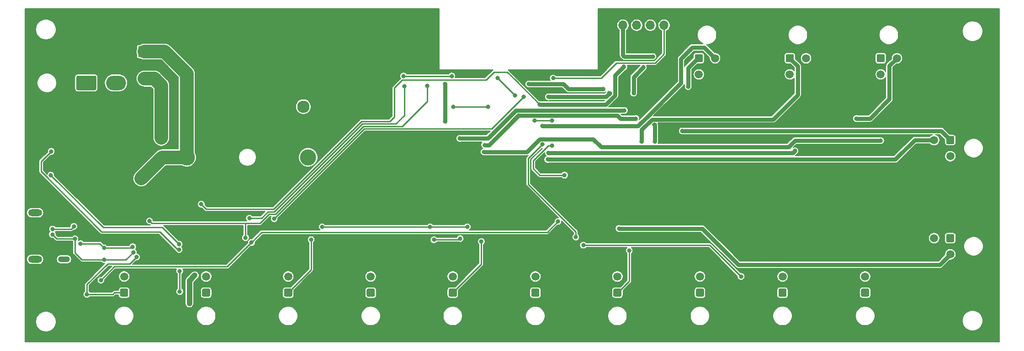
<source format=gbl>
G04 #@! TF.GenerationSoftware,KiCad,Pcbnew,(5.1.9)-1*
G04 #@! TF.CreationDate,2021-01-28T11:08:42-05:00*
G04 #@! TF.ProjectId,Controller,436f6e74-726f-46c6-9c65-722e6b696361,rev?*
G04 #@! TF.SameCoordinates,Original*
G04 #@! TF.FileFunction,Copper,L2,Bot*
G04 #@! TF.FilePolarity,Positive*
%FSLAX46Y46*%
G04 Gerber Fmt 4.6, Leading zero omitted, Abs format (unit mm)*
G04 Created by KiCad (PCBNEW (5.1.9)-1) date 2021-01-28 11:08:42*
%MOMM*%
%LPD*%
G01*
G04 APERTURE LIST*
G04 #@! TA.AperFunction,ComponentPad*
%ADD10O,3.700000X2.700000*%
G04 #@! TD*
G04 #@! TA.AperFunction,ComponentPad*
%ADD11O,1.700000X1.700000*%
G04 #@! TD*
G04 #@! TA.AperFunction,ComponentPad*
%ADD12R,1.700000X1.700000*%
G04 #@! TD*
G04 #@! TA.AperFunction,ComponentPad*
%ADD13C,1.500000*%
G04 #@! TD*
G04 #@! TA.AperFunction,ComponentPad*
%ADD14C,1.800000*%
G04 #@! TD*
G04 #@! TA.AperFunction,ComponentPad*
%ADD15C,2.300000*%
G04 #@! TD*
G04 #@! TA.AperFunction,ComponentPad*
%ADD16R,2.300000X2.000000*%
G04 #@! TD*
G04 #@! TA.AperFunction,ComponentPad*
%ADD17O,2.200000X1.100000*%
G04 #@! TD*
G04 #@! TA.AperFunction,ComponentPad*
%ADD18O,2.600000X1.300000*%
G04 #@! TD*
G04 #@! TA.AperFunction,ComponentPad*
%ADD19C,3.000000*%
G04 #@! TD*
G04 #@! TA.AperFunction,ViaPad*
%ADD20C,0.800000*%
G04 #@! TD*
G04 #@! TA.AperFunction,Conductor*
%ADD21C,0.250000*%
G04 #@! TD*
G04 #@! TA.AperFunction,Conductor*
%ADD22C,0.750000*%
G04 #@! TD*
G04 #@! TA.AperFunction,Conductor*
%ADD23C,2.500000*%
G04 #@! TD*
G04 #@! TA.AperFunction,Conductor*
%ADD24C,0.500000*%
G04 #@! TD*
G04 #@! TA.AperFunction,Conductor*
%ADD25C,1.000000*%
G04 #@! TD*
G04 #@! TA.AperFunction,Conductor*
%ADD26C,0.200000*%
G04 #@! TD*
G04 #@! TA.AperFunction,Conductor*
%ADD27C,0.100000*%
G04 #@! TD*
G04 APERTURE END LIST*
D10*
X63200000Y-34100000D03*
G04 #@! TA.AperFunction,ComponentPad*
G36*
G01*
X59299999Y-35450000D02*
X56100001Y-35450000D01*
G75*
G02*
X55850000Y-35199999I0J250001D01*
G01*
X55850000Y-33000001D01*
G75*
G02*
X56100001Y-32750000I250001J0D01*
G01*
X59299999Y-32750000D01*
G75*
G02*
X59550000Y-33000001I0J-250001D01*
G01*
X59550000Y-35199999D01*
G75*
G02*
X59299999Y-35450000I-250001J0D01*
G01*
G37*
G04 #@! TD.AperFunction*
D11*
X164760000Y-23400000D03*
X162220000Y-23400000D03*
X159680000Y-23400000D03*
X157140000Y-23400000D03*
D12*
X154600000Y-23400000D03*
D13*
X174200000Y-32520000D03*
X171200000Y-32520000D03*
X174200000Y-29520000D03*
G04 #@! TA.AperFunction,ComponentPad*
G36*
G01*
X170450000Y-30020000D02*
X170450000Y-29020000D01*
G75*
G02*
X170700000Y-28770000I250000J0D01*
G01*
X171700000Y-28770000D01*
G75*
G02*
X171950000Y-29020000I0J-250000D01*
G01*
X171950000Y-30020000D01*
G75*
G02*
X171700000Y-30270000I-250000J0D01*
G01*
X170700000Y-30270000D01*
G75*
G02*
X170450000Y-30020000I0J250000D01*
G01*
G37*
G04 #@! TD.AperFunction*
X140900000Y-70000000D03*
G04 #@! TA.AperFunction,ComponentPad*
G36*
G01*
X141650000Y-72500000D02*
X141650000Y-73500000D01*
G75*
G02*
X141400000Y-73750000I-250000J0D01*
G01*
X140400000Y-73750000D01*
G75*
G02*
X140150000Y-73500000I0J250000D01*
G01*
X140150000Y-72500000D01*
G75*
G02*
X140400000Y-72250000I250000J0D01*
G01*
X141400000Y-72250000D01*
G75*
G02*
X141650000Y-72500000I0J-250000D01*
G01*
G37*
G04 #@! TD.AperFunction*
X95100000Y-70000000D03*
G04 #@! TA.AperFunction,ComponentPad*
G36*
G01*
X95850000Y-72500000D02*
X95850000Y-73500000D01*
G75*
G02*
X95600000Y-73750000I-250000J0D01*
G01*
X94600000Y-73750000D01*
G75*
G02*
X94350000Y-73500000I0J250000D01*
G01*
X94350000Y-72500000D01*
G75*
G02*
X94600000Y-72250000I250000J0D01*
G01*
X95600000Y-72250000D01*
G75*
G02*
X95850000Y-72500000I0J-250000D01*
G01*
G37*
G04 #@! TD.AperFunction*
X171400000Y-70000000D03*
G04 #@! TA.AperFunction,ComponentPad*
G36*
G01*
X172150000Y-72500000D02*
X172150000Y-73500000D01*
G75*
G02*
X171900000Y-73750000I-250000J0D01*
G01*
X170900000Y-73750000D01*
G75*
G02*
X170650000Y-73500000I0J250000D01*
G01*
X170650000Y-72500000D01*
G75*
G02*
X170900000Y-72250000I250000J0D01*
G01*
X171900000Y-72250000D01*
G75*
G02*
X172150000Y-72500000I0J-250000D01*
G01*
G37*
G04 #@! TD.AperFunction*
X125600000Y-70000000D03*
G04 #@! TA.AperFunction,ComponentPad*
G36*
G01*
X126350000Y-72500000D02*
X126350000Y-73500000D01*
G75*
G02*
X126100000Y-73750000I-250000J0D01*
G01*
X125100000Y-73750000D01*
G75*
G02*
X124850000Y-73500000I0J250000D01*
G01*
X124850000Y-72500000D01*
G75*
G02*
X125100000Y-72250000I250000J0D01*
G01*
X126100000Y-72250000D01*
G75*
G02*
X126350000Y-72500000I0J-250000D01*
G01*
G37*
G04 #@! TD.AperFunction*
X79900000Y-70000000D03*
G04 #@! TA.AperFunction,ComponentPad*
G36*
G01*
X80650000Y-72500000D02*
X80650000Y-73500000D01*
G75*
G02*
X80400000Y-73750000I-250000J0D01*
G01*
X79400000Y-73750000D01*
G75*
G02*
X79150000Y-73500000I0J250000D01*
G01*
X79150000Y-72500000D01*
G75*
G02*
X79400000Y-72250000I250000J0D01*
G01*
X80400000Y-72250000D01*
G75*
G02*
X80650000Y-72500000I0J-250000D01*
G01*
G37*
G04 #@! TD.AperFunction*
X156100000Y-70000000D03*
G04 #@! TA.AperFunction,ComponentPad*
G36*
G01*
X156850000Y-72500000D02*
X156850000Y-73500000D01*
G75*
G02*
X156600000Y-73750000I-250000J0D01*
G01*
X155600000Y-73750000D01*
G75*
G02*
X155350000Y-73500000I0J250000D01*
G01*
X155350000Y-72500000D01*
G75*
G02*
X155600000Y-72250000I250000J0D01*
G01*
X156600000Y-72250000D01*
G75*
G02*
X156850000Y-72500000I0J-250000D01*
G01*
G37*
G04 #@! TD.AperFunction*
X110400000Y-70000000D03*
G04 #@! TA.AperFunction,ComponentPad*
G36*
G01*
X111150000Y-72500000D02*
X111150000Y-73500000D01*
G75*
G02*
X110900000Y-73750000I-250000J0D01*
G01*
X109900000Y-73750000D01*
G75*
G02*
X109650000Y-73500000I0J250000D01*
G01*
X109650000Y-72500000D01*
G75*
G02*
X109900000Y-72250000I250000J0D01*
G01*
X110900000Y-72250000D01*
G75*
G02*
X111150000Y-72500000I0J-250000D01*
G01*
G37*
G04 #@! TD.AperFunction*
X64700000Y-70000000D03*
G04 #@! TA.AperFunction,ComponentPad*
G36*
G01*
X65450000Y-72500000D02*
X65450000Y-73500000D01*
G75*
G02*
X65200000Y-73750000I-250000J0D01*
G01*
X64200000Y-73750000D01*
G75*
G02*
X63950000Y-73500000I0J250000D01*
G01*
X63950000Y-72500000D01*
G75*
G02*
X64200000Y-72250000I250000J0D01*
G01*
X65200000Y-72250000D01*
G75*
G02*
X65450000Y-72500000I0J-250000D01*
G01*
G37*
G04 #@! TD.AperFunction*
X202000000Y-70000000D03*
G04 #@! TA.AperFunction,ComponentPad*
G36*
G01*
X202750000Y-72500000D02*
X202750000Y-73500000D01*
G75*
G02*
X202500000Y-73750000I-250000J0D01*
G01*
X201500000Y-73750000D01*
G75*
G02*
X201250000Y-73500000I0J250000D01*
G01*
X201250000Y-72500000D01*
G75*
G02*
X201500000Y-72250000I250000J0D01*
G01*
X202500000Y-72250000D01*
G75*
G02*
X202750000Y-72500000I0J-250000D01*
G01*
G37*
G04 #@! TD.AperFunction*
X186700000Y-70000000D03*
G04 #@! TA.AperFunction,ComponentPad*
G36*
G01*
X187450000Y-72500000D02*
X187450000Y-73500000D01*
G75*
G02*
X187200000Y-73750000I-250000J0D01*
G01*
X186200000Y-73750000D01*
G75*
G02*
X185950000Y-73500000I0J250000D01*
G01*
X185950000Y-72500000D01*
G75*
G02*
X186200000Y-72250000I250000J0D01*
G01*
X187200000Y-72250000D01*
G75*
G02*
X187450000Y-72500000I0J-250000D01*
G01*
G37*
G04 #@! TD.AperFunction*
X214780000Y-65900000D03*
X214780000Y-62900000D03*
X217780000Y-65900000D03*
G04 #@! TA.AperFunction,ComponentPad*
G36*
G01*
X217280000Y-62150000D02*
X218280000Y-62150000D01*
G75*
G02*
X218530000Y-62400000I0J-250000D01*
G01*
X218530000Y-63400000D01*
G75*
G02*
X218280000Y-63650000I-250000J0D01*
G01*
X217280000Y-63650000D01*
G75*
G02*
X217030000Y-63400000I0J250000D01*
G01*
X217030000Y-62400000D01*
G75*
G02*
X217280000Y-62150000I250000J0D01*
G01*
G37*
G04 #@! TD.AperFunction*
X214780000Y-47700000D03*
X214780000Y-44700000D03*
X217780000Y-47700000D03*
G04 #@! TA.AperFunction,ComponentPad*
G36*
G01*
X217280000Y-43950000D02*
X218280000Y-43950000D01*
G75*
G02*
X218530000Y-44200000I0J-250000D01*
G01*
X218530000Y-45200000D01*
G75*
G02*
X218280000Y-45450000I-250000J0D01*
G01*
X217280000Y-45450000D01*
G75*
G02*
X217030000Y-45200000I0J250000D01*
G01*
X217030000Y-44200000D01*
G75*
G02*
X217280000Y-43950000I250000J0D01*
G01*
G37*
G04 #@! TD.AperFunction*
X207900000Y-32520000D03*
X204900000Y-32520000D03*
X207900000Y-29520000D03*
G04 #@! TA.AperFunction,ComponentPad*
G36*
G01*
X204150000Y-30020000D02*
X204150000Y-29020000D01*
G75*
G02*
X204400000Y-28770000I250000J0D01*
G01*
X205400000Y-28770000D01*
G75*
G02*
X205650000Y-29020000I0J-250000D01*
G01*
X205650000Y-30020000D01*
G75*
G02*
X205400000Y-30270000I-250000J0D01*
G01*
X204400000Y-30270000D01*
G75*
G02*
X204150000Y-30020000I0J250000D01*
G01*
G37*
G04 #@! TD.AperFunction*
X191050000Y-32520000D03*
X188050000Y-32520000D03*
X191050000Y-29520000D03*
G04 #@! TA.AperFunction,ComponentPad*
G36*
G01*
X187300000Y-30020000D02*
X187300000Y-29020000D01*
G75*
G02*
X187550000Y-28770000I250000J0D01*
G01*
X188550000Y-28770000D01*
G75*
G02*
X188800000Y-29020000I0J-250000D01*
G01*
X188800000Y-30020000D01*
G75*
G02*
X188550000Y-30270000I-250000J0D01*
G01*
X187550000Y-30270000D01*
G75*
G02*
X187300000Y-30020000I0J250000D01*
G01*
G37*
G04 #@! TD.AperFunction*
D14*
X71600000Y-44300000D03*
X67900000Y-51800000D03*
D15*
X97900000Y-38500000D03*
X68500000Y-33300000D03*
D16*
X68500000Y-28300000D03*
D15*
X97900000Y-23100000D03*
D17*
X53560000Y-58180000D03*
X53560000Y-66820000D03*
D18*
X48200000Y-58180000D03*
X48200000Y-66820000D03*
D19*
X98800000Y-47900000D03*
X76300000Y-47900000D03*
D20*
X130900000Y-63524990D03*
X124200000Y-41200000D03*
X124200000Y-34300000D03*
X139700000Y-34300000D03*
X158300000Y-65200000D03*
X99350000Y-63150000D03*
X67000000Y-66400000D03*
X57800000Y-73300000D03*
X153500000Y-35200000D03*
X169200000Y-34800000D03*
X162700000Y-29200000D03*
X145100000Y-59800000D03*
X88300000Y-63700000D03*
X60400000Y-70700000D03*
X146300000Y-51200000D03*
X144000000Y-45700000D03*
X144000000Y-41100001D03*
X140800000Y-41100001D03*
X137100000Y-36400000D03*
X133900000Y-33200000D03*
X144200000Y-33200000D03*
X74900000Y-64000000D03*
X51100000Y-51200000D03*
X74900000Y-65000000D03*
X51200000Y-46800000D03*
X55400000Y-60700000D03*
X51452558Y-61201380D03*
X51400000Y-62200000D03*
X55600000Y-63000000D03*
X61000000Y-66900000D03*
X66400000Y-65500000D03*
X56600000Y-63900000D03*
X61000000Y-64700000D03*
X66300000Y-64500000D03*
X126900000Y-44400000D03*
X157400000Y-39200000D03*
X160600000Y-45000000D03*
X131400000Y-46900000D03*
X204900000Y-44800000D03*
X131500000Y-45600000D03*
X159500000Y-40700000D03*
X200400000Y-40700000D03*
X143200000Y-48300000D03*
X143300000Y-47100000D03*
X189000000Y-46700000D03*
X168100000Y-43000000D03*
X156400000Y-61100000D03*
X163000000Y-45000000D03*
X162965000Y-41835000D03*
X179000000Y-70000000D03*
X149800000Y-64200000D03*
X76800000Y-75000000D03*
X77800000Y-69800000D03*
X87900000Y-59200000D03*
X116600000Y-34700000D03*
X116500000Y-32825000D03*
X125400000Y-32825000D03*
X87200000Y-62800000D03*
X69400000Y-59700000D03*
X120900000Y-34600000D03*
X92500000Y-59300000D03*
X138700000Y-36700000D03*
X143300000Y-36700000D03*
X154600000Y-36000000D03*
X160900000Y-31200000D03*
X159100000Y-36000000D03*
X79000000Y-56600000D03*
X141700000Y-38100000D03*
X157300000Y-31100000D03*
X75000000Y-72800000D03*
X75000000Y-69000000D03*
X122100000Y-63200000D03*
X126962653Y-62975000D03*
X142200000Y-45500000D03*
X148400000Y-62700000D03*
X142200000Y-42100000D03*
X101400000Y-60800000D03*
X128300000Y-60800000D03*
X132100000Y-38500000D03*
X125700000Y-38500000D03*
X121400000Y-60800000D03*
D21*
X130800000Y-63624990D02*
X130900000Y-63524990D01*
D22*
X124200000Y-36100000D02*
X124200000Y-41200000D01*
X124200000Y-36100000D02*
X124200000Y-34300000D01*
D21*
X156100000Y-73000000D02*
X156200000Y-73000000D01*
X156200000Y-73000000D02*
X158300000Y-70900000D01*
X158300000Y-70900000D02*
X158300000Y-65200000D01*
X99350000Y-63150000D02*
X99350000Y-68750000D01*
X99350000Y-68750000D02*
X95100000Y-73000000D01*
X130900000Y-63524990D02*
X130900000Y-67700000D01*
X130900000Y-67700000D02*
X125600000Y-73000000D01*
X67000000Y-66400000D02*
X65900000Y-67500000D01*
X65774999Y-67625001D02*
X61674999Y-67625001D01*
X65900000Y-67500000D02*
X65774999Y-67625001D01*
X61674999Y-67625001D02*
X57800000Y-71500000D01*
X57800000Y-71500000D02*
X57800000Y-73300000D01*
X57800000Y-73300000D02*
X62600000Y-73300000D01*
X62900000Y-73000000D02*
X64700000Y-73000000D01*
X62600000Y-73300000D02*
X62900000Y-73000000D01*
D22*
X147000000Y-35200000D02*
X146100000Y-34300000D01*
X153500000Y-35200000D02*
X147000000Y-35200000D01*
X139700000Y-34300000D02*
X146100000Y-34300000D01*
X169200000Y-34800000D02*
X169200000Y-31300000D01*
X170980000Y-29520000D02*
X171200000Y-29520000D01*
X169200000Y-31300000D02*
X170980000Y-29520000D01*
X162700000Y-29200000D02*
X157400000Y-29200000D01*
X157140000Y-28940000D02*
X157140000Y-23400000D01*
X157400000Y-29200000D02*
X157140000Y-28940000D01*
D21*
X145100000Y-59800000D02*
X143100000Y-61800000D01*
X143100000Y-61800000D02*
X90200000Y-61800000D01*
X90200000Y-61800000D02*
X88300000Y-63700000D01*
X60400000Y-70700000D02*
X62900000Y-68200000D01*
X83800000Y-68200000D02*
X88300000Y-63700000D01*
X62900000Y-68200000D02*
X83800000Y-68200000D01*
X146300000Y-51200000D02*
X141700000Y-51200000D01*
X141700000Y-51200000D02*
X140500000Y-50000000D01*
X140500000Y-50000000D02*
X140500000Y-48500000D01*
X143300000Y-45700000D02*
X144000000Y-45700000D01*
X140500000Y-48500000D02*
X143300000Y-45700000D01*
X144000000Y-41100001D02*
X140800000Y-41100001D01*
X137100000Y-36400000D02*
X133900000Y-33200000D01*
X144200000Y-33200000D02*
X153100000Y-33200000D01*
X155925001Y-30374999D02*
X163125001Y-30374999D01*
X153100000Y-33200000D02*
X155925001Y-30374999D01*
X164760000Y-28740000D02*
X164760000Y-23400000D01*
X163125001Y-30374999D02*
X164760000Y-28740000D01*
X74900000Y-64000000D02*
X71800000Y-60900000D01*
X71800000Y-60900000D02*
X60800000Y-60900000D01*
X60800000Y-60900000D02*
X51100000Y-51200000D01*
X74900000Y-65000000D02*
X74600000Y-65000000D01*
X74600000Y-65000000D02*
X71300000Y-61700000D01*
X71300000Y-61700000D02*
X60500000Y-61700000D01*
X60500000Y-61700000D02*
X49300000Y-50500000D01*
X49300000Y-50500000D02*
X49300000Y-48700000D01*
X49300000Y-48700000D02*
X51200000Y-46800000D01*
X55400000Y-60700000D02*
X54898620Y-61201380D01*
X54898620Y-61201380D02*
X51452558Y-61201380D01*
X51400000Y-62200000D02*
X52200000Y-63000000D01*
X52200000Y-63000000D02*
X55600000Y-63000000D01*
X61000000Y-66900000D02*
X56900000Y-66900000D01*
X55600000Y-65600000D02*
X55600000Y-63000000D01*
X56900000Y-66900000D02*
X55600000Y-65600000D01*
X61000000Y-66900000D02*
X65000000Y-66900000D01*
X65000000Y-66900000D02*
X66400000Y-65500000D01*
X56600000Y-63900000D02*
X60200000Y-63900000D01*
X60200000Y-63900000D02*
X61000000Y-64700000D01*
X66100000Y-64700000D02*
X66300000Y-64500000D01*
X61000000Y-64700000D02*
X66100000Y-64700000D01*
D23*
X67900000Y-51800000D02*
X71800000Y-47900000D01*
X71800000Y-47900000D02*
X76300000Y-47900000D01*
X76300000Y-47900000D02*
X76300000Y-32400000D01*
X72200000Y-28300000D02*
X68500000Y-28300000D01*
X76300000Y-32400000D02*
X72200000Y-28300000D01*
X71600000Y-44300000D02*
X71600000Y-34600000D01*
X70300000Y-33300000D02*
X68500000Y-33300000D01*
X71600000Y-34600000D02*
X70300000Y-33300000D01*
D22*
X157374991Y-39174991D02*
X157400000Y-39200000D01*
X137325009Y-39174991D02*
X157374991Y-39174991D01*
X126900000Y-44400000D02*
X132100000Y-44400000D01*
X132100000Y-44400000D02*
X137325009Y-39174991D01*
X189500000Y-30970000D02*
X188050000Y-29520000D01*
X189500000Y-36300000D02*
X189500000Y-30970000D01*
X184940001Y-40859999D02*
X189500000Y-36300000D01*
X162496999Y-40859999D02*
X184940001Y-40859999D01*
X160600000Y-42756998D02*
X162496999Y-40859999D01*
X160600000Y-45000000D02*
X160600000Y-42756998D01*
X141675001Y-44524999D02*
X139300000Y-46900000D01*
X139300000Y-46900000D02*
X131400000Y-46900000D01*
X181500000Y-46000000D02*
X153100000Y-46000000D01*
X153100000Y-46000000D02*
X151624999Y-44524999D01*
X151624999Y-44524999D02*
X141675001Y-44524999D01*
X181500000Y-46000000D02*
X187800000Y-46000000D01*
X189000000Y-44800000D02*
X204900000Y-44800000D01*
X187800000Y-46000000D02*
X189000000Y-44800000D01*
D24*
X132200000Y-45600000D02*
X137800000Y-40000000D01*
D22*
X131500000Y-45600000D02*
X132200000Y-45600000D01*
X132300000Y-45600000D02*
X132200000Y-45600000D01*
X137774999Y-40125001D02*
X132300000Y-45600000D01*
X156700000Y-40700000D02*
X156125001Y-40125001D01*
X159500000Y-40700000D02*
X156700000Y-40700000D01*
X156125001Y-40125001D02*
X137774999Y-40125001D01*
X206500000Y-30920000D02*
X207900000Y-29520000D01*
X206500000Y-37100000D02*
X206500000Y-30920000D01*
X202900000Y-40700000D02*
X206500000Y-37100000D01*
X200400000Y-40700000D02*
X202900000Y-40700000D01*
X211200000Y-44700000D02*
X214780000Y-44700000D01*
X207600000Y-48300000D02*
X211200000Y-44700000D01*
X143200000Y-48300000D02*
X207600000Y-48300000D01*
X143300000Y-47100000D02*
X188600000Y-47100000D01*
X188600000Y-47100000D02*
X189000000Y-46700000D01*
X216080000Y-43000000D02*
X217780000Y-44700000D01*
X168100000Y-43000000D02*
X216080000Y-43000000D01*
X156400000Y-61100000D02*
X171800000Y-61100000D01*
X171800000Y-61100000D02*
X178500000Y-67800000D01*
X215880000Y-67800000D02*
X217780000Y-65900000D01*
X178500000Y-67800000D02*
X215880000Y-67800000D01*
X163000000Y-41870000D02*
X162965000Y-41835000D01*
X163000000Y-45000000D02*
X163000000Y-41870000D01*
D21*
X179000000Y-70000000D02*
X173200000Y-64200000D01*
X173200000Y-64200000D02*
X149800000Y-64200000D01*
D25*
X76800000Y-75000000D02*
X76800000Y-70800000D01*
X76800000Y-70800000D02*
X77800000Y-69800000D01*
D21*
X116600000Y-40100000D02*
X116600000Y-34700000D01*
X115000020Y-41699980D02*
X116600000Y-40100000D01*
X92545395Y-57981785D02*
X108827200Y-41699980D01*
X108827200Y-41699980D02*
X115000020Y-41699980D01*
X91381805Y-57981785D02*
X92545395Y-57981785D01*
X90163590Y-59200000D02*
X91381805Y-57981785D01*
X87900000Y-59200000D02*
X90163590Y-59200000D01*
X116500000Y-32825000D02*
X125400000Y-32825000D01*
X69400000Y-59700000D02*
X69800000Y-60100000D01*
X69800000Y-60100000D02*
X87200000Y-60100000D01*
X87200000Y-62800000D02*
X87200000Y-60100000D01*
X89900000Y-60100000D02*
X87200000Y-60100000D01*
X89900000Y-60100000D02*
X91568205Y-58431795D01*
X91568205Y-58431795D02*
X92731795Y-58431795D01*
X92731795Y-58431795D02*
X109013600Y-42149990D01*
X109013600Y-42149990D02*
X116250010Y-42149990D01*
X120900000Y-37500000D02*
X120900000Y-34600000D01*
X116250010Y-42149990D02*
X120900000Y-37500000D01*
X92500000Y-59300000D02*
X109200000Y-42600000D01*
X109200000Y-42600000D02*
X132800000Y-42600000D01*
X132800000Y-42600000D02*
X138700000Y-36700000D01*
D22*
X154010036Y-36700000D02*
X143300000Y-36700000D01*
X154700000Y-36010036D02*
X154010036Y-36700000D01*
X154700000Y-36010036D02*
X154610036Y-36010036D01*
X154610036Y-36010036D02*
X154600000Y-36000000D01*
X159100000Y-34800000D02*
X159100000Y-33000000D01*
X159100000Y-33000000D02*
X160900000Y-31200000D01*
X159100000Y-34800000D02*
X159100000Y-36000000D01*
D21*
X137174999Y-33574999D02*
X141700000Y-38100000D01*
X141700000Y-38100000D02*
X153600000Y-38100000D01*
D22*
X153953552Y-38100000D02*
X155675001Y-36378551D01*
X141700000Y-38100000D02*
X153953552Y-38100000D01*
X155675001Y-36378551D02*
X155675001Y-36378551D01*
X155675001Y-36378551D02*
X155675001Y-32724999D01*
X155675001Y-32724999D02*
X157300000Y-31100000D01*
D21*
X135700000Y-32100000D02*
X137174999Y-33574999D01*
X79000000Y-56600000D02*
X79900000Y-57500000D01*
X79900000Y-57500000D02*
X92390770Y-57500000D01*
X92390770Y-57500000D02*
X108640800Y-41249970D01*
X108640800Y-41249970D02*
X113950030Y-41249970D01*
X113950030Y-41249970D02*
X114800000Y-40400000D01*
X131749999Y-33550001D02*
X133200000Y-32100000D01*
X116249999Y-33550001D02*
X131749999Y-33550001D01*
X114800000Y-35000000D02*
X116249999Y-33550001D01*
X114800000Y-40400000D02*
X114800000Y-35000000D01*
X133200000Y-32100000D02*
X135700000Y-32100000D01*
X75000000Y-72800000D02*
X75000000Y-69000000D01*
X122100000Y-63200000D02*
X126737653Y-63200000D01*
X126737653Y-63200000D02*
X126962653Y-62975000D01*
D22*
X159913481Y-42100000D02*
X162313481Y-39700000D01*
X142200000Y-42100000D02*
X159913481Y-42100000D01*
X162313481Y-39700000D02*
X162313481Y-39686519D01*
X162313481Y-39686519D02*
X167900000Y-34100000D01*
X167900000Y-34100000D02*
X167900000Y-29600000D01*
X167900000Y-29600000D02*
X170000000Y-27500000D01*
X172180000Y-27500000D02*
X174200000Y-29520000D01*
X170000000Y-27500000D02*
X172180000Y-27500000D01*
D21*
X148400000Y-61700000D02*
X148400000Y-62700000D01*
X139600000Y-48100000D02*
X139600000Y-52900000D01*
X139600000Y-52900000D02*
X148400000Y-61700000D01*
X142200000Y-45500000D02*
X139600000Y-48100000D01*
X132100000Y-38500000D02*
X125700000Y-38500000D01*
X101400000Y-60800000D02*
X121400000Y-60800000D01*
X121400000Y-60800000D02*
X128300000Y-60800000D01*
D26*
X123100000Y-31600000D02*
X123101921Y-31619509D01*
X123107612Y-31638268D01*
X123116853Y-31655557D01*
X123129289Y-31670711D01*
X123144443Y-31683147D01*
X123161732Y-31692388D01*
X123180491Y-31698079D01*
X123200000Y-31700000D01*
X133054546Y-31700000D01*
X133036573Y-31705452D01*
X132962740Y-31744916D01*
X132898026Y-31798026D01*
X132884721Y-31814238D01*
X131573959Y-33125001D01*
X126033410Y-33125001D01*
X126073099Y-33029182D01*
X126100000Y-32893944D01*
X126100000Y-32756056D01*
X126073099Y-32620818D01*
X126020332Y-32493426D01*
X125943726Y-32378776D01*
X125846224Y-32281274D01*
X125731574Y-32204668D01*
X125604182Y-32151901D01*
X125468944Y-32125000D01*
X125331056Y-32125000D01*
X125195818Y-32151901D01*
X125068426Y-32204668D01*
X124953776Y-32281274D01*
X124856274Y-32378776D01*
X124842093Y-32400000D01*
X117057907Y-32400000D01*
X117043726Y-32378776D01*
X116946224Y-32281274D01*
X116831574Y-32204668D01*
X116704182Y-32151901D01*
X116568944Y-32125000D01*
X116431056Y-32125000D01*
X116295818Y-32151901D01*
X116168426Y-32204668D01*
X116053776Y-32281274D01*
X115956274Y-32378776D01*
X115879668Y-32493426D01*
X115826901Y-32620818D01*
X115800000Y-32756056D01*
X115800000Y-32893944D01*
X115826901Y-33029182D01*
X115879668Y-33156574D01*
X115944028Y-33252897D01*
X115934720Y-33264239D01*
X114514239Y-34684721D01*
X114498027Y-34698026D01*
X114444917Y-34762740D01*
X114435902Y-34779606D01*
X114405453Y-34836573D01*
X114381150Y-34916686D01*
X114372945Y-35000000D01*
X114375001Y-35020877D01*
X114375000Y-40223959D01*
X113773990Y-40824970D01*
X108661667Y-40824970D01*
X108640800Y-40822915D01*
X108619933Y-40824970D01*
X108619926Y-40824970D01*
X108565127Y-40830367D01*
X108557485Y-40831120D01*
X108477372Y-40855422D01*
X108453044Y-40868426D01*
X108403540Y-40894886D01*
X108338826Y-40947996D01*
X108325521Y-40964208D01*
X92214730Y-57075000D01*
X80076041Y-57075000D01*
X79695020Y-56693980D01*
X79700000Y-56668944D01*
X79700000Y-56531056D01*
X79673099Y-56395818D01*
X79620332Y-56268426D01*
X79543726Y-56153776D01*
X79446224Y-56056274D01*
X79331574Y-55979668D01*
X79204182Y-55926901D01*
X79068944Y-55900000D01*
X78931056Y-55900000D01*
X78795818Y-55926901D01*
X78668426Y-55979668D01*
X78553776Y-56056274D01*
X78456274Y-56153776D01*
X78379668Y-56268426D01*
X78326901Y-56395818D01*
X78300000Y-56531056D01*
X78300000Y-56668944D01*
X78326901Y-56804182D01*
X78379668Y-56931574D01*
X78456274Y-57046224D01*
X78553776Y-57143726D01*
X78668426Y-57220332D01*
X78795818Y-57273099D01*
X78931056Y-57300000D01*
X79068944Y-57300000D01*
X79093980Y-57295020D01*
X79584721Y-57785762D01*
X79598026Y-57801974D01*
X79662740Y-57855084D01*
X79736573Y-57894548D01*
X79792383Y-57911478D01*
X79816685Y-57918850D01*
X79825098Y-57919679D01*
X79879126Y-57925000D01*
X79879132Y-57925000D01*
X79899999Y-57927055D01*
X79920866Y-57925000D01*
X90837549Y-57925000D01*
X89987550Y-58775000D01*
X88457907Y-58775000D01*
X88443726Y-58753776D01*
X88346224Y-58656274D01*
X88231574Y-58579668D01*
X88104182Y-58526901D01*
X87968944Y-58500000D01*
X87831056Y-58500000D01*
X87695818Y-58526901D01*
X87568426Y-58579668D01*
X87453776Y-58656274D01*
X87356274Y-58753776D01*
X87279668Y-58868426D01*
X87226901Y-58995818D01*
X87200000Y-59131056D01*
X87200000Y-59268944D01*
X87226901Y-59404182D01*
X87279668Y-59531574D01*
X87356274Y-59646224D01*
X87385050Y-59675000D01*
X87220874Y-59675000D01*
X87200000Y-59672944D01*
X87179126Y-59675000D01*
X70100000Y-59675000D01*
X70100000Y-59631056D01*
X70073099Y-59495818D01*
X70020332Y-59368426D01*
X69943726Y-59253776D01*
X69846224Y-59156274D01*
X69731574Y-59079668D01*
X69604182Y-59026901D01*
X69468944Y-59000000D01*
X69331056Y-59000000D01*
X69195818Y-59026901D01*
X69068426Y-59079668D01*
X68953776Y-59156274D01*
X68856274Y-59253776D01*
X68779668Y-59368426D01*
X68726901Y-59495818D01*
X68700000Y-59631056D01*
X68700000Y-59768944D01*
X68726901Y-59904182D01*
X68779668Y-60031574D01*
X68856274Y-60146224D01*
X68953776Y-60243726D01*
X69068426Y-60320332D01*
X69195818Y-60373099D01*
X69331056Y-60400000D01*
X69468944Y-60400000D01*
X69492552Y-60395304D01*
X69498026Y-60401974D01*
X69514238Y-60415279D01*
X69514239Y-60415280D01*
X69526083Y-60425000D01*
X69562740Y-60455084D01*
X69600001Y-60475000D01*
X60976040Y-60475000D01*
X52301040Y-51800000D01*
X66342502Y-51800000D01*
X66372429Y-52103852D01*
X66461059Y-52396028D01*
X66604987Y-52665300D01*
X66798682Y-52901318D01*
X67034700Y-53095013D01*
X67303972Y-53238941D01*
X67596148Y-53327571D01*
X67900000Y-53357498D01*
X68203852Y-53327571D01*
X68496028Y-53238941D01*
X68765300Y-53095013D01*
X68942177Y-52949853D01*
X72442031Y-49450000D01*
X75379825Y-49450000D01*
X75447380Y-49495139D01*
X75774959Y-49630827D01*
X76122716Y-49700000D01*
X76477284Y-49700000D01*
X76825041Y-49630827D01*
X77152620Y-49495139D01*
X77447433Y-49298151D01*
X77698151Y-49047433D01*
X77895139Y-48752620D01*
X78030827Y-48425041D01*
X78100000Y-48077284D01*
X78100000Y-47737489D01*
X85900000Y-47737489D01*
X85900000Y-48062511D01*
X85963408Y-48381287D01*
X86087789Y-48681568D01*
X86268361Y-48951814D01*
X86498186Y-49181639D01*
X86768432Y-49362211D01*
X87068713Y-49486592D01*
X87387489Y-49550000D01*
X87712511Y-49550000D01*
X88031287Y-49486592D01*
X88331568Y-49362211D01*
X88601814Y-49181639D01*
X88831639Y-48951814D01*
X89012211Y-48681568D01*
X89136592Y-48381287D01*
X89200000Y-48062511D01*
X89200000Y-47737489D01*
X89197062Y-47722716D01*
X97000000Y-47722716D01*
X97000000Y-48077284D01*
X97069173Y-48425041D01*
X97204861Y-48752620D01*
X97401849Y-49047433D01*
X97652567Y-49298151D01*
X97947380Y-49495139D01*
X98274959Y-49630827D01*
X98622716Y-49700000D01*
X98977284Y-49700000D01*
X99325041Y-49630827D01*
X99652620Y-49495139D01*
X99947433Y-49298151D01*
X100198151Y-49047433D01*
X100395139Y-48752620D01*
X100530827Y-48425041D01*
X100600000Y-48077284D01*
X100600000Y-47722716D01*
X100530827Y-47374959D01*
X100395139Y-47047380D01*
X100198151Y-46752567D01*
X99947433Y-46501849D01*
X99652620Y-46304861D01*
X99325041Y-46169173D01*
X98977284Y-46100000D01*
X98622716Y-46100000D01*
X98274959Y-46169173D01*
X97947380Y-46304861D01*
X97652567Y-46501849D01*
X97401849Y-46752567D01*
X97204861Y-47047380D01*
X97069173Y-47374959D01*
X97000000Y-47722716D01*
X89197062Y-47722716D01*
X89136592Y-47418713D01*
X89012211Y-47118432D01*
X88831639Y-46848186D01*
X88601814Y-46618361D01*
X88331568Y-46437789D01*
X88031287Y-46313408D01*
X87712511Y-46250000D01*
X87387489Y-46250000D01*
X87068713Y-46313408D01*
X86768432Y-46437789D01*
X86498186Y-46618361D01*
X86268361Y-46848186D01*
X86087789Y-47118432D01*
X85963408Y-47418713D01*
X85900000Y-47737489D01*
X78100000Y-47737489D01*
X78100000Y-47722716D01*
X78030827Y-47374959D01*
X77895139Y-47047380D01*
X77850000Y-46979825D01*
X77850000Y-38357187D01*
X96450000Y-38357187D01*
X96450000Y-38642813D01*
X96505723Y-38922949D01*
X96615027Y-39186833D01*
X96773711Y-39424321D01*
X96975679Y-39626289D01*
X97213167Y-39784973D01*
X97477051Y-39894277D01*
X97757187Y-39950000D01*
X98042813Y-39950000D01*
X98322949Y-39894277D01*
X98586833Y-39784973D01*
X98824321Y-39626289D01*
X99026289Y-39424321D01*
X99184973Y-39186833D01*
X99294277Y-38922949D01*
X99350000Y-38642813D01*
X99350000Y-38357187D01*
X99294277Y-38077051D01*
X99184973Y-37813167D01*
X99026289Y-37575679D01*
X98824321Y-37373711D01*
X98586833Y-37215027D01*
X98322949Y-37105723D01*
X98042813Y-37050000D01*
X97757187Y-37050000D01*
X97477051Y-37105723D01*
X97213167Y-37215027D01*
X96975679Y-37373711D01*
X96773711Y-37575679D01*
X96615027Y-37813167D01*
X96505723Y-38077051D01*
X96450000Y-38357187D01*
X77850000Y-38357187D01*
X77850000Y-32476138D01*
X77857499Y-32400000D01*
X77827572Y-32096147D01*
X77738941Y-31803971D01*
X77595013Y-31534700D01*
X77449853Y-31357822D01*
X77401318Y-31298682D01*
X77342178Y-31250147D01*
X73349857Y-27257827D01*
X73301318Y-27198682D01*
X73065300Y-27004987D01*
X72796029Y-26861059D01*
X72503853Y-26772428D01*
X72276138Y-26750000D01*
X72276128Y-26750000D01*
X72200000Y-26742502D01*
X72123872Y-26750000D01*
X68423862Y-26750000D01*
X68196147Y-26772428D01*
X67903971Y-26861059D01*
X67646745Y-26998549D01*
X67350000Y-26998549D01*
X67291190Y-27004341D01*
X67234640Y-27021496D01*
X67182523Y-27049353D01*
X67136842Y-27086842D01*
X67099353Y-27132523D01*
X67071496Y-27184640D01*
X67054341Y-27241190D01*
X67048549Y-27300000D01*
X67048549Y-27745211D01*
X66972428Y-27996147D01*
X66942501Y-28300000D01*
X66972428Y-28603853D01*
X67048549Y-28854789D01*
X67048549Y-29300000D01*
X67054341Y-29358810D01*
X67071496Y-29415360D01*
X67099353Y-29467477D01*
X67136842Y-29513158D01*
X67182523Y-29550647D01*
X67234640Y-29578504D01*
X67291190Y-29595659D01*
X67350000Y-29601451D01*
X67646745Y-29601451D01*
X67903971Y-29738941D01*
X68196147Y-29827572D01*
X68423862Y-29850000D01*
X71557970Y-29850000D01*
X74750001Y-33042032D01*
X74750000Y-46350000D01*
X71876131Y-46350000D01*
X71800000Y-46342502D01*
X71723869Y-46350000D01*
X71723862Y-46350000D01*
X71496147Y-46372428D01*
X71203971Y-46461059D01*
X70934700Y-46604987D01*
X70781085Y-46731056D01*
X70698682Y-46798682D01*
X70650147Y-46857822D01*
X66750147Y-50757823D01*
X66604987Y-50934700D01*
X66461059Y-51203972D01*
X66372429Y-51496148D01*
X66342502Y-51800000D01*
X52301040Y-51800000D01*
X51795020Y-51293980D01*
X51800000Y-51268944D01*
X51800000Y-51131056D01*
X51773099Y-50995818D01*
X51720332Y-50868426D01*
X51643726Y-50753776D01*
X51546224Y-50656274D01*
X51431574Y-50579668D01*
X51304182Y-50526901D01*
X51168944Y-50500000D01*
X51031056Y-50500000D01*
X50895818Y-50526901D01*
X50768426Y-50579668D01*
X50653776Y-50656274D01*
X50556274Y-50753776D01*
X50479668Y-50868426D01*
X50426901Y-50995818D01*
X50421916Y-51020876D01*
X49725000Y-50323960D01*
X49725000Y-48876040D01*
X51106021Y-47495020D01*
X51131056Y-47500000D01*
X51268944Y-47500000D01*
X51404182Y-47473099D01*
X51531574Y-47420332D01*
X51646224Y-47343726D01*
X51743726Y-47246224D01*
X51820332Y-47131574D01*
X51873099Y-47004182D01*
X51900000Y-46868944D01*
X51900000Y-46731056D01*
X51873099Y-46595818D01*
X51820332Y-46468426D01*
X51743726Y-46353776D01*
X51646224Y-46256274D01*
X51531574Y-46179668D01*
X51404182Y-46126901D01*
X51268944Y-46100000D01*
X51131056Y-46100000D01*
X50995818Y-46126901D01*
X50868426Y-46179668D01*
X50753776Y-46256274D01*
X50656274Y-46353776D01*
X50579668Y-46468426D01*
X50526901Y-46595818D01*
X50500000Y-46731056D01*
X50500000Y-46868944D01*
X50504980Y-46893979D01*
X49014239Y-48384721D01*
X48998027Y-48398026D01*
X48944917Y-48462740D01*
X48922766Y-48504182D01*
X48905453Y-48536573D01*
X48881150Y-48616686D01*
X48872945Y-48700000D01*
X48875001Y-48720877D01*
X48875000Y-50479133D01*
X48872945Y-50500000D01*
X48875000Y-50520867D01*
X48875000Y-50520873D01*
X48881150Y-50583313D01*
X48905452Y-50663426D01*
X48944916Y-50737259D01*
X48998026Y-50801974D01*
X49014244Y-50815284D01*
X60184719Y-61985760D01*
X60198026Y-62001974D01*
X60262740Y-62055084D01*
X60336573Y-62094548D01*
X60392383Y-62111478D01*
X60416685Y-62118850D01*
X60424327Y-62119603D01*
X60479126Y-62125000D01*
X60479133Y-62125000D01*
X60500000Y-62127055D01*
X60520867Y-62125000D01*
X71123960Y-62125000D01*
X74243702Y-65244743D01*
X74279668Y-65331574D01*
X74356274Y-65446224D01*
X74453776Y-65543726D01*
X74568426Y-65620332D01*
X74695818Y-65673099D01*
X74831056Y-65700000D01*
X74968944Y-65700000D01*
X75104182Y-65673099D01*
X75231574Y-65620332D01*
X75346224Y-65543726D01*
X75443726Y-65446224D01*
X75520332Y-65331574D01*
X75573099Y-65204182D01*
X75600000Y-65068944D01*
X75600000Y-64931056D01*
X75573099Y-64795818D01*
X75520332Y-64668426D01*
X75443726Y-64553776D01*
X75389950Y-64500000D01*
X75443726Y-64446224D01*
X75520332Y-64331574D01*
X75573099Y-64204182D01*
X75600000Y-64068944D01*
X75600000Y-63931056D01*
X75573099Y-63795818D01*
X75520332Y-63668426D01*
X75443726Y-63553776D01*
X75346224Y-63456274D01*
X75231574Y-63379668D01*
X75104182Y-63326901D01*
X74968944Y-63300000D01*
X74831056Y-63300000D01*
X74806021Y-63304980D01*
X72115283Y-60614243D01*
X72101974Y-60598026D01*
X72037260Y-60544916D01*
X71999999Y-60525000D01*
X86775001Y-60525000D01*
X86775000Y-62242093D01*
X86753776Y-62256274D01*
X86656274Y-62353776D01*
X86579668Y-62468426D01*
X86526901Y-62595818D01*
X86500000Y-62731056D01*
X86500000Y-62868944D01*
X86526901Y-63004182D01*
X86579668Y-63131574D01*
X86656274Y-63246224D01*
X86753776Y-63343726D01*
X86868426Y-63420332D01*
X86995818Y-63473099D01*
X87131056Y-63500000D01*
X87268944Y-63500000D01*
X87404182Y-63473099D01*
X87531574Y-63420332D01*
X87646224Y-63343726D01*
X87743726Y-63246224D01*
X87820332Y-63131574D01*
X87873099Y-63004182D01*
X87900000Y-62868944D01*
X87900000Y-62731056D01*
X87873099Y-62595818D01*
X87820332Y-62468426D01*
X87743726Y-62353776D01*
X87646224Y-62256274D01*
X87625000Y-62242093D01*
X87625000Y-60525000D01*
X89879133Y-60525000D01*
X89900000Y-60527055D01*
X89920867Y-60525000D01*
X89920874Y-60525000D01*
X89983314Y-60518850D01*
X90063427Y-60494548D01*
X90137260Y-60455084D01*
X90201974Y-60401974D01*
X90215283Y-60385757D01*
X91744246Y-58856795D01*
X91954257Y-58856795D01*
X91879668Y-58968426D01*
X91826901Y-59095818D01*
X91800000Y-59231056D01*
X91800000Y-59368944D01*
X91826901Y-59504182D01*
X91879668Y-59631574D01*
X91956274Y-59746224D01*
X92053776Y-59843726D01*
X92168426Y-59920332D01*
X92295818Y-59973099D01*
X92431056Y-60000000D01*
X92568944Y-60000000D01*
X92704182Y-59973099D01*
X92831574Y-59920332D01*
X92946224Y-59843726D01*
X93043726Y-59746224D01*
X93120332Y-59631574D01*
X93173099Y-59504182D01*
X93200000Y-59368944D01*
X93200000Y-59231056D01*
X93195020Y-59206020D01*
X109376041Y-43025000D01*
X132520406Y-43025000D01*
X131820406Y-43725000D01*
X127094625Y-43725000D01*
X126968944Y-43700000D01*
X126831056Y-43700000D01*
X126695818Y-43726901D01*
X126568426Y-43779668D01*
X126453776Y-43856274D01*
X126356274Y-43953776D01*
X126279668Y-44068426D01*
X126226901Y-44195818D01*
X126200000Y-44331056D01*
X126200000Y-44468944D01*
X126226901Y-44604182D01*
X126279668Y-44731574D01*
X126356274Y-44846224D01*
X126453776Y-44943726D01*
X126568426Y-45020332D01*
X126695818Y-45073099D01*
X126831056Y-45100000D01*
X126968944Y-45100000D01*
X127094625Y-45075000D01*
X131035050Y-45075000D01*
X130956274Y-45153776D01*
X130879668Y-45268426D01*
X130826901Y-45395818D01*
X130800000Y-45531056D01*
X130800000Y-45668944D01*
X130826901Y-45804182D01*
X130879668Y-45931574D01*
X130956274Y-46046224D01*
X131053776Y-46143726D01*
X131168426Y-46220332D01*
X131190052Y-46229290D01*
X131068426Y-46279668D01*
X130953776Y-46356274D01*
X130856274Y-46453776D01*
X130779668Y-46568426D01*
X130726901Y-46695818D01*
X130700000Y-46831056D01*
X130700000Y-46968944D01*
X130726901Y-47104182D01*
X130779668Y-47231574D01*
X130856274Y-47346224D01*
X130953776Y-47443726D01*
X131068426Y-47520332D01*
X131195818Y-47573099D01*
X131331056Y-47600000D01*
X131468944Y-47600000D01*
X131594625Y-47575000D01*
X139266848Y-47575000D01*
X139300000Y-47578265D01*
X139333152Y-47575000D01*
X139333159Y-47575000D01*
X139432323Y-47565233D01*
X139559561Y-47526636D01*
X139586979Y-47511981D01*
X139314243Y-47784717D01*
X139298026Y-47798026D01*
X139244916Y-47862741D01*
X139205452Y-47936574D01*
X139181150Y-48016687D01*
X139175000Y-48079127D01*
X139175000Y-48079133D01*
X139172945Y-48100000D01*
X139175000Y-48120867D01*
X139175001Y-52879123D01*
X139172945Y-52900000D01*
X139181150Y-52983314D01*
X139205453Y-53063427D01*
X139244917Y-53137260D01*
X139298027Y-53201974D01*
X139314239Y-53215279D01*
X145206412Y-59107453D01*
X145168944Y-59100000D01*
X145031056Y-59100000D01*
X144895818Y-59126901D01*
X144768426Y-59179668D01*
X144653776Y-59256274D01*
X144556274Y-59353776D01*
X144479668Y-59468426D01*
X144426901Y-59595818D01*
X144400000Y-59731056D01*
X144400000Y-59868944D01*
X144404980Y-59893979D01*
X142923960Y-61375000D01*
X128699419Y-61375000D01*
X128746224Y-61343726D01*
X128843726Y-61246224D01*
X128920332Y-61131574D01*
X128973099Y-61004182D01*
X129000000Y-60868944D01*
X129000000Y-60731056D01*
X128973099Y-60595818D01*
X128920332Y-60468426D01*
X128843726Y-60353776D01*
X128746224Y-60256274D01*
X128631574Y-60179668D01*
X128504182Y-60126901D01*
X128368944Y-60100000D01*
X128231056Y-60100000D01*
X128095818Y-60126901D01*
X127968426Y-60179668D01*
X127853776Y-60256274D01*
X127756274Y-60353776D01*
X127742093Y-60375000D01*
X121957907Y-60375000D01*
X121943726Y-60353776D01*
X121846224Y-60256274D01*
X121731574Y-60179668D01*
X121604182Y-60126901D01*
X121468944Y-60100000D01*
X121331056Y-60100000D01*
X121195818Y-60126901D01*
X121068426Y-60179668D01*
X120953776Y-60256274D01*
X120856274Y-60353776D01*
X120842093Y-60375000D01*
X101957907Y-60375000D01*
X101943726Y-60353776D01*
X101846224Y-60256274D01*
X101731574Y-60179668D01*
X101604182Y-60126901D01*
X101468944Y-60100000D01*
X101331056Y-60100000D01*
X101195818Y-60126901D01*
X101068426Y-60179668D01*
X100953776Y-60256274D01*
X100856274Y-60353776D01*
X100779668Y-60468426D01*
X100726901Y-60595818D01*
X100700000Y-60731056D01*
X100700000Y-60868944D01*
X100726901Y-61004182D01*
X100779668Y-61131574D01*
X100856274Y-61246224D01*
X100953776Y-61343726D01*
X101000581Y-61375000D01*
X90220867Y-61375000D01*
X90200000Y-61372945D01*
X90179133Y-61375000D01*
X90179126Y-61375000D01*
X90116686Y-61381150D01*
X90036572Y-61405452D01*
X90020133Y-61414239D01*
X89962740Y-61444916D01*
X89898026Y-61498026D01*
X89884721Y-61514238D01*
X88393980Y-63004980D01*
X88368944Y-63000000D01*
X88231056Y-63000000D01*
X88095818Y-63026901D01*
X87968426Y-63079668D01*
X87853776Y-63156274D01*
X87756274Y-63253776D01*
X87679668Y-63368426D01*
X87626901Y-63495818D01*
X87600000Y-63631056D01*
X87600000Y-63768944D01*
X87604980Y-63793979D01*
X83623960Y-67775000D01*
X66226040Y-67775000D01*
X66906021Y-67095020D01*
X66931056Y-67100000D01*
X67068944Y-67100000D01*
X67204182Y-67073099D01*
X67331574Y-67020332D01*
X67446224Y-66943726D01*
X67543726Y-66846224D01*
X67620332Y-66731574D01*
X67673099Y-66604182D01*
X67700000Y-66468944D01*
X67700000Y-66331056D01*
X67673099Y-66195818D01*
X67620332Y-66068426D01*
X67543726Y-65953776D01*
X67446224Y-65856274D01*
X67331574Y-65779668D01*
X67204182Y-65726901D01*
X67073741Y-65700954D01*
X67100000Y-65568944D01*
X67100000Y-65431056D01*
X67073099Y-65295818D01*
X67020332Y-65168426D01*
X66943726Y-65053776D01*
X66846224Y-64956274D01*
X66838702Y-64951248D01*
X66843726Y-64946224D01*
X66920332Y-64831574D01*
X66973099Y-64704182D01*
X67000000Y-64568944D01*
X67000000Y-64431056D01*
X66973099Y-64295818D01*
X66920332Y-64168426D01*
X66843726Y-64053776D01*
X66746224Y-63956274D01*
X66631574Y-63879668D01*
X66504182Y-63826901D01*
X66368944Y-63800000D01*
X66231056Y-63800000D01*
X66095818Y-63826901D01*
X65968426Y-63879668D01*
X65853776Y-63956274D01*
X65756274Y-64053776D01*
X65679668Y-64168426D01*
X65635524Y-64275000D01*
X61557907Y-64275000D01*
X61543726Y-64253776D01*
X61446224Y-64156274D01*
X61331574Y-64079668D01*
X61204182Y-64026901D01*
X61068944Y-64000000D01*
X60931056Y-64000000D01*
X60906020Y-64004980D01*
X60515283Y-63614243D01*
X60501974Y-63598026D01*
X60437260Y-63544916D01*
X60363427Y-63505452D01*
X60283314Y-63481150D01*
X60220874Y-63475000D01*
X60220867Y-63475000D01*
X60200000Y-63472945D01*
X60179133Y-63475000D01*
X57157907Y-63475000D01*
X57143726Y-63453776D01*
X57046224Y-63356274D01*
X56931574Y-63279668D01*
X56804182Y-63226901D01*
X56668944Y-63200000D01*
X56531056Y-63200000D01*
X56395818Y-63226901D01*
X56268426Y-63279668D01*
X56231655Y-63304237D01*
X56273099Y-63204182D01*
X56300000Y-63068944D01*
X56300000Y-62931056D01*
X56273099Y-62795818D01*
X56220332Y-62668426D01*
X56143726Y-62553776D01*
X56046224Y-62456274D01*
X55931574Y-62379668D01*
X55804182Y-62326901D01*
X55668944Y-62300000D01*
X55531056Y-62300000D01*
X55395818Y-62326901D01*
X55268426Y-62379668D01*
X55153776Y-62456274D01*
X55056274Y-62553776D01*
X55042093Y-62575000D01*
X52376041Y-62575000D01*
X52095020Y-62293980D01*
X52100000Y-62268944D01*
X52100000Y-62131056D01*
X52073099Y-61995818D01*
X52020332Y-61868426D01*
X51943726Y-61753776D01*
X51916919Y-61726969D01*
X51996284Y-61647604D01*
X52010465Y-61626380D01*
X54877753Y-61626380D01*
X54898620Y-61628435D01*
X54919487Y-61626380D01*
X54919494Y-61626380D01*
X54981934Y-61620230D01*
X55062047Y-61595928D01*
X55135880Y-61556464D01*
X55200594Y-61503354D01*
X55213903Y-61487137D01*
X55306020Y-61395020D01*
X55331056Y-61400000D01*
X55468944Y-61400000D01*
X55604182Y-61373099D01*
X55731574Y-61320332D01*
X55846224Y-61243726D01*
X55943726Y-61146224D01*
X56020332Y-61031574D01*
X56073099Y-60904182D01*
X56100000Y-60768944D01*
X56100000Y-60631056D01*
X56073099Y-60495818D01*
X56020332Y-60368426D01*
X55943726Y-60253776D01*
X55846224Y-60156274D01*
X55731574Y-60079668D01*
X55604182Y-60026901D01*
X55468944Y-60000000D01*
X55331056Y-60000000D01*
X55195818Y-60026901D01*
X55068426Y-60079668D01*
X54953776Y-60156274D01*
X54856274Y-60253776D01*
X54779668Y-60368426D01*
X54726901Y-60495818D01*
X54700000Y-60631056D01*
X54700000Y-60768944D01*
X54701479Y-60776380D01*
X52010465Y-60776380D01*
X51996284Y-60755156D01*
X51898782Y-60657654D01*
X51784132Y-60581048D01*
X51656740Y-60528281D01*
X51521502Y-60501380D01*
X51383614Y-60501380D01*
X51248376Y-60528281D01*
X51120984Y-60581048D01*
X51006334Y-60657654D01*
X50908832Y-60755156D01*
X50832226Y-60869806D01*
X50779459Y-60997198D01*
X50752558Y-61132436D01*
X50752558Y-61270324D01*
X50779459Y-61405562D01*
X50832226Y-61532954D01*
X50908832Y-61647604D01*
X50935639Y-61674411D01*
X50856274Y-61753776D01*
X50779668Y-61868426D01*
X50726901Y-61995818D01*
X50700000Y-62131056D01*
X50700000Y-62268944D01*
X50726901Y-62404182D01*
X50779668Y-62531574D01*
X50856274Y-62646224D01*
X50953776Y-62743726D01*
X51068426Y-62820332D01*
X51195818Y-62873099D01*
X51331056Y-62900000D01*
X51468944Y-62900000D01*
X51493980Y-62895020D01*
X51884721Y-63285762D01*
X51898026Y-63301974D01*
X51962740Y-63355084D01*
X52008734Y-63379668D01*
X52036572Y-63394548D01*
X52116685Y-63418850D01*
X52124327Y-63419603D01*
X52179126Y-63425000D01*
X52179133Y-63425000D01*
X52200000Y-63427055D01*
X52220867Y-63425000D01*
X55042093Y-63425000D01*
X55056274Y-63446224D01*
X55153776Y-63543726D01*
X55175001Y-63557908D01*
X55175000Y-65579133D01*
X55172945Y-65600000D01*
X55175000Y-65620867D01*
X55175000Y-65620873D01*
X55180144Y-65673099D01*
X55181150Y-65683314D01*
X55188522Y-65707616D01*
X55205452Y-65763426D01*
X55244916Y-65837259D01*
X55298026Y-65901974D01*
X55314244Y-65915284D01*
X56584716Y-67185756D01*
X56598026Y-67201974D01*
X56662740Y-67255084D01*
X56736573Y-67294548D01*
X56816686Y-67318850D01*
X56879126Y-67325000D01*
X56879133Y-67325000D01*
X56900000Y-67327055D01*
X56920867Y-67325000D01*
X60442093Y-67325000D01*
X60456274Y-67346224D01*
X60553776Y-67443726D01*
X60668426Y-67520332D01*
X60795818Y-67573099D01*
X60931056Y-67600000D01*
X61068944Y-67600000D01*
X61106412Y-67592547D01*
X57514243Y-71184716D01*
X57498026Y-71198026D01*
X57444916Y-71262741D01*
X57405452Y-71336574D01*
X57381150Y-71416687D01*
X57375000Y-71479127D01*
X57375000Y-71479133D01*
X57372945Y-71500000D01*
X57375000Y-71520867D01*
X57375001Y-72742092D01*
X57353776Y-72756274D01*
X57256274Y-72853776D01*
X57179668Y-72968426D01*
X57126901Y-73095818D01*
X57100000Y-73231056D01*
X57100000Y-73368944D01*
X57126901Y-73504182D01*
X57179668Y-73631574D01*
X57256274Y-73746224D01*
X57353776Y-73843726D01*
X57468426Y-73920332D01*
X57595818Y-73973099D01*
X57731056Y-74000000D01*
X57868944Y-74000000D01*
X58004182Y-73973099D01*
X58131574Y-73920332D01*
X58246224Y-73843726D01*
X58343726Y-73746224D01*
X58357907Y-73725000D01*
X62579133Y-73725000D01*
X62600000Y-73727055D01*
X62620867Y-73725000D01*
X62620874Y-73725000D01*
X62683314Y-73718850D01*
X62763427Y-73694548D01*
X62837260Y-73655084D01*
X62901974Y-73601974D01*
X62915283Y-73585757D01*
X63076041Y-73425000D01*
X63648549Y-73425000D01*
X63648549Y-73500000D01*
X63659145Y-73607583D01*
X63690526Y-73711031D01*
X63741485Y-73806370D01*
X63810065Y-73889935D01*
X63893630Y-73958515D01*
X63988969Y-74009474D01*
X64092417Y-74040855D01*
X64200000Y-74051451D01*
X65200000Y-74051451D01*
X65307583Y-74040855D01*
X65411031Y-74009474D01*
X65506370Y-73958515D01*
X65589935Y-73889935D01*
X65658515Y-73806370D01*
X65709474Y-73711031D01*
X65740855Y-73607583D01*
X65751451Y-73500000D01*
X65751451Y-72500000D01*
X65740855Y-72392417D01*
X65709474Y-72288969D01*
X65658515Y-72193630D01*
X65589935Y-72110065D01*
X65506370Y-72041485D01*
X65411031Y-71990526D01*
X65307583Y-71959145D01*
X65200000Y-71948549D01*
X64200000Y-71948549D01*
X64092417Y-71959145D01*
X63988969Y-71990526D01*
X63893630Y-72041485D01*
X63810065Y-72110065D01*
X63741485Y-72193630D01*
X63690526Y-72288969D01*
X63659145Y-72392417D01*
X63648549Y-72500000D01*
X63648549Y-72575000D01*
X62920866Y-72575000D01*
X62899999Y-72572945D01*
X62879132Y-72575000D01*
X62879126Y-72575000D01*
X62825098Y-72580321D01*
X62816685Y-72581150D01*
X62792383Y-72588522D01*
X62736573Y-72605452D01*
X62662740Y-72644916D01*
X62598026Y-72698026D01*
X62584721Y-72714238D01*
X62423960Y-72875000D01*
X58357907Y-72875000D01*
X58343726Y-72853776D01*
X58246224Y-72756274D01*
X58225000Y-72742093D01*
X58225000Y-71676040D01*
X61851040Y-68050001D01*
X62448958Y-68050001D01*
X60493980Y-70004980D01*
X60468944Y-70000000D01*
X60331056Y-70000000D01*
X60195818Y-70026901D01*
X60068426Y-70079668D01*
X59953776Y-70156274D01*
X59856274Y-70253776D01*
X59779668Y-70368426D01*
X59726901Y-70495818D01*
X59700000Y-70631056D01*
X59700000Y-70768944D01*
X59726901Y-70904182D01*
X59779668Y-71031574D01*
X59856274Y-71146224D01*
X59953776Y-71243726D01*
X60068426Y-71320332D01*
X60195818Y-71373099D01*
X60331056Y-71400000D01*
X60468944Y-71400000D01*
X60604182Y-71373099D01*
X60731574Y-71320332D01*
X60846224Y-71243726D01*
X60943726Y-71146224D01*
X61020332Y-71031574D01*
X61073099Y-70904182D01*
X61100000Y-70768944D01*
X61100000Y-70631056D01*
X61095020Y-70606020D01*
X61804456Y-69896584D01*
X63650000Y-69896584D01*
X63650000Y-70103416D01*
X63690350Y-70306274D01*
X63769502Y-70497362D01*
X63884411Y-70669336D01*
X64030664Y-70815589D01*
X64202638Y-70930498D01*
X64393726Y-71009650D01*
X64596584Y-71050000D01*
X64803416Y-71050000D01*
X65006274Y-71009650D01*
X65197362Y-70930498D01*
X65369336Y-70815589D01*
X65515589Y-70669336D01*
X65630498Y-70497362D01*
X65709650Y-70306274D01*
X65750000Y-70103416D01*
X65750000Y-69896584D01*
X65709650Y-69693726D01*
X65630498Y-69502638D01*
X65515589Y-69330664D01*
X65369336Y-69184411D01*
X65197362Y-69069502D01*
X65006274Y-68990350D01*
X64803416Y-68950000D01*
X64596584Y-68950000D01*
X64393726Y-68990350D01*
X64202638Y-69069502D01*
X64030664Y-69184411D01*
X63884411Y-69330664D01*
X63769502Y-69502638D01*
X63690350Y-69693726D01*
X63650000Y-69896584D01*
X61804456Y-69896584D01*
X63076041Y-68625000D01*
X74408684Y-68625000D01*
X74379668Y-68668426D01*
X74326901Y-68795818D01*
X74300000Y-68931056D01*
X74300000Y-69068944D01*
X74326901Y-69204182D01*
X74379668Y-69331574D01*
X74456274Y-69446224D01*
X74553776Y-69543726D01*
X74575001Y-69557908D01*
X74575000Y-72242093D01*
X74553776Y-72256274D01*
X74456274Y-72353776D01*
X74379668Y-72468426D01*
X74326901Y-72595818D01*
X74300000Y-72731056D01*
X74300000Y-72868944D01*
X74326901Y-73004182D01*
X74379668Y-73131574D01*
X74456274Y-73246224D01*
X74553776Y-73343726D01*
X74668426Y-73420332D01*
X74795818Y-73473099D01*
X74931056Y-73500000D01*
X75068944Y-73500000D01*
X75204182Y-73473099D01*
X75331574Y-73420332D01*
X75446224Y-73343726D01*
X75543726Y-73246224D01*
X75620332Y-73131574D01*
X75673099Y-73004182D01*
X75700000Y-72868944D01*
X75700000Y-72731056D01*
X75673099Y-72595818D01*
X75620332Y-72468426D01*
X75543726Y-72353776D01*
X75446224Y-72256274D01*
X75425000Y-72242093D01*
X75425000Y-70800000D01*
X75996130Y-70800000D01*
X76000001Y-70839300D01*
X76000000Y-75039292D01*
X76011576Y-75156826D01*
X76057321Y-75307627D01*
X76131607Y-75446605D01*
X76231578Y-75568422D01*
X76353394Y-75668393D01*
X76492372Y-75742679D01*
X76643173Y-75788424D01*
X76800000Y-75803870D01*
X76956826Y-75788424D01*
X77107627Y-75742679D01*
X77246605Y-75668393D01*
X77368422Y-75568422D01*
X77468393Y-75446606D01*
X77542679Y-75307628D01*
X77588424Y-75156827D01*
X77600000Y-75039293D01*
X77600000Y-72500000D01*
X78848549Y-72500000D01*
X78848549Y-73500000D01*
X78859145Y-73607583D01*
X78890526Y-73711031D01*
X78941485Y-73806370D01*
X79010065Y-73889935D01*
X79093630Y-73958515D01*
X79188969Y-74009474D01*
X79292417Y-74040855D01*
X79400000Y-74051451D01*
X80400000Y-74051451D01*
X80507583Y-74040855D01*
X80611031Y-74009474D01*
X80706370Y-73958515D01*
X80789935Y-73889935D01*
X80858515Y-73806370D01*
X80909474Y-73711031D01*
X80940855Y-73607583D01*
X80951451Y-73500000D01*
X80951451Y-72500000D01*
X94048549Y-72500000D01*
X94048549Y-73500000D01*
X94059145Y-73607583D01*
X94090526Y-73711031D01*
X94141485Y-73806370D01*
X94210065Y-73889935D01*
X94293630Y-73958515D01*
X94388969Y-74009474D01*
X94492417Y-74040855D01*
X94600000Y-74051451D01*
X95600000Y-74051451D01*
X95707583Y-74040855D01*
X95811031Y-74009474D01*
X95906370Y-73958515D01*
X95989935Y-73889935D01*
X96058515Y-73806370D01*
X96109474Y-73711031D01*
X96140855Y-73607583D01*
X96151451Y-73500000D01*
X96151451Y-72549589D01*
X96201040Y-72500000D01*
X109348549Y-72500000D01*
X109348549Y-73500000D01*
X109359145Y-73607583D01*
X109390526Y-73711031D01*
X109441485Y-73806370D01*
X109510065Y-73889935D01*
X109593630Y-73958515D01*
X109688969Y-74009474D01*
X109792417Y-74040855D01*
X109900000Y-74051451D01*
X110900000Y-74051451D01*
X111007583Y-74040855D01*
X111111031Y-74009474D01*
X111206370Y-73958515D01*
X111289935Y-73889935D01*
X111358515Y-73806370D01*
X111409474Y-73711031D01*
X111440855Y-73607583D01*
X111451451Y-73500000D01*
X111451451Y-72500000D01*
X124548549Y-72500000D01*
X124548549Y-73500000D01*
X124559145Y-73607583D01*
X124590526Y-73711031D01*
X124641485Y-73806370D01*
X124710065Y-73889935D01*
X124793630Y-73958515D01*
X124888969Y-74009474D01*
X124992417Y-74040855D01*
X125100000Y-74051451D01*
X126100000Y-74051451D01*
X126207583Y-74040855D01*
X126311031Y-74009474D01*
X126406370Y-73958515D01*
X126489935Y-73889935D01*
X126558515Y-73806370D01*
X126609474Y-73711031D01*
X126640855Y-73607583D01*
X126651451Y-73500000D01*
X126651451Y-72549589D01*
X126701040Y-72500000D01*
X139848549Y-72500000D01*
X139848549Y-73500000D01*
X139859145Y-73607583D01*
X139890526Y-73711031D01*
X139941485Y-73806370D01*
X140010065Y-73889935D01*
X140093630Y-73958515D01*
X140188969Y-74009474D01*
X140292417Y-74040855D01*
X140400000Y-74051451D01*
X141400000Y-74051451D01*
X141507583Y-74040855D01*
X141611031Y-74009474D01*
X141706370Y-73958515D01*
X141789935Y-73889935D01*
X141858515Y-73806370D01*
X141909474Y-73711031D01*
X141940855Y-73607583D01*
X141951451Y-73500000D01*
X141951451Y-72500000D01*
X141940855Y-72392417D01*
X141909474Y-72288969D01*
X141858515Y-72193630D01*
X141789935Y-72110065D01*
X141706370Y-72041485D01*
X141611031Y-71990526D01*
X141507583Y-71959145D01*
X141400000Y-71948549D01*
X140400000Y-71948549D01*
X140292417Y-71959145D01*
X140188969Y-71990526D01*
X140093630Y-72041485D01*
X140010065Y-72110065D01*
X139941485Y-72193630D01*
X139890526Y-72288969D01*
X139859145Y-72392417D01*
X139848549Y-72500000D01*
X126701040Y-72500000D01*
X129304456Y-69896584D01*
X139850000Y-69896584D01*
X139850000Y-70103416D01*
X139890350Y-70306274D01*
X139969502Y-70497362D01*
X140084411Y-70669336D01*
X140230664Y-70815589D01*
X140402638Y-70930498D01*
X140593726Y-71009650D01*
X140796584Y-71050000D01*
X141003416Y-71050000D01*
X141206274Y-71009650D01*
X141397362Y-70930498D01*
X141569336Y-70815589D01*
X141715589Y-70669336D01*
X141830498Y-70497362D01*
X141909650Y-70306274D01*
X141950000Y-70103416D01*
X141950000Y-69896584D01*
X155050000Y-69896584D01*
X155050000Y-70103416D01*
X155090350Y-70306274D01*
X155169502Y-70497362D01*
X155284411Y-70669336D01*
X155430664Y-70815589D01*
X155602638Y-70930498D01*
X155793726Y-71009650D01*
X155996584Y-71050000D01*
X156203416Y-71050000D01*
X156406274Y-71009650D01*
X156597362Y-70930498D01*
X156769336Y-70815589D01*
X156915589Y-70669336D01*
X157030498Y-70497362D01*
X157109650Y-70306274D01*
X157150000Y-70103416D01*
X157150000Y-69896584D01*
X157109650Y-69693726D01*
X157030498Y-69502638D01*
X156915589Y-69330664D01*
X156769336Y-69184411D01*
X156597362Y-69069502D01*
X156406274Y-68990350D01*
X156203416Y-68950000D01*
X155996584Y-68950000D01*
X155793726Y-68990350D01*
X155602638Y-69069502D01*
X155430664Y-69184411D01*
X155284411Y-69330664D01*
X155169502Y-69502638D01*
X155090350Y-69693726D01*
X155050000Y-69896584D01*
X141950000Y-69896584D01*
X141909650Y-69693726D01*
X141830498Y-69502638D01*
X141715589Y-69330664D01*
X141569336Y-69184411D01*
X141397362Y-69069502D01*
X141206274Y-68990350D01*
X141003416Y-68950000D01*
X140796584Y-68950000D01*
X140593726Y-68990350D01*
X140402638Y-69069502D01*
X140230664Y-69184411D01*
X140084411Y-69330664D01*
X139969502Y-69502638D01*
X139890350Y-69693726D01*
X139850000Y-69896584D01*
X129304456Y-69896584D01*
X131185762Y-68015279D01*
X131201974Y-68001974D01*
X131255084Y-67937260D01*
X131294548Y-67863427D01*
X131313788Y-67800000D01*
X131318850Y-67783315D01*
X131323386Y-67737259D01*
X131325000Y-67720874D01*
X131325000Y-67720867D01*
X131327055Y-67700000D01*
X131325000Y-67679133D01*
X131325000Y-64131056D01*
X149100000Y-64131056D01*
X149100000Y-64268944D01*
X149126901Y-64404182D01*
X149179668Y-64531574D01*
X149256274Y-64646224D01*
X149353776Y-64743726D01*
X149468426Y-64820332D01*
X149595818Y-64873099D01*
X149731056Y-64900000D01*
X149868944Y-64900000D01*
X150004182Y-64873099D01*
X150131574Y-64820332D01*
X150246224Y-64743726D01*
X150343726Y-64646224D01*
X150357907Y-64625000D01*
X157900581Y-64625000D01*
X157853776Y-64656274D01*
X157756274Y-64753776D01*
X157679668Y-64868426D01*
X157626901Y-64995818D01*
X157600000Y-65131056D01*
X157600000Y-65268944D01*
X157626901Y-65404182D01*
X157679668Y-65531574D01*
X157756274Y-65646224D01*
X157853776Y-65743726D01*
X157875001Y-65757908D01*
X157875000Y-70723959D01*
X156645891Y-71953069D01*
X156600000Y-71948549D01*
X155600000Y-71948549D01*
X155492417Y-71959145D01*
X155388969Y-71990526D01*
X155293630Y-72041485D01*
X155210065Y-72110065D01*
X155141485Y-72193630D01*
X155090526Y-72288969D01*
X155059145Y-72392417D01*
X155048549Y-72500000D01*
X155048549Y-73500000D01*
X155059145Y-73607583D01*
X155090526Y-73711031D01*
X155141485Y-73806370D01*
X155210065Y-73889935D01*
X155293630Y-73958515D01*
X155388969Y-74009474D01*
X155492417Y-74040855D01*
X155600000Y-74051451D01*
X156600000Y-74051451D01*
X156707583Y-74040855D01*
X156811031Y-74009474D01*
X156906370Y-73958515D01*
X156989935Y-73889935D01*
X157058515Y-73806370D01*
X157109474Y-73711031D01*
X157140855Y-73607583D01*
X157151451Y-73500000D01*
X157151451Y-72649589D01*
X157301040Y-72500000D01*
X170348549Y-72500000D01*
X170348549Y-73500000D01*
X170359145Y-73607583D01*
X170390526Y-73711031D01*
X170441485Y-73806370D01*
X170510065Y-73889935D01*
X170593630Y-73958515D01*
X170688969Y-74009474D01*
X170792417Y-74040855D01*
X170900000Y-74051451D01*
X171900000Y-74051451D01*
X172007583Y-74040855D01*
X172111031Y-74009474D01*
X172206370Y-73958515D01*
X172289935Y-73889935D01*
X172358515Y-73806370D01*
X172409474Y-73711031D01*
X172440855Y-73607583D01*
X172451451Y-73500000D01*
X172451451Y-72500000D01*
X185648549Y-72500000D01*
X185648549Y-73500000D01*
X185659145Y-73607583D01*
X185690526Y-73711031D01*
X185741485Y-73806370D01*
X185810065Y-73889935D01*
X185893630Y-73958515D01*
X185988969Y-74009474D01*
X186092417Y-74040855D01*
X186200000Y-74051451D01*
X187200000Y-74051451D01*
X187307583Y-74040855D01*
X187411031Y-74009474D01*
X187506370Y-73958515D01*
X187589935Y-73889935D01*
X187658515Y-73806370D01*
X187709474Y-73711031D01*
X187740855Y-73607583D01*
X187751451Y-73500000D01*
X187751451Y-72500000D01*
X200948549Y-72500000D01*
X200948549Y-73500000D01*
X200959145Y-73607583D01*
X200990526Y-73711031D01*
X201041485Y-73806370D01*
X201110065Y-73889935D01*
X201193630Y-73958515D01*
X201288969Y-74009474D01*
X201392417Y-74040855D01*
X201500000Y-74051451D01*
X202500000Y-74051451D01*
X202607583Y-74040855D01*
X202711031Y-74009474D01*
X202806370Y-73958515D01*
X202889935Y-73889935D01*
X202958515Y-73806370D01*
X203009474Y-73711031D01*
X203040855Y-73607583D01*
X203051451Y-73500000D01*
X203051451Y-72500000D01*
X203040855Y-72392417D01*
X203009474Y-72288969D01*
X202958515Y-72193630D01*
X202889935Y-72110065D01*
X202806370Y-72041485D01*
X202711031Y-71990526D01*
X202607583Y-71959145D01*
X202500000Y-71948549D01*
X201500000Y-71948549D01*
X201392417Y-71959145D01*
X201288969Y-71990526D01*
X201193630Y-72041485D01*
X201110065Y-72110065D01*
X201041485Y-72193630D01*
X200990526Y-72288969D01*
X200959145Y-72392417D01*
X200948549Y-72500000D01*
X187751451Y-72500000D01*
X187740855Y-72392417D01*
X187709474Y-72288969D01*
X187658515Y-72193630D01*
X187589935Y-72110065D01*
X187506370Y-72041485D01*
X187411031Y-71990526D01*
X187307583Y-71959145D01*
X187200000Y-71948549D01*
X186200000Y-71948549D01*
X186092417Y-71959145D01*
X185988969Y-71990526D01*
X185893630Y-72041485D01*
X185810065Y-72110065D01*
X185741485Y-72193630D01*
X185690526Y-72288969D01*
X185659145Y-72392417D01*
X185648549Y-72500000D01*
X172451451Y-72500000D01*
X172440855Y-72392417D01*
X172409474Y-72288969D01*
X172358515Y-72193630D01*
X172289935Y-72110065D01*
X172206370Y-72041485D01*
X172111031Y-71990526D01*
X172007583Y-71959145D01*
X171900000Y-71948549D01*
X170900000Y-71948549D01*
X170792417Y-71959145D01*
X170688969Y-71990526D01*
X170593630Y-72041485D01*
X170510065Y-72110065D01*
X170441485Y-72193630D01*
X170390526Y-72288969D01*
X170359145Y-72392417D01*
X170348549Y-72500000D01*
X157301040Y-72500000D01*
X158585763Y-71215278D01*
X158601974Y-71201974D01*
X158655084Y-71137260D01*
X158694548Y-71063427D01*
X158718850Y-70983314D01*
X158725000Y-70920874D01*
X158725000Y-70920868D01*
X158727055Y-70900001D01*
X158725000Y-70879134D01*
X158725000Y-69896584D01*
X170350000Y-69896584D01*
X170350000Y-70103416D01*
X170390350Y-70306274D01*
X170469502Y-70497362D01*
X170584411Y-70669336D01*
X170730664Y-70815589D01*
X170902638Y-70930498D01*
X171093726Y-71009650D01*
X171296584Y-71050000D01*
X171503416Y-71050000D01*
X171706274Y-71009650D01*
X171897362Y-70930498D01*
X172069336Y-70815589D01*
X172215589Y-70669336D01*
X172330498Y-70497362D01*
X172409650Y-70306274D01*
X172450000Y-70103416D01*
X172450000Y-69896584D01*
X172409650Y-69693726D01*
X172330498Y-69502638D01*
X172215589Y-69330664D01*
X172069336Y-69184411D01*
X171897362Y-69069502D01*
X171706274Y-68990350D01*
X171503416Y-68950000D01*
X171296584Y-68950000D01*
X171093726Y-68990350D01*
X170902638Y-69069502D01*
X170730664Y-69184411D01*
X170584411Y-69330664D01*
X170469502Y-69502638D01*
X170390350Y-69693726D01*
X170350000Y-69896584D01*
X158725000Y-69896584D01*
X158725000Y-65757907D01*
X158746224Y-65743726D01*
X158843726Y-65646224D01*
X158920332Y-65531574D01*
X158973099Y-65404182D01*
X159000000Y-65268944D01*
X159000000Y-65131056D01*
X158973099Y-64995818D01*
X158920332Y-64868426D01*
X158843726Y-64753776D01*
X158746224Y-64656274D01*
X158699419Y-64625000D01*
X173023960Y-64625000D01*
X178304980Y-69906020D01*
X178300000Y-69931056D01*
X178300000Y-70068944D01*
X178326901Y-70204182D01*
X178379668Y-70331574D01*
X178456274Y-70446224D01*
X178553776Y-70543726D01*
X178668426Y-70620332D01*
X178795818Y-70673099D01*
X178931056Y-70700000D01*
X179068944Y-70700000D01*
X179204182Y-70673099D01*
X179331574Y-70620332D01*
X179446224Y-70543726D01*
X179543726Y-70446224D01*
X179620332Y-70331574D01*
X179673099Y-70204182D01*
X179700000Y-70068944D01*
X179700000Y-69931056D01*
X179693143Y-69896584D01*
X185650000Y-69896584D01*
X185650000Y-70103416D01*
X185690350Y-70306274D01*
X185769502Y-70497362D01*
X185884411Y-70669336D01*
X186030664Y-70815589D01*
X186202638Y-70930498D01*
X186393726Y-71009650D01*
X186596584Y-71050000D01*
X186803416Y-71050000D01*
X187006274Y-71009650D01*
X187197362Y-70930498D01*
X187369336Y-70815589D01*
X187515589Y-70669336D01*
X187630498Y-70497362D01*
X187709650Y-70306274D01*
X187750000Y-70103416D01*
X187750000Y-69896584D01*
X200950000Y-69896584D01*
X200950000Y-70103416D01*
X200990350Y-70306274D01*
X201069502Y-70497362D01*
X201184411Y-70669336D01*
X201330664Y-70815589D01*
X201502638Y-70930498D01*
X201693726Y-71009650D01*
X201896584Y-71050000D01*
X202103416Y-71050000D01*
X202306274Y-71009650D01*
X202497362Y-70930498D01*
X202669336Y-70815589D01*
X202815589Y-70669336D01*
X202930498Y-70497362D01*
X203009650Y-70306274D01*
X203050000Y-70103416D01*
X203050000Y-69896584D01*
X203009650Y-69693726D01*
X202930498Y-69502638D01*
X202815589Y-69330664D01*
X202669336Y-69184411D01*
X202497362Y-69069502D01*
X202306274Y-68990350D01*
X202103416Y-68950000D01*
X201896584Y-68950000D01*
X201693726Y-68990350D01*
X201502638Y-69069502D01*
X201330664Y-69184411D01*
X201184411Y-69330664D01*
X201069502Y-69502638D01*
X200990350Y-69693726D01*
X200950000Y-69896584D01*
X187750000Y-69896584D01*
X187709650Y-69693726D01*
X187630498Y-69502638D01*
X187515589Y-69330664D01*
X187369336Y-69184411D01*
X187197362Y-69069502D01*
X187006274Y-68990350D01*
X186803416Y-68950000D01*
X186596584Y-68950000D01*
X186393726Y-68990350D01*
X186202638Y-69069502D01*
X186030664Y-69184411D01*
X185884411Y-69330664D01*
X185769502Y-69502638D01*
X185690350Y-69693726D01*
X185650000Y-69896584D01*
X179693143Y-69896584D01*
X179673099Y-69795818D01*
X179620332Y-69668426D01*
X179543726Y-69553776D01*
X179446224Y-69456274D01*
X179331574Y-69379668D01*
X179204182Y-69326901D01*
X179068944Y-69300000D01*
X178931056Y-69300000D01*
X178906020Y-69304980D01*
X173515284Y-63914244D01*
X173501974Y-63898026D01*
X173437260Y-63844916D01*
X173363427Y-63805452D01*
X173283314Y-63781150D01*
X173220874Y-63775000D01*
X173220867Y-63775000D01*
X173200000Y-63772945D01*
X173179133Y-63775000D01*
X150357907Y-63775000D01*
X150343726Y-63753776D01*
X150246224Y-63656274D01*
X150131574Y-63579668D01*
X150004182Y-63526901D01*
X149868944Y-63500000D01*
X149731056Y-63500000D01*
X149595818Y-63526901D01*
X149468426Y-63579668D01*
X149353776Y-63656274D01*
X149256274Y-63753776D01*
X149179668Y-63868426D01*
X149126901Y-63995818D01*
X149100000Y-64131056D01*
X131325000Y-64131056D01*
X131325000Y-64082897D01*
X131346224Y-64068716D01*
X131443726Y-63971214D01*
X131520332Y-63856564D01*
X131573099Y-63729172D01*
X131600000Y-63593934D01*
X131600000Y-63456046D01*
X131573099Y-63320808D01*
X131520332Y-63193416D01*
X131443726Y-63078766D01*
X131346224Y-62981264D01*
X131231574Y-62904658D01*
X131104182Y-62851891D01*
X130968944Y-62824990D01*
X130831056Y-62824990D01*
X130695818Y-62851891D01*
X130568426Y-62904658D01*
X130453776Y-62981264D01*
X130356274Y-63078766D01*
X130279668Y-63193416D01*
X130226901Y-63320808D01*
X130200000Y-63456046D01*
X130200000Y-63593934D01*
X130226901Y-63729172D01*
X130279668Y-63856564D01*
X130356274Y-63971214D01*
X130453776Y-64068716D01*
X130475000Y-64082897D01*
X130475001Y-67523958D01*
X126050411Y-71948549D01*
X125100000Y-71948549D01*
X124992417Y-71959145D01*
X124888969Y-71990526D01*
X124793630Y-72041485D01*
X124710065Y-72110065D01*
X124641485Y-72193630D01*
X124590526Y-72288969D01*
X124559145Y-72392417D01*
X124548549Y-72500000D01*
X111451451Y-72500000D01*
X111440855Y-72392417D01*
X111409474Y-72288969D01*
X111358515Y-72193630D01*
X111289935Y-72110065D01*
X111206370Y-72041485D01*
X111111031Y-71990526D01*
X111007583Y-71959145D01*
X110900000Y-71948549D01*
X109900000Y-71948549D01*
X109792417Y-71959145D01*
X109688969Y-71990526D01*
X109593630Y-72041485D01*
X109510065Y-72110065D01*
X109441485Y-72193630D01*
X109390526Y-72288969D01*
X109359145Y-72392417D01*
X109348549Y-72500000D01*
X96201040Y-72500000D01*
X98804456Y-69896584D01*
X109350000Y-69896584D01*
X109350000Y-70103416D01*
X109390350Y-70306274D01*
X109469502Y-70497362D01*
X109584411Y-70669336D01*
X109730664Y-70815589D01*
X109902638Y-70930498D01*
X110093726Y-71009650D01*
X110296584Y-71050000D01*
X110503416Y-71050000D01*
X110706274Y-71009650D01*
X110897362Y-70930498D01*
X111069336Y-70815589D01*
X111215589Y-70669336D01*
X111330498Y-70497362D01*
X111409650Y-70306274D01*
X111450000Y-70103416D01*
X111450000Y-69896584D01*
X124550000Y-69896584D01*
X124550000Y-70103416D01*
X124590350Y-70306274D01*
X124669502Y-70497362D01*
X124784411Y-70669336D01*
X124930664Y-70815589D01*
X125102638Y-70930498D01*
X125293726Y-71009650D01*
X125496584Y-71050000D01*
X125703416Y-71050000D01*
X125906274Y-71009650D01*
X126097362Y-70930498D01*
X126269336Y-70815589D01*
X126415589Y-70669336D01*
X126530498Y-70497362D01*
X126609650Y-70306274D01*
X126650000Y-70103416D01*
X126650000Y-69896584D01*
X126609650Y-69693726D01*
X126530498Y-69502638D01*
X126415589Y-69330664D01*
X126269336Y-69184411D01*
X126097362Y-69069502D01*
X125906274Y-68990350D01*
X125703416Y-68950000D01*
X125496584Y-68950000D01*
X125293726Y-68990350D01*
X125102638Y-69069502D01*
X124930664Y-69184411D01*
X124784411Y-69330664D01*
X124669502Y-69502638D01*
X124590350Y-69693726D01*
X124550000Y-69896584D01*
X111450000Y-69896584D01*
X111409650Y-69693726D01*
X111330498Y-69502638D01*
X111215589Y-69330664D01*
X111069336Y-69184411D01*
X110897362Y-69069502D01*
X110706274Y-68990350D01*
X110503416Y-68950000D01*
X110296584Y-68950000D01*
X110093726Y-68990350D01*
X109902638Y-69069502D01*
X109730664Y-69184411D01*
X109584411Y-69330664D01*
X109469502Y-69502638D01*
X109390350Y-69693726D01*
X109350000Y-69896584D01*
X98804456Y-69896584D01*
X99635756Y-69065284D01*
X99651974Y-69051974D01*
X99705084Y-68987260D01*
X99744548Y-68913427D01*
X99768850Y-68833314D01*
X99775000Y-68770874D01*
X99775000Y-68770867D01*
X99777055Y-68750000D01*
X99775000Y-68729133D01*
X99775000Y-63707907D01*
X99796224Y-63693726D01*
X99893726Y-63596224D01*
X99970332Y-63481574D01*
X100023099Y-63354182D01*
X100050000Y-63218944D01*
X100050000Y-63131056D01*
X121400000Y-63131056D01*
X121400000Y-63268944D01*
X121426901Y-63404182D01*
X121479668Y-63531574D01*
X121556274Y-63646224D01*
X121653776Y-63743726D01*
X121768426Y-63820332D01*
X121895818Y-63873099D01*
X122031056Y-63900000D01*
X122168944Y-63900000D01*
X122304182Y-63873099D01*
X122431574Y-63820332D01*
X122546224Y-63743726D01*
X122643726Y-63646224D01*
X122657907Y-63625000D01*
X126702705Y-63625000D01*
X126758471Y-63648099D01*
X126893709Y-63675000D01*
X127031597Y-63675000D01*
X127166835Y-63648099D01*
X127294227Y-63595332D01*
X127408877Y-63518726D01*
X127506379Y-63421224D01*
X127582985Y-63306574D01*
X127635752Y-63179182D01*
X127662653Y-63043944D01*
X127662653Y-62906056D01*
X127635752Y-62770818D01*
X127582985Y-62643426D01*
X127506379Y-62528776D01*
X127408877Y-62431274D01*
X127294227Y-62354668D01*
X127166835Y-62301901D01*
X127031597Y-62275000D01*
X126893709Y-62275000D01*
X126758471Y-62301901D01*
X126631079Y-62354668D01*
X126516429Y-62431274D01*
X126418927Y-62528776D01*
X126342321Y-62643426D01*
X126289554Y-62770818D01*
X126288722Y-62775000D01*
X122657907Y-62775000D01*
X122643726Y-62753776D01*
X122546224Y-62656274D01*
X122431574Y-62579668D01*
X122304182Y-62526901D01*
X122168944Y-62500000D01*
X122031056Y-62500000D01*
X121895818Y-62526901D01*
X121768426Y-62579668D01*
X121653776Y-62656274D01*
X121556274Y-62753776D01*
X121479668Y-62868426D01*
X121426901Y-62995818D01*
X121400000Y-63131056D01*
X100050000Y-63131056D01*
X100050000Y-63081056D01*
X100023099Y-62945818D01*
X99970332Y-62818426D01*
X99893726Y-62703776D01*
X99796224Y-62606274D01*
X99681574Y-62529668D01*
X99554182Y-62476901D01*
X99418944Y-62450000D01*
X99281056Y-62450000D01*
X99145818Y-62476901D01*
X99018426Y-62529668D01*
X98903776Y-62606274D01*
X98806274Y-62703776D01*
X98729668Y-62818426D01*
X98676901Y-62945818D01*
X98650000Y-63081056D01*
X98650000Y-63218944D01*
X98676901Y-63354182D01*
X98729668Y-63481574D01*
X98806274Y-63596224D01*
X98903776Y-63693726D01*
X98925000Y-63707907D01*
X98925001Y-68573959D01*
X95550411Y-71948549D01*
X94600000Y-71948549D01*
X94492417Y-71959145D01*
X94388969Y-71990526D01*
X94293630Y-72041485D01*
X94210065Y-72110065D01*
X94141485Y-72193630D01*
X94090526Y-72288969D01*
X94059145Y-72392417D01*
X94048549Y-72500000D01*
X80951451Y-72500000D01*
X80940855Y-72392417D01*
X80909474Y-72288969D01*
X80858515Y-72193630D01*
X80789935Y-72110065D01*
X80706370Y-72041485D01*
X80611031Y-71990526D01*
X80507583Y-71959145D01*
X80400000Y-71948549D01*
X79400000Y-71948549D01*
X79292417Y-71959145D01*
X79188969Y-71990526D01*
X79093630Y-72041485D01*
X79010065Y-72110065D01*
X78941485Y-72193630D01*
X78890526Y-72288969D01*
X78859145Y-72392417D01*
X78848549Y-72500000D01*
X77600000Y-72500000D01*
X77600000Y-71131370D01*
X78393470Y-70337901D01*
X78468393Y-70246607D01*
X78542679Y-70107628D01*
X78588423Y-69956827D01*
X78594356Y-69896584D01*
X78850000Y-69896584D01*
X78850000Y-70103416D01*
X78890350Y-70306274D01*
X78969502Y-70497362D01*
X79084411Y-70669336D01*
X79230664Y-70815589D01*
X79402638Y-70930498D01*
X79593726Y-71009650D01*
X79796584Y-71050000D01*
X80003416Y-71050000D01*
X80206274Y-71009650D01*
X80397362Y-70930498D01*
X80569336Y-70815589D01*
X80715589Y-70669336D01*
X80830498Y-70497362D01*
X80909650Y-70306274D01*
X80950000Y-70103416D01*
X80950000Y-69896584D01*
X94050000Y-69896584D01*
X94050000Y-70103416D01*
X94090350Y-70306274D01*
X94169502Y-70497362D01*
X94284411Y-70669336D01*
X94430664Y-70815589D01*
X94602638Y-70930498D01*
X94793726Y-71009650D01*
X94996584Y-71050000D01*
X95203416Y-71050000D01*
X95406274Y-71009650D01*
X95597362Y-70930498D01*
X95769336Y-70815589D01*
X95915589Y-70669336D01*
X96030498Y-70497362D01*
X96109650Y-70306274D01*
X96150000Y-70103416D01*
X96150000Y-69896584D01*
X96109650Y-69693726D01*
X96030498Y-69502638D01*
X95915589Y-69330664D01*
X95769336Y-69184411D01*
X95597362Y-69069502D01*
X95406274Y-68990350D01*
X95203416Y-68950000D01*
X94996584Y-68950000D01*
X94793726Y-68990350D01*
X94602638Y-69069502D01*
X94430664Y-69184411D01*
X94284411Y-69330664D01*
X94169502Y-69502638D01*
X94090350Y-69693726D01*
X94050000Y-69896584D01*
X80950000Y-69896584D01*
X80909650Y-69693726D01*
X80830498Y-69502638D01*
X80715589Y-69330664D01*
X80569336Y-69184411D01*
X80397362Y-69069502D01*
X80206274Y-68990350D01*
X80003416Y-68950000D01*
X79796584Y-68950000D01*
X79593726Y-68990350D01*
X79402638Y-69069502D01*
X79230664Y-69184411D01*
X79084411Y-69330664D01*
X78969502Y-69502638D01*
X78890350Y-69693726D01*
X78850000Y-69896584D01*
X78594356Y-69896584D01*
X78603870Y-69800000D01*
X78588423Y-69643173D01*
X78542679Y-69492373D01*
X78468393Y-69353394D01*
X78368422Y-69231578D01*
X78246606Y-69131607D01*
X78107627Y-69057321D01*
X77956827Y-69011577D01*
X77800000Y-68996130D01*
X77643173Y-69011577D01*
X77492372Y-69057321D01*
X77353393Y-69131607D01*
X77262099Y-69206530D01*
X76262098Y-70206532D01*
X76231579Y-70231578D01*
X76206532Y-70262098D01*
X76206531Y-70262099D01*
X76131607Y-70353394D01*
X76057321Y-70492373D01*
X76011577Y-70643173D01*
X75996130Y-70800000D01*
X75425000Y-70800000D01*
X75425000Y-69557907D01*
X75446224Y-69543726D01*
X75543726Y-69446224D01*
X75620332Y-69331574D01*
X75673099Y-69204182D01*
X75700000Y-69068944D01*
X75700000Y-68931056D01*
X75673099Y-68795818D01*
X75620332Y-68668426D01*
X75591316Y-68625000D01*
X83779133Y-68625000D01*
X83800000Y-68627055D01*
X83820867Y-68625000D01*
X83820874Y-68625000D01*
X83883314Y-68618850D01*
X83963427Y-68594548D01*
X84037260Y-68555084D01*
X84101974Y-68501974D01*
X84115284Y-68485756D01*
X88206021Y-64395020D01*
X88231056Y-64400000D01*
X88368944Y-64400000D01*
X88504182Y-64373099D01*
X88631574Y-64320332D01*
X88746224Y-64243726D01*
X88843726Y-64146224D01*
X88920332Y-64031574D01*
X88973099Y-63904182D01*
X89000000Y-63768944D01*
X89000000Y-63631056D01*
X88995020Y-63606020D01*
X90376041Y-62225000D01*
X143079133Y-62225000D01*
X143100000Y-62227055D01*
X143120867Y-62225000D01*
X143120874Y-62225000D01*
X143183314Y-62218850D01*
X143263427Y-62194548D01*
X143337260Y-62155084D01*
X143401974Y-62101974D01*
X143415283Y-62085757D01*
X145006021Y-60495020D01*
X145031056Y-60500000D01*
X145168944Y-60500000D01*
X145304182Y-60473099D01*
X145431574Y-60420332D01*
X145546224Y-60343726D01*
X145643726Y-60246224D01*
X145720332Y-60131574D01*
X145773099Y-60004182D01*
X145800000Y-59868944D01*
X145800000Y-59731056D01*
X145792547Y-59693588D01*
X147975000Y-61876041D01*
X147975000Y-62142092D01*
X147953776Y-62156274D01*
X147856274Y-62253776D01*
X147779668Y-62368426D01*
X147726901Y-62495818D01*
X147700000Y-62631056D01*
X147700000Y-62768944D01*
X147726901Y-62904182D01*
X147779668Y-63031574D01*
X147856274Y-63146224D01*
X147953776Y-63243726D01*
X148068426Y-63320332D01*
X148195818Y-63373099D01*
X148331056Y-63400000D01*
X148468944Y-63400000D01*
X148604182Y-63373099D01*
X148731574Y-63320332D01*
X148846224Y-63243726D01*
X148943726Y-63146224D01*
X149020332Y-63031574D01*
X149073099Y-62904182D01*
X149100000Y-62768944D01*
X149100000Y-62631056D01*
X149073099Y-62495818D01*
X149020332Y-62368426D01*
X148943726Y-62253776D01*
X148846224Y-62156274D01*
X148825000Y-62142093D01*
X148825000Y-61720866D01*
X148827055Y-61699999D01*
X148825000Y-61679132D01*
X148825000Y-61679126D01*
X148818850Y-61616686D01*
X148794548Y-61536573D01*
X148755084Y-61462740D01*
X148701974Y-61398026D01*
X148685761Y-61384720D01*
X148332097Y-61031056D01*
X155700000Y-61031056D01*
X155700000Y-61168944D01*
X155726901Y-61304182D01*
X155779668Y-61431574D01*
X155856274Y-61546224D01*
X155953776Y-61643726D01*
X156068426Y-61720332D01*
X156195818Y-61773099D01*
X156331056Y-61800000D01*
X156468944Y-61800000D01*
X156594625Y-61775000D01*
X171520406Y-61775000D01*
X177999262Y-68253857D01*
X178020394Y-68279606D01*
X178046142Y-68300737D01*
X178046149Y-68300744D01*
X178112812Y-68355452D01*
X178123176Y-68363958D01*
X178152568Y-68379668D01*
X178240438Y-68426636D01*
X178367676Y-68465233D01*
X178380192Y-68466466D01*
X178466841Y-68475000D01*
X178466848Y-68475000D01*
X178500000Y-68478265D01*
X178533152Y-68475000D01*
X215846848Y-68475000D01*
X215880000Y-68478265D01*
X215913152Y-68475000D01*
X215913159Y-68475000D01*
X216012323Y-68465233D01*
X216139561Y-68426636D01*
X216256824Y-68363958D01*
X216359606Y-68279606D01*
X216380742Y-68253852D01*
X217684594Y-66950000D01*
X217883416Y-66950000D01*
X218086274Y-66909650D01*
X218277362Y-66830498D01*
X218449336Y-66715589D01*
X218595589Y-66569336D01*
X218710498Y-66397362D01*
X218789650Y-66206274D01*
X218830000Y-66003416D01*
X218830000Y-65796584D01*
X218789650Y-65593726D01*
X218710498Y-65402638D01*
X218595589Y-65230664D01*
X218449336Y-65084411D01*
X218277362Y-64969502D01*
X218086274Y-64890350D01*
X217883416Y-64850000D01*
X217676584Y-64850000D01*
X217473726Y-64890350D01*
X217282638Y-64969502D01*
X217110664Y-65084411D01*
X216964411Y-65230664D01*
X216849502Y-65402638D01*
X216770350Y-65593726D01*
X216730000Y-65796584D01*
X216730000Y-65995406D01*
X215600406Y-67125000D01*
X178779595Y-67125000D01*
X175877311Y-64222716D01*
X220300000Y-64222716D01*
X220300000Y-64577284D01*
X220369173Y-64925041D01*
X220504861Y-65252620D01*
X220701849Y-65547433D01*
X220952567Y-65798151D01*
X221247380Y-65995139D01*
X221574959Y-66130827D01*
X221922716Y-66200000D01*
X222277284Y-66200000D01*
X222625041Y-66130827D01*
X222952620Y-65995139D01*
X223247433Y-65798151D01*
X223498151Y-65547433D01*
X223695139Y-65252620D01*
X223830827Y-64925041D01*
X223900000Y-64577284D01*
X223900000Y-64222716D01*
X223830827Y-63874959D01*
X223695139Y-63547380D01*
X223498151Y-63252567D01*
X223247433Y-63001849D01*
X222952620Y-62804861D01*
X222625041Y-62669173D01*
X222277284Y-62600000D01*
X221922716Y-62600000D01*
X221574959Y-62669173D01*
X221247380Y-62804861D01*
X220952567Y-63001849D01*
X220701849Y-63252567D01*
X220504861Y-63547380D01*
X220369173Y-63874959D01*
X220300000Y-64222716D01*
X175877311Y-64222716D01*
X174451179Y-62796584D01*
X213730000Y-62796584D01*
X213730000Y-63003416D01*
X213770350Y-63206274D01*
X213849502Y-63397362D01*
X213964411Y-63569336D01*
X214110664Y-63715589D01*
X214282638Y-63830498D01*
X214473726Y-63909650D01*
X214676584Y-63950000D01*
X214883416Y-63950000D01*
X215086274Y-63909650D01*
X215277362Y-63830498D01*
X215449336Y-63715589D01*
X215595589Y-63569336D01*
X215710498Y-63397362D01*
X215789650Y-63206274D01*
X215830000Y-63003416D01*
X215830000Y-62796584D01*
X215789650Y-62593726D01*
X215710498Y-62402638D01*
X215708736Y-62400000D01*
X216728549Y-62400000D01*
X216728549Y-63400000D01*
X216739145Y-63507583D01*
X216770526Y-63611031D01*
X216821485Y-63706370D01*
X216890065Y-63789935D01*
X216973630Y-63858515D01*
X217068969Y-63909474D01*
X217172417Y-63940855D01*
X217280000Y-63951451D01*
X218280000Y-63951451D01*
X218387583Y-63940855D01*
X218491031Y-63909474D01*
X218586370Y-63858515D01*
X218669935Y-63789935D01*
X218738515Y-63706370D01*
X218789474Y-63611031D01*
X218820855Y-63507583D01*
X218831451Y-63400000D01*
X218831451Y-62400000D01*
X218820855Y-62292417D01*
X218789474Y-62188969D01*
X218738515Y-62093630D01*
X218669935Y-62010065D01*
X218586370Y-61941485D01*
X218491031Y-61890526D01*
X218387583Y-61859145D01*
X218280000Y-61848549D01*
X217280000Y-61848549D01*
X217172417Y-61859145D01*
X217068969Y-61890526D01*
X216973630Y-61941485D01*
X216890065Y-62010065D01*
X216821485Y-62093630D01*
X216770526Y-62188969D01*
X216739145Y-62292417D01*
X216728549Y-62400000D01*
X215708736Y-62400000D01*
X215595589Y-62230664D01*
X215449336Y-62084411D01*
X215277362Y-61969502D01*
X215086274Y-61890350D01*
X214883416Y-61850000D01*
X214676584Y-61850000D01*
X214473726Y-61890350D01*
X214282638Y-61969502D01*
X214110664Y-62084411D01*
X213964411Y-62230664D01*
X213849502Y-62402638D01*
X213770350Y-62593726D01*
X213730000Y-62796584D01*
X174451179Y-62796584D01*
X172300742Y-60646148D01*
X172279606Y-60620394D01*
X172249661Y-60595818D01*
X172201476Y-60556274D01*
X172176824Y-60536042D01*
X172059561Y-60473364D01*
X171932323Y-60434767D01*
X171833159Y-60425000D01*
X171833152Y-60425000D01*
X171800000Y-60421735D01*
X171766848Y-60425000D01*
X156594625Y-60425000D01*
X156468944Y-60400000D01*
X156331056Y-60400000D01*
X156195818Y-60426901D01*
X156068426Y-60479668D01*
X155953776Y-60556274D01*
X155856274Y-60653776D01*
X155779668Y-60768426D01*
X155726901Y-60895818D01*
X155700000Y-61031056D01*
X148332097Y-61031056D01*
X140025000Y-52723960D01*
X140025000Y-48276040D01*
X142106021Y-46195020D01*
X142131056Y-46200000D01*
X142198959Y-46200000D01*
X140214239Y-48184721D01*
X140198027Y-48198026D01*
X140144917Y-48262740D01*
X140105453Y-48336573D01*
X140081150Y-48416686D01*
X140072945Y-48500000D01*
X140075001Y-48520876D01*
X140075000Y-49979133D01*
X140072945Y-50000000D01*
X140075000Y-50020867D01*
X140075000Y-50020873D01*
X140081150Y-50083313D01*
X140105452Y-50163426D01*
X140144916Y-50237259D01*
X140198026Y-50301974D01*
X140214243Y-50315283D01*
X141384719Y-51485760D01*
X141398026Y-51501974D01*
X141462740Y-51555084D01*
X141536573Y-51594548D01*
X141592383Y-51611478D01*
X141616685Y-51618850D01*
X141625098Y-51619679D01*
X141679126Y-51625000D01*
X141679132Y-51625000D01*
X141699999Y-51627055D01*
X141720866Y-51625000D01*
X145742093Y-51625000D01*
X145756274Y-51646224D01*
X145853776Y-51743726D01*
X145968426Y-51820332D01*
X146095818Y-51873099D01*
X146231056Y-51900000D01*
X146368944Y-51900000D01*
X146504182Y-51873099D01*
X146631574Y-51820332D01*
X146746224Y-51743726D01*
X146843726Y-51646224D01*
X146920332Y-51531574D01*
X146973099Y-51404182D01*
X147000000Y-51268944D01*
X147000000Y-51131056D01*
X146973099Y-50995818D01*
X146920332Y-50868426D01*
X146843726Y-50753776D01*
X146746224Y-50656274D01*
X146631574Y-50579668D01*
X146504182Y-50526901D01*
X146368944Y-50500000D01*
X146231056Y-50500000D01*
X146095818Y-50526901D01*
X145968426Y-50579668D01*
X145853776Y-50656274D01*
X145756274Y-50753776D01*
X145742093Y-50775000D01*
X141876041Y-50775000D01*
X140925000Y-49823960D01*
X140925000Y-48676040D01*
X142607453Y-46993588D01*
X142600000Y-47031056D01*
X142600000Y-47168944D01*
X142626901Y-47304182D01*
X142679668Y-47431574D01*
X142756274Y-47546224D01*
X142853776Y-47643726D01*
X142892589Y-47669660D01*
X142868426Y-47679668D01*
X142753776Y-47756274D01*
X142656274Y-47853776D01*
X142579668Y-47968426D01*
X142526901Y-48095818D01*
X142500000Y-48231056D01*
X142500000Y-48368944D01*
X142526901Y-48504182D01*
X142579668Y-48631574D01*
X142656274Y-48746224D01*
X142753776Y-48843726D01*
X142868426Y-48920332D01*
X142995818Y-48973099D01*
X143131056Y-49000000D01*
X143268944Y-49000000D01*
X143394625Y-48975000D01*
X207566848Y-48975000D01*
X207600000Y-48978265D01*
X207633152Y-48975000D01*
X207633159Y-48975000D01*
X207732323Y-48965233D01*
X207859561Y-48926636D01*
X207976824Y-48863958D01*
X208079606Y-48779606D01*
X208100742Y-48753852D01*
X209258010Y-47596584D01*
X216730000Y-47596584D01*
X216730000Y-47803416D01*
X216770350Y-48006274D01*
X216849502Y-48197362D01*
X216964411Y-48369336D01*
X217110664Y-48515589D01*
X217282638Y-48630498D01*
X217473726Y-48709650D01*
X217676584Y-48750000D01*
X217883416Y-48750000D01*
X218086274Y-48709650D01*
X218277362Y-48630498D01*
X218449336Y-48515589D01*
X218595589Y-48369336D01*
X218710498Y-48197362D01*
X218789650Y-48006274D01*
X218830000Y-47803416D01*
X218830000Y-47596584D01*
X218789650Y-47393726D01*
X218710498Y-47202638D01*
X218595589Y-47030664D01*
X218449336Y-46884411D01*
X218277362Y-46769502D01*
X218086274Y-46690350D01*
X217883416Y-46650000D01*
X217676584Y-46650000D01*
X217473726Y-46690350D01*
X217282638Y-46769502D01*
X217110664Y-46884411D01*
X216964411Y-47030664D01*
X216849502Y-47202638D01*
X216770350Y-47393726D01*
X216730000Y-47596584D01*
X209258010Y-47596584D01*
X210831878Y-46022716D01*
X220300000Y-46022716D01*
X220300000Y-46377284D01*
X220369173Y-46725041D01*
X220504861Y-47052620D01*
X220701849Y-47347433D01*
X220952567Y-47598151D01*
X221247380Y-47795139D01*
X221574959Y-47930827D01*
X221922716Y-48000000D01*
X222277284Y-48000000D01*
X222625041Y-47930827D01*
X222952620Y-47795139D01*
X223247433Y-47598151D01*
X223498151Y-47347433D01*
X223695139Y-47052620D01*
X223830827Y-46725041D01*
X223900000Y-46377284D01*
X223900000Y-46022716D01*
X223830827Y-45674959D01*
X223695139Y-45347380D01*
X223498151Y-45052567D01*
X223247433Y-44801849D01*
X222952620Y-44604861D01*
X222625041Y-44469173D01*
X222277284Y-44400000D01*
X221922716Y-44400000D01*
X221574959Y-44469173D01*
X221247380Y-44604861D01*
X220952567Y-44801849D01*
X220701849Y-45052567D01*
X220504861Y-45347380D01*
X220369173Y-45674959D01*
X220300000Y-46022716D01*
X210831878Y-46022716D01*
X211479594Y-45375000D01*
X213970075Y-45375000D01*
X214110664Y-45515589D01*
X214282638Y-45630498D01*
X214473726Y-45709650D01*
X214676584Y-45750000D01*
X214883416Y-45750000D01*
X215086274Y-45709650D01*
X215277362Y-45630498D01*
X215449336Y-45515589D01*
X215595589Y-45369336D01*
X215710498Y-45197362D01*
X215789650Y-45006274D01*
X215830000Y-44803416D01*
X215830000Y-44596584D01*
X215789650Y-44393726D01*
X215710498Y-44202638D01*
X215595589Y-44030664D01*
X215449336Y-43884411D01*
X215277362Y-43769502D01*
X215086274Y-43690350D01*
X215009102Y-43675000D01*
X215800406Y-43675000D01*
X216728549Y-44603143D01*
X216728549Y-45200000D01*
X216739145Y-45307583D01*
X216770526Y-45411031D01*
X216821485Y-45506370D01*
X216890065Y-45589935D01*
X216973630Y-45658515D01*
X217068969Y-45709474D01*
X217172417Y-45740855D01*
X217280000Y-45751451D01*
X218280000Y-45751451D01*
X218387583Y-45740855D01*
X218491031Y-45709474D01*
X218586370Y-45658515D01*
X218669935Y-45589935D01*
X218738515Y-45506370D01*
X218789474Y-45411031D01*
X218820855Y-45307583D01*
X218831451Y-45200000D01*
X218831451Y-44200000D01*
X218820855Y-44092417D01*
X218789474Y-43988969D01*
X218738515Y-43893630D01*
X218669935Y-43810065D01*
X218586370Y-43741485D01*
X218491031Y-43690526D01*
X218387583Y-43659145D01*
X218280000Y-43648549D01*
X217683143Y-43648549D01*
X216580742Y-42546148D01*
X216559606Y-42520394D01*
X216531634Y-42497437D01*
X216481476Y-42456274D01*
X216456824Y-42436042D01*
X216339561Y-42373364D01*
X216212323Y-42334767D01*
X216113159Y-42325000D01*
X216113152Y-42325000D01*
X216080000Y-42321735D01*
X216046848Y-42325000D01*
X168294625Y-42325000D01*
X168168944Y-42300000D01*
X168031056Y-42300000D01*
X167895818Y-42326901D01*
X167768426Y-42379668D01*
X167653776Y-42456274D01*
X167556274Y-42553776D01*
X167479668Y-42668426D01*
X167426901Y-42795818D01*
X167400000Y-42931056D01*
X167400000Y-43068944D01*
X167426901Y-43204182D01*
X167479668Y-43331574D01*
X167556274Y-43446224D01*
X167653776Y-43543726D01*
X167768426Y-43620332D01*
X167895818Y-43673099D01*
X168031056Y-43700000D01*
X168168944Y-43700000D01*
X168294625Y-43675000D01*
X214550898Y-43675000D01*
X214473726Y-43690350D01*
X214282638Y-43769502D01*
X214110664Y-43884411D01*
X213970075Y-44025000D01*
X211233152Y-44025000D01*
X211200000Y-44021735D01*
X211166848Y-44025000D01*
X211166841Y-44025000D01*
X211080192Y-44033534D01*
X211067676Y-44034767D01*
X210940438Y-44073364D01*
X210904793Y-44092417D01*
X210823176Y-44136042D01*
X210823174Y-44136043D01*
X210823175Y-44136043D01*
X210750340Y-44195818D01*
X210720394Y-44220394D01*
X210699258Y-44246148D01*
X207320406Y-47625000D01*
X189024294Y-47625000D01*
X189079606Y-47579606D01*
X189100743Y-47553851D01*
X189339673Y-47314921D01*
X189446224Y-47243726D01*
X189543726Y-47146224D01*
X189620332Y-47031574D01*
X189673099Y-46904182D01*
X189700000Y-46768944D01*
X189700000Y-46631056D01*
X189673099Y-46495818D01*
X189620332Y-46368426D01*
X189543726Y-46253776D01*
X189446224Y-46156274D01*
X189331574Y-46079668D01*
X189204182Y-46026901D01*
X189068944Y-46000000D01*
X188931056Y-46000000D01*
X188795818Y-46026901D01*
X188679522Y-46075072D01*
X189279594Y-45475000D01*
X204705375Y-45475000D01*
X204831056Y-45500000D01*
X204968944Y-45500000D01*
X205104182Y-45473099D01*
X205231574Y-45420332D01*
X205346224Y-45343726D01*
X205443726Y-45246224D01*
X205520332Y-45131574D01*
X205573099Y-45004182D01*
X205600000Y-44868944D01*
X205600000Y-44731056D01*
X205573099Y-44595818D01*
X205520332Y-44468426D01*
X205443726Y-44353776D01*
X205346224Y-44256274D01*
X205231574Y-44179668D01*
X205104182Y-44126901D01*
X204968944Y-44100000D01*
X204831056Y-44100000D01*
X204705375Y-44125000D01*
X189033151Y-44125000D01*
X188999999Y-44121735D01*
X188966847Y-44125000D01*
X188966841Y-44125000D01*
X188881499Y-44133406D01*
X188867676Y-44134767D01*
X188829079Y-44146476D01*
X188740439Y-44173364D01*
X188623176Y-44236042D01*
X188520394Y-44320394D01*
X188499258Y-44346148D01*
X187520406Y-45325000D01*
X163623055Y-45325000D01*
X163673099Y-45204182D01*
X163700000Y-45068944D01*
X163700000Y-44931056D01*
X163675000Y-44805375D01*
X163675000Y-41903141D01*
X163678264Y-41869999D01*
X163675000Y-41836857D01*
X163675000Y-41836841D01*
X163665233Y-41737677D01*
X163648158Y-41681390D01*
X163638099Y-41630818D01*
X163598410Y-41534999D01*
X184906849Y-41534999D01*
X184940001Y-41538264D01*
X184973153Y-41534999D01*
X184973160Y-41534999D01*
X185072324Y-41525232D01*
X185199562Y-41486635D01*
X185316825Y-41423957D01*
X185419607Y-41339605D01*
X185440745Y-41313849D01*
X186123538Y-40631056D01*
X199700000Y-40631056D01*
X199700000Y-40768944D01*
X199726901Y-40904182D01*
X199779668Y-41031574D01*
X199856274Y-41146224D01*
X199953776Y-41243726D01*
X200068426Y-41320332D01*
X200195818Y-41373099D01*
X200331056Y-41400000D01*
X200468944Y-41400000D01*
X200594625Y-41375000D01*
X202866848Y-41375000D01*
X202900000Y-41378265D01*
X202933152Y-41375000D01*
X202933159Y-41375000D01*
X203032323Y-41365233D01*
X203159561Y-41326636D01*
X203276824Y-41263958D01*
X203336883Y-41214668D01*
X203353850Y-41200744D01*
X203353852Y-41200742D01*
X203379606Y-41179606D01*
X203400742Y-41153852D01*
X206953857Y-37600737D01*
X206979605Y-37579606D01*
X207000738Y-37553856D01*
X207000744Y-37553850D01*
X207063957Y-37476825D01*
X207063959Y-37476823D01*
X207119400Y-37373099D01*
X207126636Y-37359562D01*
X207165233Y-37232324D01*
X207168611Y-37198026D01*
X207175000Y-37133159D01*
X207175000Y-37133152D01*
X207178265Y-37100000D01*
X207175000Y-37066848D01*
X207175000Y-31199594D01*
X207804595Y-30570000D01*
X208003416Y-30570000D01*
X208206274Y-30529650D01*
X208397362Y-30450498D01*
X208569336Y-30335589D01*
X208715589Y-30189336D01*
X208830498Y-30017362D01*
X208909650Y-29826274D01*
X208950000Y-29623416D01*
X208950000Y-29416584D01*
X208909650Y-29213726D01*
X208830498Y-29022638D01*
X208715589Y-28850664D01*
X208569336Y-28704411D01*
X208397362Y-28589502D01*
X208206274Y-28510350D01*
X208003416Y-28470000D01*
X207796584Y-28470000D01*
X207593726Y-28510350D01*
X207402638Y-28589502D01*
X207230664Y-28704411D01*
X207084411Y-28850664D01*
X206969502Y-29022638D01*
X206890350Y-29213726D01*
X206850000Y-29416584D01*
X206850000Y-29615405D01*
X206046143Y-30419263D01*
X206020395Y-30440394D01*
X205999264Y-30466142D01*
X205999256Y-30466150D01*
X205936043Y-30543176D01*
X205873365Y-30660439D01*
X205834767Y-30787677D01*
X205821735Y-30920000D01*
X205825001Y-30953162D01*
X205825001Y-32014411D01*
X205715589Y-31850664D01*
X205569336Y-31704411D01*
X205397362Y-31589502D01*
X205206274Y-31510350D01*
X205003416Y-31470000D01*
X204796584Y-31470000D01*
X204593726Y-31510350D01*
X204402638Y-31589502D01*
X204230664Y-31704411D01*
X204084411Y-31850664D01*
X203969502Y-32022638D01*
X203890350Y-32213726D01*
X203850000Y-32416584D01*
X203850000Y-32623416D01*
X203890350Y-32826274D01*
X203969502Y-33017362D01*
X204084411Y-33189336D01*
X204230664Y-33335589D01*
X204402638Y-33450498D01*
X204593726Y-33529650D01*
X204796584Y-33570000D01*
X205003416Y-33570000D01*
X205206274Y-33529650D01*
X205397362Y-33450498D01*
X205569336Y-33335589D01*
X205715589Y-33189336D01*
X205825001Y-33025589D01*
X205825000Y-36820406D01*
X202620406Y-40025000D01*
X200594625Y-40025000D01*
X200468944Y-40000000D01*
X200331056Y-40000000D01*
X200195818Y-40026901D01*
X200068426Y-40079668D01*
X199953776Y-40156274D01*
X199856274Y-40253776D01*
X199779668Y-40368426D01*
X199726901Y-40495818D01*
X199700000Y-40631056D01*
X186123538Y-40631056D01*
X189953857Y-36800737D01*
X189979605Y-36779606D01*
X190000738Y-36753856D01*
X190000743Y-36753851D01*
X190043318Y-36701973D01*
X190063958Y-36676824D01*
X190126636Y-36559561D01*
X190147846Y-36489642D01*
X190165233Y-36432325D01*
X190169711Y-36386860D01*
X190175000Y-36333159D01*
X190175000Y-36333153D01*
X190178265Y-36300001D01*
X190175000Y-36266849D01*
X190175000Y-31003152D01*
X190178265Y-30970000D01*
X190175000Y-30936848D01*
X190175000Y-30936841D01*
X190165233Y-30837677D01*
X190160835Y-30823177D01*
X190126636Y-30710439D01*
X190100082Y-30660760D01*
X190063958Y-30593176D01*
X190019026Y-30538427D01*
X190000744Y-30516150D01*
X190000742Y-30516148D01*
X189979606Y-30490394D01*
X189953852Y-30469258D01*
X189101451Y-29616857D01*
X189101451Y-29416584D01*
X190000000Y-29416584D01*
X190000000Y-29623416D01*
X190040350Y-29826274D01*
X190119502Y-30017362D01*
X190234411Y-30189336D01*
X190380664Y-30335589D01*
X190552638Y-30450498D01*
X190743726Y-30529650D01*
X190946584Y-30570000D01*
X191153416Y-30570000D01*
X191356274Y-30529650D01*
X191547362Y-30450498D01*
X191719336Y-30335589D01*
X191865589Y-30189336D01*
X191980498Y-30017362D01*
X192059650Y-29826274D01*
X192100000Y-29623416D01*
X192100000Y-29416584D01*
X192059650Y-29213726D01*
X191980498Y-29022638D01*
X191978736Y-29020000D01*
X203848549Y-29020000D01*
X203848549Y-30020000D01*
X203859145Y-30127583D01*
X203890526Y-30231031D01*
X203941485Y-30326370D01*
X204010065Y-30409935D01*
X204093630Y-30478515D01*
X204188969Y-30529474D01*
X204292417Y-30560855D01*
X204400000Y-30571451D01*
X205400000Y-30571451D01*
X205507583Y-30560855D01*
X205611031Y-30529474D01*
X205706370Y-30478515D01*
X205789935Y-30409935D01*
X205858515Y-30326370D01*
X205909474Y-30231031D01*
X205940855Y-30127583D01*
X205951451Y-30020000D01*
X205951451Y-29020000D01*
X205940855Y-28912417D01*
X205909474Y-28808969D01*
X205858515Y-28713630D01*
X205789935Y-28630065D01*
X205706370Y-28561485D01*
X205611031Y-28510526D01*
X205507583Y-28479145D01*
X205400000Y-28468549D01*
X204400000Y-28468549D01*
X204292417Y-28479145D01*
X204188969Y-28510526D01*
X204093630Y-28561485D01*
X204010065Y-28630065D01*
X203941485Y-28713630D01*
X203890526Y-28808969D01*
X203859145Y-28912417D01*
X203848549Y-29020000D01*
X191978736Y-29020000D01*
X191865589Y-28850664D01*
X191719336Y-28704411D01*
X191547362Y-28589502D01*
X191356274Y-28510350D01*
X191153416Y-28470000D01*
X190946584Y-28470000D01*
X190743726Y-28510350D01*
X190552638Y-28589502D01*
X190380664Y-28704411D01*
X190234411Y-28850664D01*
X190119502Y-29022638D01*
X190040350Y-29213726D01*
X190000000Y-29416584D01*
X189101451Y-29416584D01*
X189101451Y-29020000D01*
X189090855Y-28912417D01*
X189059474Y-28808969D01*
X189008515Y-28713630D01*
X188939935Y-28630065D01*
X188856370Y-28561485D01*
X188761031Y-28510526D01*
X188657583Y-28479145D01*
X188550000Y-28468549D01*
X187550000Y-28468549D01*
X187442417Y-28479145D01*
X187338969Y-28510526D01*
X187243630Y-28561485D01*
X187160065Y-28630065D01*
X187091485Y-28713630D01*
X187040526Y-28808969D01*
X187009145Y-28912417D01*
X186998549Y-29020000D01*
X186998549Y-30020000D01*
X187009145Y-30127583D01*
X187040526Y-30231031D01*
X187091485Y-30326370D01*
X187160065Y-30409935D01*
X187243630Y-30478515D01*
X187338969Y-30529474D01*
X187442417Y-30560855D01*
X187550000Y-30571451D01*
X188146857Y-30571451D01*
X188825001Y-31249595D01*
X188825001Y-31810076D01*
X188719336Y-31704411D01*
X188547362Y-31589502D01*
X188356274Y-31510350D01*
X188153416Y-31470000D01*
X187946584Y-31470000D01*
X187743726Y-31510350D01*
X187552638Y-31589502D01*
X187380664Y-31704411D01*
X187234411Y-31850664D01*
X187119502Y-32022638D01*
X187040350Y-32213726D01*
X187000000Y-32416584D01*
X187000000Y-32623416D01*
X187040350Y-32826274D01*
X187119502Y-33017362D01*
X187234411Y-33189336D01*
X187380664Y-33335589D01*
X187552638Y-33450498D01*
X187743726Y-33529650D01*
X187946584Y-33570000D01*
X188153416Y-33570000D01*
X188356274Y-33529650D01*
X188547362Y-33450498D01*
X188719336Y-33335589D01*
X188825001Y-33229924D01*
X188825000Y-36020406D01*
X184660407Y-40184999D01*
X162786515Y-40184999D01*
X162793086Y-40179606D01*
X162814219Y-40153856D01*
X162814225Y-40153850D01*
X162852001Y-40107819D01*
X162875924Y-40078670D01*
X168353862Y-34600733D01*
X168379605Y-34579606D01*
X168400733Y-34553862D01*
X168400744Y-34553851D01*
X168463957Y-34476825D01*
X168463958Y-34476824D01*
X168525000Y-34362622D01*
X168525000Y-34605374D01*
X168500000Y-34731056D01*
X168500000Y-34868944D01*
X168526901Y-35004182D01*
X168579668Y-35131574D01*
X168656274Y-35246224D01*
X168753776Y-35343726D01*
X168868426Y-35420332D01*
X168995818Y-35473099D01*
X169131056Y-35500000D01*
X169268944Y-35500000D01*
X169404182Y-35473099D01*
X169531574Y-35420332D01*
X169646224Y-35343726D01*
X169743726Y-35246224D01*
X169820332Y-35131574D01*
X169873099Y-35004182D01*
X169900000Y-34868944D01*
X169900000Y-34731056D01*
X169875000Y-34605375D01*
X169875000Y-32416584D01*
X170150000Y-32416584D01*
X170150000Y-32623416D01*
X170190350Y-32826274D01*
X170269502Y-33017362D01*
X170384411Y-33189336D01*
X170530664Y-33335589D01*
X170702638Y-33450498D01*
X170893726Y-33529650D01*
X171096584Y-33570000D01*
X171303416Y-33570000D01*
X171506274Y-33529650D01*
X171697362Y-33450498D01*
X171869336Y-33335589D01*
X172015589Y-33189336D01*
X172130498Y-33017362D01*
X172209650Y-32826274D01*
X172250000Y-32623416D01*
X172250000Y-32416584D01*
X172209650Y-32213726D01*
X172130498Y-32022638D01*
X172015589Y-31850664D01*
X171869336Y-31704411D01*
X171697362Y-31589502D01*
X171506274Y-31510350D01*
X171303416Y-31470000D01*
X171096584Y-31470000D01*
X170893726Y-31510350D01*
X170702638Y-31589502D01*
X170530664Y-31704411D01*
X170384411Y-31850664D01*
X170269502Y-32022638D01*
X170190350Y-32213726D01*
X170150000Y-32416584D01*
X169875000Y-32416584D01*
X169875000Y-31579594D01*
X170883143Y-30571451D01*
X171700000Y-30571451D01*
X171807583Y-30560855D01*
X171911031Y-30529474D01*
X172006370Y-30478515D01*
X172089935Y-30409935D01*
X172158515Y-30326370D01*
X172209474Y-30231031D01*
X172240855Y-30127583D01*
X172251451Y-30020000D01*
X172251451Y-29020000D01*
X172240855Y-28912417D01*
X172209474Y-28808969D01*
X172158515Y-28713630D01*
X172089935Y-28630065D01*
X172006370Y-28561485D01*
X171911031Y-28510526D01*
X171807583Y-28479145D01*
X171700000Y-28468549D01*
X170700000Y-28468549D01*
X170592417Y-28479145D01*
X170488969Y-28510526D01*
X170393630Y-28561485D01*
X170310065Y-28630065D01*
X170241485Y-28713630D01*
X170190526Y-28808969D01*
X170159145Y-28912417D01*
X170148549Y-29020000D01*
X170148549Y-29396857D01*
X168746143Y-30799263D01*
X168720395Y-30820394D01*
X168699264Y-30846142D01*
X168699256Y-30846150D01*
X168636043Y-30923176D01*
X168575000Y-31037380D01*
X168575000Y-29879594D01*
X170279594Y-28175000D01*
X171900406Y-28175000D01*
X173150000Y-29424594D01*
X173150000Y-29623416D01*
X173190350Y-29826274D01*
X173269502Y-30017362D01*
X173384411Y-30189336D01*
X173530664Y-30335589D01*
X173702638Y-30450498D01*
X173893726Y-30529650D01*
X174096584Y-30570000D01*
X174303416Y-30570000D01*
X174506274Y-30529650D01*
X174697362Y-30450498D01*
X174869336Y-30335589D01*
X175015589Y-30189336D01*
X175130498Y-30017362D01*
X175209650Y-29826274D01*
X175250000Y-29623416D01*
X175250000Y-29416584D01*
X175209650Y-29213726D01*
X175130498Y-29022638D01*
X175015589Y-28850664D01*
X174869336Y-28704411D01*
X174697362Y-28589502D01*
X174506274Y-28510350D01*
X174303416Y-28470000D01*
X174104594Y-28470000D01*
X172680742Y-27046148D01*
X172659606Y-27020394D01*
X172634756Y-27000000D01*
X172877284Y-27000000D01*
X173225041Y-26930827D01*
X173552620Y-26795139D01*
X173847433Y-26598151D01*
X174098151Y-26347433D01*
X174295139Y-26052620D01*
X174430827Y-25725041D01*
X174500000Y-25377284D01*
X174500000Y-25022716D01*
X187750000Y-25022716D01*
X187750000Y-25377284D01*
X187819173Y-25725041D01*
X187954861Y-26052620D01*
X188151849Y-26347433D01*
X188402567Y-26598151D01*
X188697380Y-26795139D01*
X189024959Y-26930827D01*
X189372716Y-27000000D01*
X189727284Y-27000000D01*
X190075041Y-26930827D01*
X190402620Y-26795139D01*
X190697433Y-26598151D01*
X190948151Y-26347433D01*
X191145139Y-26052620D01*
X191280827Y-25725041D01*
X191350000Y-25377284D01*
X191350000Y-25022716D01*
X204600000Y-25022716D01*
X204600000Y-25377284D01*
X204669173Y-25725041D01*
X204804861Y-26052620D01*
X205001849Y-26347433D01*
X205252567Y-26598151D01*
X205547380Y-26795139D01*
X205874959Y-26930827D01*
X206222716Y-27000000D01*
X206577284Y-27000000D01*
X206925041Y-26930827D01*
X207252620Y-26795139D01*
X207547433Y-26598151D01*
X207798151Y-26347433D01*
X207995139Y-26052620D01*
X208130827Y-25725041D01*
X208200000Y-25377284D01*
X208200000Y-25022716D01*
X208130827Y-24674959D01*
X207995139Y-24347380D01*
X207972078Y-24312866D01*
X220000000Y-24312866D01*
X220000000Y-24687134D01*
X220073016Y-25054209D01*
X220216242Y-25399987D01*
X220424174Y-25711179D01*
X220688821Y-25975826D01*
X221000013Y-26183758D01*
X221345791Y-26326984D01*
X221712866Y-26400000D01*
X222087134Y-26400000D01*
X222454209Y-26326984D01*
X222799987Y-26183758D01*
X223111179Y-25975826D01*
X223375826Y-25711179D01*
X223583758Y-25399987D01*
X223726984Y-25054209D01*
X223800000Y-24687134D01*
X223800000Y-24312866D01*
X223726984Y-23945791D01*
X223583758Y-23600013D01*
X223375826Y-23288821D01*
X223111179Y-23024174D01*
X222799987Y-22816242D01*
X222454209Y-22673016D01*
X222087134Y-22600000D01*
X221712866Y-22600000D01*
X221345791Y-22673016D01*
X221000013Y-22816242D01*
X220688821Y-23024174D01*
X220424174Y-23288821D01*
X220216242Y-23600013D01*
X220073016Y-23945791D01*
X220000000Y-24312866D01*
X207972078Y-24312866D01*
X207798151Y-24052567D01*
X207547433Y-23801849D01*
X207252620Y-23604861D01*
X206925041Y-23469173D01*
X206577284Y-23400000D01*
X206222716Y-23400000D01*
X205874959Y-23469173D01*
X205547380Y-23604861D01*
X205252567Y-23801849D01*
X205001849Y-24052567D01*
X204804861Y-24347380D01*
X204669173Y-24674959D01*
X204600000Y-25022716D01*
X191350000Y-25022716D01*
X191280827Y-24674959D01*
X191145139Y-24347380D01*
X190948151Y-24052567D01*
X190697433Y-23801849D01*
X190402620Y-23604861D01*
X190075041Y-23469173D01*
X189727284Y-23400000D01*
X189372716Y-23400000D01*
X189024959Y-23469173D01*
X188697380Y-23604861D01*
X188402567Y-23801849D01*
X188151849Y-24052567D01*
X187954861Y-24347380D01*
X187819173Y-24674959D01*
X187750000Y-25022716D01*
X174500000Y-25022716D01*
X174430827Y-24674959D01*
X174295139Y-24347380D01*
X174098151Y-24052567D01*
X173847433Y-23801849D01*
X173552620Y-23604861D01*
X173225041Y-23469173D01*
X172877284Y-23400000D01*
X172522716Y-23400000D01*
X172174959Y-23469173D01*
X171847380Y-23604861D01*
X171552567Y-23801849D01*
X171301849Y-24052567D01*
X171104861Y-24347380D01*
X170969173Y-24674959D01*
X170900000Y-25022716D01*
X170900000Y-25377284D01*
X170969173Y-25725041D01*
X171104861Y-26052620D01*
X171301849Y-26347433D01*
X171552567Y-26598151D01*
X171847380Y-26795139D01*
X171919471Y-26825000D01*
X170033141Y-26825000D01*
X169999999Y-26821736D01*
X169966857Y-26825000D01*
X169966841Y-26825000D01*
X169867677Y-26834767D01*
X169740439Y-26873364D01*
X169623176Y-26936042D01*
X169520394Y-27020394D01*
X169499258Y-27046148D01*
X167446143Y-29099263D01*
X167420395Y-29120394D01*
X167399264Y-29146142D01*
X167399256Y-29146150D01*
X167336043Y-29223176D01*
X167273365Y-29340439D01*
X167234767Y-29467677D01*
X167221735Y-29600000D01*
X167225001Y-29633162D01*
X167225000Y-33820405D01*
X161859624Y-39185782D01*
X161833876Y-39206913D01*
X161812743Y-39232663D01*
X161812737Y-39232669D01*
X161782967Y-39268944D01*
X161751038Y-39307849D01*
X160177666Y-40881221D01*
X160200000Y-40768944D01*
X160200000Y-40631056D01*
X160173099Y-40495818D01*
X160120332Y-40368426D01*
X160043726Y-40253776D01*
X159946224Y-40156274D01*
X159831574Y-40079668D01*
X159704182Y-40026901D01*
X159568944Y-40000000D01*
X159431056Y-40000000D01*
X159305375Y-40025000D01*
X156979594Y-40025000D01*
X156804585Y-39849991D01*
X157140030Y-39849991D01*
X157195818Y-39873099D01*
X157331056Y-39900000D01*
X157468944Y-39900000D01*
X157604182Y-39873099D01*
X157731574Y-39820332D01*
X157846224Y-39743726D01*
X157943726Y-39646224D01*
X158020332Y-39531574D01*
X158073099Y-39404182D01*
X158100000Y-39268944D01*
X158100000Y-39131056D01*
X158073099Y-38995818D01*
X158020332Y-38868426D01*
X157943726Y-38753776D01*
X157846224Y-38656274D01*
X157731574Y-38579668D01*
X157604182Y-38526901D01*
X157468944Y-38500000D01*
X157408241Y-38500000D01*
X157408150Y-38499991D01*
X157408143Y-38499991D01*
X157374991Y-38496726D01*
X157341839Y-38499991D01*
X154508155Y-38499991D01*
X156128853Y-36879293D01*
X156154607Y-36858157D01*
X156238959Y-36755375D01*
X156301637Y-36638112D01*
X156307012Y-36620394D01*
X156340234Y-36510875D01*
X156342325Y-36489642D01*
X156353267Y-36378551D01*
X156350001Y-36345392D01*
X156350001Y-33004593D01*
X157639675Y-31714919D01*
X157746224Y-31643726D01*
X157843726Y-31546224D01*
X157920332Y-31431574D01*
X157973099Y-31304182D01*
X158000000Y-31168944D01*
X158000000Y-31031056D01*
X157973099Y-30895818D01*
X157933410Y-30799999D01*
X160325389Y-30799999D01*
X160285081Y-30860325D01*
X158646143Y-32499263D01*
X158620395Y-32520394D01*
X158599264Y-32546142D01*
X158599256Y-32546150D01*
X158536043Y-32623176D01*
X158473365Y-32740439D01*
X158434767Y-32867677D01*
X158421735Y-33000000D01*
X158425001Y-33033162D01*
X158425000Y-34766841D01*
X158425000Y-34766842D01*
X158425001Y-35805371D01*
X158400000Y-35931056D01*
X158400000Y-36068944D01*
X158426901Y-36204182D01*
X158479668Y-36331574D01*
X158556274Y-36446224D01*
X158653776Y-36543726D01*
X158768426Y-36620332D01*
X158895818Y-36673099D01*
X159031056Y-36700000D01*
X159168944Y-36700000D01*
X159304182Y-36673099D01*
X159431574Y-36620332D01*
X159546224Y-36543726D01*
X159643726Y-36446224D01*
X159720332Y-36331574D01*
X159773099Y-36204182D01*
X159800000Y-36068944D01*
X159800000Y-35931056D01*
X159775000Y-35805375D01*
X159775000Y-33279594D01*
X161239675Y-31814919D01*
X161346224Y-31743726D01*
X161443726Y-31646224D01*
X161520332Y-31531574D01*
X161573099Y-31404182D01*
X161600000Y-31268944D01*
X161600000Y-31131056D01*
X161573099Y-30995818D01*
X161520332Y-30868426D01*
X161474611Y-30799999D01*
X163104134Y-30799999D01*
X163125001Y-30802054D01*
X163145868Y-30799999D01*
X163145875Y-30799999D01*
X163208315Y-30793849D01*
X163288428Y-30769547D01*
X163362261Y-30730083D01*
X163426975Y-30676973D01*
X163440284Y-30660756D01*
X165045763Y-29055278D01*
X165061974Y-29041974D01*
X165115084Y-28977260D01*
X165149743Y-28912417D01*
X165154548Y-28903428D01*
X165178850Y-28823314D01*
X165180390Y-28807677D01*
X165185000Y-28760874D01*
X165185000Y-28760867D01*
X165187055Y-28740000D01*
X165185000Y-28719133D01*
X165185000Y-24468710D01*
X165304729Y-24419116D01*
X165493082Y-24293263D01*
X165653263Y-24133082D01*
X165779116Y-23944729D01*
X165865806Y-23735443D01*
X165910000Y-23513265D01*
X165910000Y-23286735D01*
X165865806Y-23064557D01*
X165779116Y-22855271D01*
X165653263Y-22666918D01*
X165493082Y-22506737D01*
X165304729Y-22380884D01*
X165095443Y-22294194D01*
X164873265Y-22250000D01*
X164646735Y-22250000D01*
X164424557Y-22294194D01*
X164215271Y-22380884D01*
X164026918Y-22506737D01*
X163866737Y-22666918D01*
X163740884Y-22855271D01*
X163654194Y-23064557D01*
X163610000Y-23286735D01*
X163610000Y-23513265D01*
X163654194Y-23735443D01*
X163740884Y-23944729D01*
X163866737Y-24133082D01*
X164026918Y-24293263D01*
X164215271Y-24419116D01*
X164335001Y-24468710D01*
X164335000Y-28563959D01*
X162948961Y-29949999D01*
X155945868Y-29949999D01*
X155925001Y-29947944D01*
X155904134Y-29949999D01*
X155904127Y-29949999D01*
X155841687Y-29956149D01*
X155761573Y-29980451D01*
X155735856Y-29994198D01*
X155687741Y-30019915D01*
X155623027Y-30073025D01*
X155609722Y-30089237D01*
X152923960Y-32775000D01*
X144757907Y-32775000D01*
X144743726Y-32753776D01*
X144646224Y-32656274D01*
X144531574Y-32579668D01*
X144404182Y-32526901D01*
X144268944Y-32500000D01*
X144131056Y-32500000D01*
X143995818Y-32526901D01*
X143868426Y-32579668D01*
X143753776Y-32656274D01*
X143656274Y-32753776D01*
X143579668Y-32868426D01*
X143526901Y-32995818D01*
X143500000Y-33131056D01*
X143500000Y-33268944D01*
X143526901Y-33404182D01*
X143579668Y-33531574D01*
X143642093Y-33625000D01*
X139894625Y-33625000D01*
X139768944Y-33600000D01*
X139631056Y-33600000D01*
X139495818Y-33626901D01*
X139368426Y-33679668D01*
X139253776Y-33756274D01*
X139156274Y-33853776D01*
X139079668Y-33968426D01*
X139026901Y-34095818D01*
X139000000Y-34231056D01*
X139000000Y-34368944D01*
X139026901Y-34504182D01*
X139079668Y-34631574D01*
X139156274Y-34746224D01*
X139253776Y-34843726D01*
X139368426Y-34920332D01*
X139495818Y-34973099D01*
X139631056Y-35000000D01*
X139768944Y-35000000D01*
X139894625Y-34975000D01*
X145820406Y-34975000D01*
X146499258Y-35653852D01*
X146520394Y-35679606D01*
X146623176Y-35763958D01*
X146740439Y-35826636D01*
X146829079Y-35853524D01*
X146867676Y-35865233D01*
X146881499Y-35866594D01*
X146966841Y-35875000D01*
X146966847Y-35875000D01*
X146999999Y-35878265D01*
X147033151Y-35875000D01*
X153305375Y-35875000D01*
X153431056Y-35900000D01*
X153568944Y-35900000D01*
X153704182Y-35873099D01*
X153831574Y-35820332D01*
X153946224Y-35743726D01*
X153950072Y-35739878D01*
X153926901Y-35795818D01*
X153918776Y-35836666D01*
X153730442Y-36025000D01*
X143494625Y-36025000D01*
X143368944Y-36000000D01*
X143231056Y-36000000D01*
X143095818Y-36026901D01*
X142968426Y-36079668D01*
X142853776Y-36156274D01*
X142756274Y-36253776D01*
X142679668Y-36368426D01*
X142626901Y-36495818D01*
X142600000Y-36631056D01*
X142600000Y-36768944D01*
X142626901Y-36904182D01*
X142679668Y-37031574D01*
X142756274Y-37146224D01*
X142853776Y-37243726D01*
X142968426Y-37320332D01*
X143095818Y-37373099D01*
X143231056Y-37400000D01*
X143368944Y-37400000D01*
X143494625Y-37375000D01*
X153723958Y-37375000D01*
X153673958Y-37425000D01*
X141894625Y-37425000D01*
X141768944Y-37400000D01*
X141631056Y-37400000D01*
X141606021Y-37404980D01*
X137460759Y-33259719D01*
X136015284Y-31814244D01*
X136001974Y-31798026D01*
X135937260Y-31744916D01*
X135863427Y-31705452D01*
X135845454Y-31700000D01*
X152400000Y-31700000D01*
X152419509Y-31698079D01*
X152438268Y-31692388D01*
X152455557Y-31683147D01*
X152470711Y-31670711D01*
X152483147Y-31655557D01*
X152492388Y-31638268D01*
X152498079Y-31619509D01*
X152500000Y-31600000D01*
X152500000Y-23286735D01*
X155990000Y-23286735D01*
X155990000Y-23513265D01*
X156034194Y-23735443D01*
X156120884Y-23944729D01*
X156246737Y-24133082D01*
X156406918Y-24293263D01*
X156465001Y-24332073D01*
X156465000Y-28906848D01*
X156461735Y-28940000D01*
X156465000Y-28973152D01*
X156465000Y-28973158D01*
X156474767Y-29072322D01*
X156513364Y-29199560D01*
X156567050Y-29300000D01*
X156576043Y-29316824D01*
X156639256Y-29393850D01*
X156639263Y-29393857D01*
X156660394Y-29419605D01*
X156686145Y-29440739D01*
X156899254Y-29653847D01*
X156920394Y-29679606D01*
X157023176Y-29763958D01*
X157128645Y-29820332D01*
X157140439Y-29826636D01*
X157267676Y-29865233D01*
X157280192Y-29866466D01*
X157366841Y-29875000D01*
X157366848Y-29875000D01*
X157400000Y-29878265D01*
X157433152Y-29875000D01*
X162505375Y-29875000D01*
X162631056Y-29900000D01*
X162768944Y-29900000D01*
X162904182Y-29873099D01*
X163031574Y-29820332D01*
X163146224Y-29743726D01*
X163243726Y-29646224D01*
X163320332Y-29531574D01*
X163373099Y-29404182D01*
X163400000Y-29268944D01*
X163400000Y-29131056D01*
X163373099Y-28995818D01*
X163320332Y-28868426D01*
X163243726Y-28753776D01*
X163146224Y-28656274D01*
X163031574Y-28579668D01*
X162904182Y-28526901D01*
X162768944Y-28500000D01*
X162631056Y-28500000D01*
X162505375Y-28525000D01*
X157815000Y-28525000D01*
X157815000Y-24332072D01*
X157873082Y-24293263D01*
X158033263Y-24133082D01*
X158159116Y-23944729D01*
X158245806Y-23735443D01*
X158290000Y-23513265D01*
X158290000Y-23286735D01*
X158530000Y-23286735D01*
X158530000Y-23513265D01*
X158574194Y-23735443D01*
X158660884Y-23944729D01*
X158786737Y-24133082D01*
X158946918Y-24293263D01*
X159135271Y-24419116D01*
X159344557Y-24505806D01*
X159566735Y-24550000D01*
X159793265Y-24550000D01*
X160015443Y-24505806D01*
X160224729Y-24419116D01*
X160413082Y-24293263D01*
X160573263Y-24133082D01*
X160699116Y-23944729D01*
X160785806Y-23735443D01*
X160830000Y-23513265D01*
X160830000Y-23286735D01*
X161070000Y-23286735D01*
X161070000Y-23513265D01*
X161114194Y-23735443D01*
X161200884Y-23944729D01*
X161326737Y-24133082D01*
X161486918Y-24293263D01*
X161675271Y-24419116D01*
X161884557Y-24505806D01*
X162106735Y-24550000D01*
X162333265Y-24550000D01*
X162555443Y-24505806D01*
X162764729Y-24419116D01*
X162953082Y-24293263D01*
X163113263Y-24133082D01*
X163239116Y-23944729D01*
X163325806Y-23735443D01*
X163370000Y-23513265D01*
X163370000Y-23286735D01*
X163325806Y-23064557D01*
X163239116Y-22855271D01*
X163113263Y-22666918D01*
X162953082Y-22506737D01*
X162764729Y-22380884D01*
X162555443Y-22294194D01*
X162333265Y-22250000D01*
X162106735Y-22250000D01*
X161884557Y-22294194D01*
X161675271Y-22380884D01*
X161486918Y-22506737D01*
X161326737Y-22666918D01*
X161200884Y-22855271D01*
X161114194Y-23064557D01*
X161070000Y-23286735D01*
X160830000Y-23286735D01*
X160785806Y-23064557D01*
X160699116Y-22855271D01*
X160573263Y-22666918D01*
X160413082Y-22506737D01*
X160224729Y-22380884D01*
X160015443Y-22294194D01*
X159793265Y-22250000D01*
X159566735Y-22250000D01*
X159344557Y-22294194D01*
X159135271Y-22380884D01*
X158946918Y-22506737D01*
X158786737Y-22666918D01*
X158660884Y-22855271D01*
X158574194Y-23064557D01*
X158530000Y-23286735D01*
X158290000Y-23286735D01*
X158245806Y-23064557D01*
X158159116Y-22855271D01*
X158033263Y-22666918D01*
X157873082Y-22506737D01*
X157684729Y-22380884D01*
X157475443Y-22294194D01*
X157253265Y-22250000D01*
X157026735Y-22250000D01*
X156804557Y-22294194D01*
X156595271Y-22380884D01*
X156406918Y-22506737D01*
X156246737Y-22666918D01*
X156120884Y-22855271D01*
X156034194Y-23064557D01*
X155990000Y-23286735D01*
X152500000Y-23286735D01*
X152500000Y-20325000D01*
X226875000Y-20325000D01*
X226875001Y-82175000D01*
X46325000Y-82175000D01*
X46325000Y-78212866D01*
X48300000Y-78212866D01*
X48300000Y-78587134D01*
X48373016Y-78954209D01*
X48516242Y-79299987D01*
X48724174Y-79611179D01*
X48988821Y-79875826D01*
X49300013Y-80083758D01*
X49645791Y-80226984D01*
X50012866Y-80300000D01*
X50387134Y-80300000D01*
X50754209Y-80226984D01*
X51099987Y-80083758D01*
X51411179Y-79875826D01*
X51675826Y-79611179D01*
X51883758Y-79299987D01*
X52026984Y-78954209D01*
X52100000Y-78587134D01*
X52100000Y-78212866D01*
X52026984Y-77845791D01*
X51883758Y-77500013D01*
X51675826Y-77188821D01*
X51629721Y-77142716D01*
X62900000Y-77142716D01*
X62900000Y-77497284D01*
X62969173Y-77845041D01*
X63104861Y-78172620D01*
X63301849Y-78467433D01*
X63552567Y-78718151D01*
X63847380Y-78915139D01*
X64174959Y-79050827D01*
X64522716Y-79120000D01*
X64877284Y-79120000D01*
X65225041Y-79050827D01*
X65552620Y-78915139D01*
X65847433Y-78718151D01*
X66098151Y-78467433D01*
X66295139Y-78172620D01*
X66430827Y-77845041D01*
X66500000Y-77497284D01*
X66500000Y-77142716D01*
X78100000Y-77142716D01*
X78100000Y-77497284D01*
X78169173Y-77845041D01*
X78304861Y-78172620D01*
X78501849Y-78467433D01*
X78752567Y-78718151D01*
X79047380Y-78915139D01*
X79374959Y-79050827D01*
X79722716Y-79120000D01*
X80077284Y-79120000D01*
X80425041Y-79050827D01*
X80752620Y-78915139D01*
X81047433Y-78718151D01*
X81298151Y-78467433D01*
X81495139Y-78172620D01*
X81630827Y-77845041D01*
X81700000Y-77497284D01*
X81700000Y-77142716D01*
X93300000Y-77142716D01*
X93300000Y-77497284D01*
X93369173Y-77845041D01*
X93504861Y-78172620D01*
X93701849Y-78467433D01*
X93952567Y-78718151D01*
X94247380Y-78915139D01*
X94574959Y-79050827D01*
X94922716Y-79120000D01*
X95277284Y-79120000D01*
X95625041Y-79050827D01*
X95952620Y-78915139D01*
X96247433Y-78718151D01*
X96498151Y-78467433D01*
X96695139Y-78172620D01*
X96830827Y-77845041D01*
X96900000Y-77497284D01*
X96900000Y-77142716D01*
X108600000Y-77142716D01*
X108600000Y-77497284D01*
X108669173Y-77845041D01*
X108804861Y-78172620D01*
X109001849Y-78467433D01*
X109252567Y-78718151D01*
X109547380Y-78915139D01*
X109874959Y-79050827D01*
X110222716Y-79120000D01*
X110577284Y-79120000D01*
X110925041Y-79050827D01*
X111252620Y-78915139D01*
X111547433Y-78718151D01*
X111798151Y-78467433D01*
X111995139Y-78172620D01*
X112130827Y-77845041D01*
X112200000Y-77497284D01*
X112200000Y-77142716D01*
X123800000Y-77142716D01*
X123800000Y-77497284D01*
X123869173Y-77845041D01*
X124004861Y-78172620D01*
X124201849Y-78467433D01*
X124452567Y-78718151D01*
X124747380Y-78915139D01*
X125074959Y-79050827D01*
X125422716Y-79120000D01*
X125777284Y-79120000D01*
X126125041Y-79050827D01*
X126452620Y-78915139D01*
X126747433Y-78718151D01*
X126998151Y-78467433D01*
X127195139Y-78172620D01*
X127330827Y-77845041D01*
X127400000Y-77497284D01*
X127400000Y-77142716D01*
X139100000Y-77142716D01*
X139100000Y-77497284D01*
X139169173Y-77845041D01*
X139304861Y-78172620D01*
X139501849Y-78467433D01*
X139752567Y-78718151D01*
X140047380Y-78915139D01*
X140374959Y-79050827D01*
X140722716Y-79120000D01*
X141077284Y-79120000D01*
X141425041Y-79050827D01*
X141752620Y-78915139D01*
X142047433Y-78718151D01*
X142298151Y-78467433D01*
X142495139Y-78172620D01*
X142630827Y-77845041D01*
X142700000Y-77497284D01*
X142700000Y-77142716D01*
X154300000Y-77142716D01*
X154300000Y-77497284D01*
X154369173Y-77845041D01*
X154504861Y-78172620D01*
X154701849Y-78467433D01*
X154952567Y-78718151D01*
X155247380Y-78915139D01*
X155574959Y-79050827D01*
X155922716Y-79120000D01*
X156277284Y-79120000D01*
X156625041Y-79050827D01*
X156952620Y-78915139D01*
X157247433Y-78718151D01*
X157498151Y-78467433D01*
X157695139Y-78172620D01*
X157830827Y-77845041D01*
X157900000Y-77497284D01*
X157900000Y-77142716D01*
X169600000Y-77142716D01*
X169600000Y-77497284D01*
X169669173Y-77845041D01*
X169804861Y-78172620D01*
X170001849Y-78467433D01*
X170252567Y-78718151D01*
X170547380Y-78915139D01*
X170874959Y-79050827D01*
X171222716Y-79120000D01*
X171577284Y-79120000D01*
X171925041Y-79050827D01*
X172252620Y-78915139D01*
X172547433Y-78718151D01*
X172798151Y-78467433D01*
X172995139Y-78172620D01*
X173130827Y-77845041D01*
X173200000Y-77497284D01*
X173200000Y-77142716D01*
X184900000Y-77142716D01*
X184900000Y-77497284D01*
X184969173Y-77845041D01*
X185104861Y-78172620D01*
X185301849Y-78467433D01*
X185552567Y-78718151D01*
X185847380Y-78915139D01*
X186174959Y-79050827D01*
X186522716Y-79120000D01*
X186877284Y-79120000D01*
X187225041Y-79050827D01*
X187552620Y-78915139D01*
X187847433Y-78718151D01*
X188098151Y-78467433D01*
X188295139Y-78172620D01*
X188430827Y-77845041D01*
X188500000Y-77497284D01*
X188500000Y-77142716D01*
X200200000Y-77142716D01*
X200200000Y-77497284D01*
X200269173Y-77845041D01*
X200404861Y-78172620D01*
X200601849Y-78467433D01*
X200852567Y-78718151D01*
X201147380Y-78915139D01*
X201474959Y-79050827D01*
X201822716Y-79120000D01*
X202177284Y-79120000D01*
X202525041Y-79050827D01*
X202852620Y-78915139D01*
X203147433Y-78718151D01*
X203398151Y-78467433D01*
X203595139Y-78172620D01*
X203661311Y-78012866D01*
X220000000Y-78012866D01*
X220000000Y-78387134D01*
X220073016Y-78754209D01*
X220216242Y-79099987D01*
X220424174Y-79411179D01*
X220688821Y-79675826D01*
X221000013Y-79883758D01*
X221345791Y-80026984D01*
X221712866Y-80100000D01*
X222087134Y-80100000D01*
X222454209Y-80026984D01*
X222799987Y-79883758D01*
X223111179Y-79675826D01*
X223375826Y-79411179D01*
X223583758Y-79099987D01*
X223726984Y-78754209D01*
X223800000Y-78387134D01*
X223800000Y-78012866D01*
X223726984Y-77645791D01*
X223583758Y-77300013D01*
X223375826Y-76988821D01*
X223111179Y-76724174D01*
X222799987Y-76516242D01*
X222454209Y-76373016D01*
X222087134Y-76300000D01*
X221712866Y-76300000D01*
X221345791Y-76373016D01*
X221000013Y-76516242D01*
X220688821Y-76724174D01*
X220424174Y-76988821D01*
X220216242Y-77300013D01*
X220073016Y-77645791D01*
X220000000Y-78012866D01*
X203661311Y-78012866D01*
X203730827Y-77845041D01*
X203800000Y-77497284D01*
X203800000Y-77142716D01*
X203730827Y-76794959D01*
X203595139Y-76467380D01*
X203398151Y-76172567D01*
X203147433Y-75921849D01*
X202852620Y-75724861D01*
X202525041Y-75589173D01*
X202177284Y-75520000D01*
X201822716Y-75520000D01*
X201474959Y-75589173D01*
X201147380Y-75724861D01*
X200852567Y-75921849D01*
X200601849Y-76172567D01*
X200404861Y-76467380D01*
X200269173Y-76794959D01*
X200200000Y-77142716D01*
X188500000Y-77142716D01*
X188430827Y-76794959D01*
X188295139Y-76467380D01*
X188098151Y-76172567D01*
X187847433Y-75921849D01*
X187552620Y-75724861D01*
X187225041Y-75589173D01*
X186877284Y-75520000D01*
X186522716Y-75520000D01*
X186174959Y-75589173D01*
X185847380Y-75724861D01*
X185552567Y-75921849D01*
X185301849Y-76172567D01*
X185104861Y-76467380D01*
X184969173Y-76794959D01*
X184900000Y-77142716D01*
X173200000Y-77142716D01*
X173130827Y-76794959D01*
X172995139Y-76467380D01*
X172798151Y-76172567D01*
X172547433Y-75921849D01*
X172252620Y-75724861D01*
X171925041Y-75589173D01*
X171577284Y-75520000D01*
X171222716Y-75520000D01*
X170874959Y-75589173D01*
X170547380Y-75724861D01*
X170252567Y-75921849D01*
X170001849Y-76172567D01*
X169804861Y-76467380D01*
X169669173Y-76794959D01*
X169600000Y-77142716D01*
X157900000Y-77142716D01*
X157830827Y-76794959D01*
X157695139Y-76467380D01*
X157498151Y-76172567D01*
X157247433Y-75921849D01*
X156952620Y-75724861D01*
X156625041Y-75589173D01*
X156277284Y-75520000D01*
X155922716Y-75520000D01*
X155574959Y-75589173D01*
X155247380Y-75724861D01*
X154952567Y-75921849D01*
X154701849Y-76172567D01*
X154504861Y-76467380D01*
X154369173Y-76794959D01*
X154300000Y-77142716D01*
X142700000Y-77142716D01*
X142630827Y-76794959D01*
X142495139Y-76467380D01*
X142298151Y-76172567D01*
X142047433Y-75921849D01*
X141752620Y-75724861D01*
X141425041Y-75589173D01*
X141077284Y-75520000D01*
X140722716Y-75520000D01*
X140374959Y-75589173D01*
X140047380Y-75724861D01*
X139752567Y-75921849D01*
X139501849Y-76172567D01*
X139304861Y-76467380D01*
X139169173Y-76794959D01*
X139100000Y-77142716D01*
X127400000Y-77142716D01*
X127330827Y-76794959D01*
X127195139Y-76467380D01*
X126998151Y-76172567D01*
X126747433Y-75921849D01*
X126452620Y-75724861D01*
X126125041Y-75589173D01*
X125777284Y-75520000D01*
X125422716Y-75520000D01*
X125074959Y-75589173D01*
X124747380Y-75724861D01*
X124452567Y-75921849D01*
X124201849Y-76172567D01*
X124004861Y-76467380D01*
X123869173Y-76794959D01*
X123800000Y-77142716D01*
X112200000Y-77142716D01*
X112130827Y-76794959D01*
X111995139Y-76467380D01*
X111798151Y-76172567D01*
X111547433Y-75921849D01*
X111252620Y-75724861D01*
X110925041Y-75589173D01*
X110577284Y-75520000D01*
X110222716Y-75520000D01*
X109874959Y-75589173D01*
X109547380Y-75724861D01*
X109252567Y-75921849D01*
X109001849Y-76172567D01*
X108804861Y-76467380D01*
X108669173Y-76794959D01*
X108600000Y-77142716D01*
X96900000Y-77142716D01*
X96830827Y-76794959D01*
X96695139Y-76467380D01*
X96498151Y-76172567D01*
X96247433Y-75921849D01*
X95952620Y-75724861D01*
X95625041Y-75589173D01*
X95277284Y-75520000D01*
X94922716Y-75520000D01*
X94574959Y-75589173D01*
X94247380Y-75724861D01*
X93952567Y-75921849D01*
X93701849Y-76172567D01*
X93504861Y-76467380D01*
X93369173Y-76794959D01*
X93300000Y-77142716D01*
X81700000Y-77142716D01*
X81630827Y-76794959D01*
X81495139Y-76467380D01*
X81298151Y-76172567D01*
X81047433Y-75921849D01*
X80752620Y-75724861D01*
X80425041Y-75589173D01*
X80077284Y-75520000D01*
X79722716Y-75520000D01*
X79374959Y-75589173D01*
X79047380Y-75724861D01*
X78752567Y-75921849D01*
X78501849Y-76172567D01*
X78304861Y-76467380D01*
X78169173Y-76794959D01*
X78100000Y-77142716D01*
X66500000Y-77142716D01*
X66430827Y-76794959D01*
X66295139Y-76467380D01*
X66098151Y-76172567D01*
X65847433Y-75921849D01*
X65552620Y-75724861D01*
X65225041Y-75589173D01*
X64877284Y-75520000D01*
X64522716Y-75520000D01*
X64174959Y-75589173D01*
X63847380Y-75724861D01*
X63552567Y-75921849D01*
X63301849Y-76172567D01*
X63104861Y-76467380D01*
X62969173Y-76794959D01*
X62900000Y-77142716D01*
X51629721Y-77142716D01*
X51411179Y-76924174D01*
X51099987Y-76716242D01*
X50754209Y-76573016D01*
X50387134Y-76500000D01*
X50012866Y-76500000D01*
X49645791Y-76573016D01*
X49300013Y-76716242D01*
X48988821Y-76924174D01*
X48724174Y-77188821D01*
X48516242Y-77500013D01*
X48373016Y-77845791D01*
X48300000Y-78212866D01*
X46325000Y-78212866D01*
X46325000Y-66820000D01*
X46595404Y-66820000D01*
X46613746Y-67006232D01*
X46668068Y-67185308D01*
X46756282Y-67350345D01*
X46874999Y-67495001D01*
X47019655Y-67613718D01*
X47184692Y-67701932D01*
X47363768Y-67756254D01*
X47503335Y-67770000D01*
X48896665Y-67770000D01*
X49036232Y-67756254D01*
X49215308Y-67701932D01*
X49380345Y-67613718D01*
X49525001Y-67495001D01*
X49643718Y-67350345D01*
X49731932Y-67185308D01*
X49786254Y-67006232D01*
X49804596Y-66820000D01*
X52155888Y-66820000D01*
X52172300Y-66986629D01*
X52220903Y-67146855D01*
X52299832Y-67294519D01*
X52406052Y-67423948D01*
X52535481Y-67530168D01*
X52683145Y-67609097D01*
X52843371Y-67657700D01*
X52968251Y-67670000D01*
X54151749Y-67670000D01*
X54276629Y-67657700D01*
X54436855Y-67609097D01*
X54584519Y-67530168D01*
X54713948Y-67423948D01*
X54820168Y-67294519D01*
X54899097Y-67146855D01*
X54947700Y-66986629D01*
X54964112Y-66820000D01*
X54947700Y-66653371D01*
X54899097Y-66493145D01*
X54820168Y-66345481D01*
X54713948Y-66216052D01*
X54584519Y-66109832D01*
X54436855Y-66030903D01*
X54276629Y-65982300D01*
X54151749Y-65970000D01*
X52968251Y-65970000D01*
X52843371Y-65982300D01*
X52683145Y-66030903D01*
X52535481Y-66109832D01*
X52406052Y-66216052D01*
X52299832Y-66345481D01*
X52220903Y-66493145D01*
X52172300Y-66653371D01*
X52155888Y-66820000D01*
X49804596Y-66820000D01*
X49786254Y-66633768D01*
X49731932Y-66454692D01*
X49643718Y-66289655D01*
X49525001Y-66144999D01*
X49380345Y-66026282D01*
X49215308Y-65938068D01*
X49036232Y-65883746D01*
X48896665Y-65870000D01*
X47503335Y-65870000D01*
X47363768Y-65883746D01*
X47184692Y-65938068D01*
X47019655Y-66026282D01*
X46874999Y-66144999D01*
X46756282Y-66289655D01*
X46668068Y-66454692D01*
X46613746Y-66633768D01*
X46595404Y-66820000D01*
X46325000Y-66820000D01*
X46325000Y-58180000D01*
X46595404Y-58180000D01*
X46613746Y-58366232D01*
X46668068Y-58545308D01*
X46756282Y-58710345D01*
X46874999Y-58855001D01*
X47019655Y-58973718D01*
X47184692Y-59061932D01*
X47363768Y-59116254D01*
X47503335Y-59130000D01*
X48896665Y-59130000D01*
X49036232Y-59116254D01*
X49215308Y-59061932D01*
X49380345Y-58973718D01*
X49525001Y-58855001D01*
X49643718Y-58710345D01*
X49731932Y-58545308D01*
X49786254Y-58366232D01*
X49804596Y-58180000D01*
X49786254Y-57993768D01*
X49731932Y-57814692D01*
X49643718Y-57649655D01*
X49525001Y-57504999D01*
X49380345Y-57386282D01*
X49215308Y-57298068D01*
X49036232Y-57243746D01*
X48896665Y-57230000D01*
X47503335Y-57230000D01*
X47363768Y-57243746D01*
X47184692Y-57298068D01*
X47019655Y-57386282D01*
X46874999Y-57504999D01*
X46756282Y-57649655D01*
X46668068Y-57814692D01*
X46613746Y-57993768D01*
X46595404Y-58180000D01*
X46325000Y-58180000D01*
X46325000Y-33922716D01*
X48600000Y-33922716D01*
X48600000Y-34277284D01*
X48669173Y-34625041D01*
X48804861Y-34952620D01*
X49001849Y-35247433D01*
X49252567Y-35498151D01*
X49547380Y-35695139D01*
X49874959Y-35830827D01*
X50222716Y-35900000D01*
X50577284Y-35900000D01*
X50925041Y-35830827D01*
X51252620Y-35695139D01*
X51547433Y-35498151D01*
X51798151Y-35247433D01*
X51995139Y-34952620D01*
X52130827Y-34625041D01*
X52200000Y-34277284D01*
X52200000Y-33922716D01*
X52130827Y-33574959D01*
X51995139Y-33247380D01*
X51829846Y-33000001D01*
X55548549Y-33000001D01*
X55548549Y-35199999D01*
X55559145Y-35307582D01*
X55590526Y-35411031D01*
X55641485Y-35506369D01*
X55710066Y-35589934D01*
X55793631Y-35658515D01*
X55888969Y-35709474D01*
X55992418Y-35740855D01*
X56100001Y-35751451D01*
X59299999Y-35751451D01*
X59407582Y-35740855D01*
X59511031Y-35709474D01*
X59606369Y-35658515D01*
X59689934Y-35589934D01*
X59758515Y-35506369D01*
X59809474Y-35411031D01*
X59840855Y-35307582D01*
X59851451Y-35199999D01*
X59851451Y-34100000D01*
X61042017Y-34100000D01*
X61073875Y-34423456D01*
X61168223Y-34734483D01*
X61321438Y-35021126D01*
X61527629Y-35272371D01*
X61778874Y-35478562D01*
X62065517Y-35631777D01*
X62376544Y-35726125D01*
X62618948Y-35750000D01*
X63781052Y-35750000D01*
X64023456Y-35726125D01*
X64334483Y-35631777D01*
X64621126Y-35478562D01*
X64872371Y-35272371D01*
X65078562Y-35021126D01*
X65231777Y-34734483D01*
X65326125Y-34423456D01*
X65357983Y-34100000D01*
X65326125Y-33776544D01*
X65231777Y-33465517D01*
X65143306Y-33300000D01*
X66942501Y-33300000D01*
X66972428Y-33603853D01*
X67061059Y-33896029D01*
X67204987Y-34165300D01*
X67398682Y-34401318D01*
X67634700Y-34595013D01*
X67903971Y-34738941D01*
X68196147Y-34827572D01*
X68423862Y-34850000D01*
X69657970Y-34850000D01*
X70050001Y-35242032D01*
X70050000Y-44376137D01*
X70072428Y-44603852D01*
X70161059Y-44896028D01*
X70304987Y-45165299D01*
X70498682Y-45401318D01*
X70734700Y-45595013D01*
X71003971Y-45738941D01*
X71296147Y-45827572D01*
X71600000Y-45857499D01*
X71903852Y-45827572D01*
X72196028Y-45738941D01*
X72465299Y-45595013D01*
X72701318Y-45401318D01*
X72895013Y-45165300D01*
X73038941Y-44896029D01*
X73127572Y-44603853D01*
X73150000Y-44376138D01*
X73150000Y-34676138D01*
X73157499Y-34600000D01*
X73127572Y-34296147D01*
X73038941Y-34003971D01*
X72895013Y-33734700D01*
X72749853Y-33557822D01*
X72701318Y-33498682D01*
X72642178Y-33450147D01*
X71449857Y-32257827D01*
X71401318Y-32198682D01*
X71165300Y-32004987D01*
X70896029Y-31861059D01*
X70603853Y-31772428D01*
X70376138Y-31750000D01*
X70376128Y-31750000D01*
X70300000Y-31742502D01*
X70223872Y-31750000D01*
X68423862Y-31750000D01*
X68196147Y-31772428D01*
X67903971Y-31861059D01*
X67634700Y-32004987D01*
X67398682Y-32198682D01*
X67204987Y-32434700D01*
X67061059Y-32703971D01*
X66972428Y-32996147D01*
X66942501Y-33300000D01*
X65143306Y-33300000D01*
X65078562Y-33178874D01*
X64872371Y-32927629D01*
X64621126Y-32721438D01*
X64334483Y-32568223D01*
X64023456Y-32473875D01*
X63781052Y-32450000D01*
X62618948Y-32450000D01*
X62376544Y-32473875D01*
X62065517Y-32568223D01*
X61778874Y-32721438D01*
X61527629Y-32927629D01*
X61321438Y-33178874D01*
X61168223Y-33465517D01*
X61073875Y-33776544D01*
X61042017Y-34100000D01*
X59851451Y-34100000D01*
X59851451Y-33000001D01*
X59840855Y-32892418D01*
X59809474Y-32788969D01*
X59758515Y-32693631D01*
X59689934Y-32610066D01*
X59606369Y-32541485D01*
X59511031Y-32490526D01*
X59407582Y-32459145D01*
X59299999Y-32448549D01*
X56100001Y-32448549D01*
X55992418Y-32459145D01*
X55888969Y-32490526D01*
X55793631Y-32541485D01*
X55710066Y-32610066D01*
X55641485Y-32693631D01*
X55590526Y-32788969D01*
X55559145Y-32892418D01*
X55548549Y-33000001D01*
X51829846Y-33000001D01*
X51798151Y-32952567D01*
X51547433Y-32701849D01*
X51252620Y-32504861D01*
X50925041Y-32369173D01*
X50577284Y-32300000D01*
X50222716Y-32300000D01*
X49874959Y-32369173D01*
X49547380Y-32504861D01*
X49252567Y-32701849D01*
X49001849Y-32952567D01*
X48804861Y-33247380D01*
X48669173Y-33574959D01*
X48600000Y-33922716D01*
X46325000Y-33922716D01*
X46325000Y-24012866D01*
X48300000Y-24012866D01*
X48300000Y-24387134D01*
X48373016Y-24754209D01*
X48516242Y-25099987D01*
X48724174Y-25411179D01*
X48988821Y-25675826D01*
X49300013Y-25883758D01*
X49645791Y-26026984D01*
X50012866Y-26100000D01*
X50387134Y-26100000D01*
X50754209Y-26026984D01*
X51099987Y-25883758D01*
X51411179Y-25675826D01*
X51675826Y-25411179D01*
X51883758Y-25099987D01*
X52026984Y-24754209D01*
X52100000Y-24387134D01*
X52100000Y-24012866D01*
X52026984Y-23645791D01*
X51883758Y-23300013D01*
X51675826Y-22988821D01*
X51411179Y-22724174D01*
X51099987Y-22516242D01*
X50754209Y-22373016D01*
X50387134Y-22300000D01*
X50012866Y-22300000D01*
X49645791Y-22373016D01*
X49300013Y-22516242D01*
X48988821Y-22724174D01*
X48724174Y-22988821D01*
X48516242Y-23300013D01*
X48373016Y-23645791D01*
X48300000Y-24012866D01*
X46325000Y-24012866D01*
X46325000Y-20325000D01*
X123100000Y-20325000D01*
X123100000Y-31600000D01*
G04 #@! TA.AperFunction,Conductor*
D27*
G36*
X123100000Y-31600000D02*
G01*
X123101921Y-31619509D01*
X123107612Y-31638268D01*
X123116853Y-31655557D01*
X123129289Y-31670711D01*
X123144443Y-31683147D01*
X123161732Y-31692388D01*
X123180491Y-31698079D01*
X123200000Y-31700000D01*
X133054546Y-31700000D01*
X133036573Y-31705452D01*
X132962740Y-31744916D01*
X132898026Y-31798026D01*
X132884721Y-31814238D01*
X131573959Y-33125001D01*
X126033410Y-33125001D01*
X126073099Y-33029182D01*
X126100000Y-32893944D01*
X126100000Y-32756056D01*
X126073099Y-32620818D01*
X126020332Y-32493426D01*
X125943726Y-32378776D01*
X125846224Y-32281274D01*
X125731574Y-32204668D01*
X125604182Y-32151901D01*
X125468944Y-32125000D01*
X125331056Y-32125000D01*
X125195818Y-32151901D01*
X125068426Y-32204668D01*
X124953776Y-32281274D01*
X124856274Y-32378776D01*
X124842093Y-32400000D01*
X117057907Y-32400000D01*
X117043726Y-32378776D01*
X116946224Y-32281274D01*
X116831574Y-32204668D01*
X116704182Y-32151901D01*
X116568944Y-32125000D01*
X116431056Y-32125000D01*
X116295818Y-32151901D01*
X116168426Y-32204668D01*
X116053776Y-32281274D01*
X115956274Y-32378776D01*
X115879668Y-32493426D01*
X115826901Y-32620818D01*
X115800000Y-32756056D01*
X115800000Y-32893944D01*
X115826901Y-33029182D01*
X115879668Y-33156574D01*
X115944028Y-33252897D01*
X115934720Y-33264239D01*
X114514239Y-34684721D01*
X114498027Y-34698026D01*
X114444917Y-34762740D01*
X114435902Y-34779606D01*
X114405453Y-34836573D01*
X114381150Y-34916686D01*
X114372945Y-35000000D01*
X114375001Y-35020877D01*
X114375000Y-40223959D01*
X113773990Y-40824970D01*
X108661667Y-40824970D01*
X108640800Y-40822915D01*
X108619933Y-40824970D01*
X108619926Y-40824970D01*
X108565127Y-40830367D01*
X108557485Y-40831120D01*
X108477372Y-40855422D01*
X108453044Y-40868426D01*
X108403540Y-40894886D01*
X108338826Y-40947996D01*
X108325521Y-40964208D01*
X92214730Y-57075000D01*
X80076041Y-57075000D01*
X79695020Y-56693980D01*
X79700000Y-56668944D01*
X79700000Y-56531056D01*
X79673099Y-56395818D01*
X79620332Y-56268426D01*
X79543726Y-56153776D01*
X79446224Y-56056274D01*
X79331574Y-55979668D01*
X79204182Y-55926901D01*
X79068944Y-55900000D01*
X78931056Y-55900000D01*
X78795818Y-55926901D01*
X78668426Y-55979668D01*
X78553776Y-56056274D01*
X78456274Y-56153776D01*
X78379668Y-56268426D01*
X78326901Y-56395818D01*
X78300000Y-56531056D01*
X78300000Y-56668944D01*
X78326901Y-56804182D01*
X78379668Y-56931574D01*
X78456274Y-57046224D01*
X78553776Y-57143726D01*
X78668426Y-57220332D01*
X78795818Y-57273099D01*
X78931056Y-57300000D01*
X79068944Y-57300000D01*
X79093980Y-57295020D01*
X79584721Y-57785762D01*
X79598026Y-57801974D01*
X79662740Y-57855084D01*
X79736573Y-57894548D01*
X79792383Y-57911478D01*
X79816685Y-57918850D01*
X79825098Y-57919679D01*
X79879126Y-57925000D01*
X79879132Y-57925000D01*
X79899999Y-57927055D01*
X79920866Y-57925000D01*
X90837549Y-57925000D01*
X89987550Y-58775000D01*
X88457907Y-58775000D01*
X88443726Y-58753776D01*
X88346224Y-58656274D01*
X88231574Y-58579668D01*
X88104182Y-58526901D01*
X87968944Y-58500000D01*
X87831056Y-58500000D01*
X87695818Y-58526901D01*
X87568426Y-58579668D01*
X87453776Y-58656274D01*
X87356274Y-58753776D01*
X87279668Y-58868426D01*
X87226901Y-58995818D01*
X87200000Y-59131056D01*
X87200000Y-59268944D01*
X87226901Y-59404182D01*
X87279668Y-59531574D01*
X87356274Y-59646224D01*
X87385050Y-59675000D01*
X87220874Y-59675000D01*
X87200000Y-59672944D01*
X87179126Y-59675000D01*
X70100000Y-59675000D01*
X70100000Y-59631056D01*
X70073099Y-59495818D01*
X70020332Y-59368426D01*
X69943726Y-59253776D01*
X69846224Y-59156274D01*
X69731574Y-59079668D01*
X69604182Y-59026901D01*
X69468944Y-59000000D01*
X69331056Y-59000000D01*
X69195818Y-59026901D01*
X69068426Y-59079668D01*
X68953776Y-59156274D01*
X68856274Y-59253776D01*
X68779668Y-59368426D01*
X68726901Y-59495818D01*
X68700000Y-59631056D01*
X68700000Y-59768944D01*
X68726901Y-59904182D01*
X68779668Y-60031574D01*
X68856274Y-60146224D01*
X68953776Y-60243726D01*
X69068426Y-60320332D01*
X69195818Y-60373099D01*
X69331056Y-60400000D01*
X69468944Y-60400000D01*
X69492552Y-60395304D01*
X69498026Y-60401974D01*
X69514238Y-60415279D01*
X69514239Y-60415280D01*
X69526083Y-60425000D01*
X69562740Y-60455084D01*
X69600001Y-60475000D01*
X60976040Y-60475000D01*
X52301040Y-51800000D01*
X66342502Y-51800000D01*
X66372429Y-52103852D01*
X66461059Y-52396028D01*
X66604987Y-52665300D01*
X66798682Y-52901318D01*
X67034700Y-53095013D01*
X67303972Y-53238941D01*
X67596148Y-53327571D01*
X67900000Y-53357498D01*
X68203852Y-53327571D01*
X68496028Y-53238941D01*
X68765300Y-53095013D01*
X68942177Y-52949853D01*
X72442031Y-49450000D01*
X75379825Y-49450000D01*
X75447380Y-49495139D01*
X75774959Y-49630827D01*
X76122716Y-49700000D01*
X76477284Y-49700000D01*
X76825041Y-49630827D01*
X77152620Y-49495139D01*
X77447433Y-49298151D01*
X77698151Y-49047433D01*
X77895139Y-48752620D01*
X78030827Y-48425041D01*
X78100000Y-48077284D01*
X78100000Y-47737489D01*
X85900000Y-47737489D01*
X85900000Y-48062511D01*
X85963408Y-48381287D01*
X86087789Y-48681568D01*
X86268361Y-48951814D01*
X86498186Y-49181639D01*
X86768432Y-49362211D01*
X87068713Y-49486592D01*
X87387489Y-49550000D01*
X87712511Y-49550000D01*
X88031287Y-49486592D01*
X88331568Y-49362211D01*
X88601814Y-49181639D01*
X88831639Y-48951814D01*
X89012211Y-48681568D01*
X89136592Y-48381287D01*
X89200000Y-48062511D01*
X89200000Y-47737489D01*
X89197062Y-47722716D01*
X97000000Y-47722716D01*
X97000000Y-48077284D01*
X97069173Y-48425041D01*
X97204861Y-48752620D01*
X97401849Y-49047433D01*
X97652567Y-49298151D01*
X97947380Y-49495139D01*
X98274959Y-49630827D01*
X98622716Y-49700000D01*
X98977284Y-49700000D01*
X99325041Y-49630827D01*
X99652620Y-49495139D01*
X99947433Y-49298151D01*
X100198151Y-49047433D01*
X100395139Y-48752620D01*
X100530827Y-48425041D01*
X100600000Y-48077284D01*
X100600000Y-47722716D01*
X100530827Y-47374959D01*
X100395139Y-47047380D01*
X100198151Y-46752567D01*
X99947433Y-46501849D01*
X99652620Y-46304861D01*
X99325041Y-46169173D01*
X98977284Y-46100000D01*
X98622716Y-46100000D01*
X98274959Y-46169173D01*
X97947380Y-46304861D01*
X97652567Y-46501849D01*
X97401849Y-46752567D01*
X97204861Y-47047380D01*
X97069173Y-47374959D01*
X97000000Y-47722716D01*
X89197062Y-47722716D01*
X89136592Y-47418713D01*
X89012211Y-47118432D01*
X88831639Y-46848186D01*
X88601814Y-46618361D01*
X88331568Y-46437789D01*
X88031287Y-46313408D01*
X87712511Y-46250000D01*
X87387489Y-46250000D01*
X87068713Y-46313408D01*
X86768432Y-46437789D01*
X86498186Y-46618361D01*
X86268361Y-46848186D01*
X86087789Y-47118432D01*
X85963408Y-47418713D01*
X85900000Y-47737489D01*
X78100000Y-47737489D01*
X78100000Y-47722716D01*
X78030827Y-47374959D01*
X77895139Y-47047380D01*
X77850000Y-46979825D01*
X77850000Y-38357187D01*
X96450000Y-38357187D01*
X96450000Y-38642813D01*
X96505723Y-38922949D01*
X96615027Y-39186833D01*
X96773711Y-39424321D01*
X96975679Y-39626289D01*
X97213167Y-39784973D01*
X97477051Y-39894277D01*
X97757187Y-39950000D01*
X98042813Y-39950000D01*
X98322949Y-39894277D01*
X98586833Y-39784973D01*
X98824321Y-39626289D01*
X99026289Y-39424321D01*
X99184973Y-39186833D01*
X99294277Y-38922949D01*
X99350000Y-38642813D01*
X99350000Y-38357187D01*
X99294277Y-38077051D01*
X99184973Y-37813167D01*
X99026289Y-37575679D01*
X98824321Y-37373711D01*
X98586833Y-37215027D01*
X98322949Y-37105723D01*
X98042813Y-37050000D01*
X97757187Y-37050000D01*
X97477051Y-37105723D01*
X97213167Y-37215027D01*
X96975679Y-37373711D01*
X96773711Y-37575679D01*
X96615027Y-37813167D01*
X96505723Y-38077051D01*
X96450000Y-38357187D01*
X77850000Y-38357187D01*
X77850000Y-32476138D01*
X77857499Y-32400000D01*
X77827572Y-32096147D01*
X77738941Y-31803971D01*
X77595013Y-31534700D01*
X77449853Y-31357822D01*
X77401318Y-31298682D01*
X77342178Y-31250147D01*
X73349857Y-27257827D01*
X73301318Y-27198682D01*
X73065300Y-27004987D01*
X72796029Y-26861059D01*
X72503853Y-26772428D01*
X72276138Y-26750000D01*
X72276128Y-26750000D01*
X72200000Y-26742502D01*
X72123872Y-26750000D01*
X68423862Y-26750000D01*
X68196147Y-26772428D01*
X67903971Y-26861059D01*
X67646745Y-26998549D01*
X67350000Y-26998549D01*
X67291190Y-27004341D01*
X67234640Y-27021496D01*
X67182523Y-27049353D01*
X67136842Y-27086842D01*
X67099353Y-27132523D01*
X67071496Y-27184640D01*
X67054341Y-27241190D01*
X67048549Y-27300000D01*
X67048549Y-27745211D01*
X66972428Y-27996147D01*
X66942501Y-28300000D01*
X66972428Y-28603853D01*
X67048549Y-28854789D01*
X67048549Y-29300000D01*
X67054341Y-29358810D01*
X67071496Y-29415360D01*
X67099353Y-29467477D01*
X67136842Y-29513158D01*
X67182523Y-29550647D01*
X67234640Y-29578504D01*
X67291190Y-29595659D01*
X67350000Y-29601451D01*
X67646745Y-29601451D01*
X67903971Y-29738941D01*
X68196147Y-29827572D01*
X68423862Y-29850000D01*
X71557970Y-29850000D01*
X74750001Y-33042032D01*
X74750000Y-46350000D01*
X71876131Y-46350000D01*
X71800000Y-46342502D01*
X71723869Y-46350000D01*
X71723862Y-46350000D01*
X71496147Y-46372428D01*
X71203971Y-46461059D01*
X70934700Y-46604987D01*
X70781085Y-46731056D01*
X70698682Y-46798682D01*
X70650147Y-46857822D01*
X66750147Y-50757823D01*
X66604987Y-50934700D01*
X66461059Y-51203972D01*
X66372429Y-51496148D01*
X66342502Y-51800000D01*
X52301040Y-51800000D01*
X51795020Y-51293980D01*
X51800000Y-51268944D01*
X51800000Y-51131056D01*
X51773099Y-50995818D01*
X51720332Y-50868426D01*
X51643726Y-50753776D01*
X51546224Y-50656274D01*
X51431574Y-50579668D01*
X51304182Y-50526901D01*
X51168944Y-50500000D01*
X51031056Y-50500000D01*
X50895818Y-50526901D01*
X50768426Y-50579668D01*
X50653776Y-50656274D01*
X50556274Y-50753776D01*
X50479668Y-50868426D01*
X50426901Y-50995818D01*
X50421916Y-51020876D01*
X49725000Y-50323960D01*
X49725000Y-48876040D01*
X51106021Y-47495020D01*
X51131056Y-47500000D01*
X51268944Y-47500000D01*
X51404182Y-47473099D01*
X51531574Y-47420332D01*
X51646224Y-47343726D01*
X51743726Y-47246224D01*
X51820332Y-47131574D01*
X51873099Y-47004182D01*
X51900000Y-46868944D01*
X51900000Y-46731056D01*
X51873099Y-46595818D01*
X51820332Y-46468426D01*
X51743726Y-46353776D01*
X51646224Y-46256274D01*
X51531574Y-46179668D01*
X51404182Y-46126901D01*
X51268944Y-46100000D01*
X51131056Y-46100000D01*
X50995818Y-46126901D01*
X50868426Y-46179668D01*
X50753776Y-46256274D01*
X50656274Y-46353776D01*
X50579668Y-46468426D01*
X50526901Y-46595818D01*
X50500000Y-46731056D01*
X50500000Y-46868944D01*
X50504980Y-46893979D01*
X49014239Y-48384721D01*
X48998027Y-48398026D01*
X48944917Y-48462740D01*
X48922766Y-48504182D01*
X48905453Y-48536573D01*
X48881150Y-48616686D01*
X48872945Y-48700000D01*
X48875001Y-48720877D01*
X48875000Y-50479133D01*
X48872945Y-50500000D01*
X48875000Y-50520867D01*
X48875000Y-50520873D01*
X48881150Y-50583313D01*
X48905452Y-50663426D01*
X48944916Y-50737259D01*
X48998026Y-50801974D01*
X49014244Y-50815284D01*
X60184719Y-61985760D01*
X60198026Y-62001974D01*
X60262740Y-62055084D01*
X60336573Y-62094548D01*
X60392383Y-62111478D01*
X60416685Y-62118850D01*
X60424327Y-62119603D01*
X60479126Y-62125000D01*
X60479133Y-62125000D01*
X60500000Y-62127055D01*
X60520867Y-62125000D01*
X71123960Y-62125000D01*
X74243702Y-65244743D01*
X74279668Y-65331574D01*
X74356274Y-65446224D01*
X74453776Y-65543726D01*
X74568426Y-65620332D01*
X74695818Y-65673099D01*
X74831056Y-65700000D01*
X74968944Y-65700000D01*
X75104182Y-65673099D01*
X75231574Y-65620332D01*
X75346224Y-65543726D01*
X75443726Y-65446224D01*
X75520332Y-65331574D01*
X75573099Y-65204182D01*
X75600000Y-65068944D01*
X75600000Y-64931056D01*
X75573099Y-64795818D01*
X75520332Y-64668426D01*
X75443726Y-64553776D01*
X75389950Y-64500000D01*
X75443726Y-64446224D01*
X75520332Y-64331574D01*
X75573099Y-64204182D01*
X75600000Y-64068944D01*
X75600000Y-63931056D01*
X75573099Y-63795818D01*
X75520332Y-63668426D01*
X75443726Y-63553776D01*
X75346224Y-63456274D01*
X75231574Y-63379668D01*
X75104182Y-63326901D01*
X74968944Y-63300000D01*
X74831056Y-63300000D01*
X74806021Y-63304980D01*
X72115283Y-60614243D01*
X72101974Y-60598026D01*
X72037260Y-60544916D01*
X71999999Y-60525000D01*
X86775001Y-60525000D01*
X86775000Y-62242093D01*
X86753776Y-62256274D01*
X86656274Y-62353776D01*
X86579668Y-62468426D01*
X86526901Y-62595818D01*
X86500000Y-62731056D01*
X86500000Y-62868944D01*
X86526901Y-63004182D01*
X86579668Y-63131574D01*
X86656274Y-63246224D01*
X86753776Y-63343726D01*
X86868426Y-63420332D01*
X86995818Y-63473099D01*
X87131056Y-63500000D01*
X87268944Y-63500000D01*
X87404182Y-63473099D01*
X87531574Y-63420332D01*
X87646224Y-63343726D01*
X87743726Y-63246224D01*
X87820332Y-63131574D01*
X87873099Y-63004182D01*
X87900000Y-62868944D01*
X87900000Y-62731056D01*
X87873099Y-62595818D01*
X87820332Y-62468426D01*
X87743726Y-62353776D01*
X87646224Y-62256274D01*
X87625000Y-62242093D01*
X87625000Y-60525000D01*
X89879133Y-60525000D01*
X89900000Y-60527055D01*
X89920867Y-60525000D01*
X89920874Y-60525000D01*
X89983314Y-60518850D01*
X90063427Y-60494548D01*
X90137260Y-60455084D01*
X90201974Y-60401974D01*
X90215283Y-60385757D01*
X91744246Y-58856795D01*
X91954257Y-58856795D01*
X91879668Y-58968426D01*
X91826901Y-59095818D01*
X91800000Y-59231056D01*
X91800000Y-59368944D01*
X91826901Y-59504182D01*
X91879668Y-59631574D01*
X91956274Y-59746224D01*
X92053776Y-59843726D01*
X92168426Y-59920332D01*
X92295818Y-59973099D01*
X92431056Y-60000000D01*
X92568944Y-60000000D01*
X92704182Y-59973099D01*
X92831574Y-59920332D01*
X92946224Y-59843726D01*
X93043726Y-59746224D01*
X93120332Y-59631574D01*
X93173099Y-59504182D01*
X93200000Y-59368944D01*
X93200000Y-59231056D01*
X93195020Y-59206020D01*
X109376041Y-43025000D01*
X132520406Y-43025000D01*
X131820406Y-43725000D01*
X127094625Y-43725000D01*
X126968944Y-43700000D01*
X126831056Y-43700000D01*
X126695818Y-43726901D01*
X126568426Y-43779668D01*
X126453776Y-43856274D01*
X126356274Y-43953776D01*
X126279668Y-44068426D01*
X126226901Y-44195818D01*
X126200000Y-44331056D01*
X126200000Y-44468944D01*
X126226901Y-44604182D01*
X126279668Y-44731574D01*
X126356274Y-44846224D01*
X126453776Y-44943726D01*
X126568426Y-45020332D01*
X126695818Y-45073099D01*
X126831056Y-45100000D01*
X126968944Y-45100000D01*
X127094625Y-45075000D01*
X131035050Y-45075000D01*
X130956274Y-45153776D01*
X130879668Y-45268426D01*
X130826901Y-45395818D01*
X130800000Y-45531056D01*
X130800000Y-45668944D01*
X130826901Y-45804182D01*
X130879668Y-45931574D01*
X130956274Y-46046224D01*
X131053776Y-46143726D01*
X131168426Y-46220332D01*
X131190052Y-46229290D01*
X131068426Y-46279668D01*
X130953776Y-46356274D01*
X130856274Y-46453776D01*
X130779668Y-46568426D01*
X130726901Y-46695818D01*
X130700000Y-46831056D01*
X130700000Y-46968944D01*
X130726901Y-47104182D01*
X130779668Y-47231574D01*
X130856274Y-47346224D01*
X130953776Y-47443726D01*
X131068426Y-47520332D01*
X131195818Y-47573099D01*
X131331056Y-47600000D01*
X131468944Y-47600000D01*
X131594625Y-47575000D01*
X139266848Y-47575000D01*
X139300000Y-47578265D01*
X139333152Y-47575000D01*
X139333159Y-47575000D01*
X139432323Y-47565233D01*
X139559561Y-47526636D01*
X139586979Y-47511981D01*
X139314243Y-47784717D01*
X139298026Y-47798026D01*
X139244916Y-47862741D01*
X139205452Y-47936574D01*
X139181150Y-48016687D01*
X139175000Y-48079127D01*
X139175000Y-48079133D01*
X139172945Y-48100000D01*
X139175000Y-48120867D01*
X139175001Y-52879123D01*
X139172945Y-52900000D01*
X139181150Y-52983314D01*
X139205453Y-53063427D01*
X139244917Y-53137260D01*
X139298027Y-53201974D01*
X139314239Y-53215279D01*
X145206412Y-59107453D01*
X145168944Y-59100000D01*
X145031056Y-59100000D01*
X144895818Y-59126901D01*
X144768426Y-59179668D01*
X144653776Y-59256274D01*
X144556274Y-59353776D01*
X144479668Y-59468426D01*
X144426901Y-59595818D01*
X144400000Y-59731056D01*
X144400000Y-59868944D01*
X144404980Y-59893979D01*
X142923960Y-61375000D01*
X128699419Y-61375000D01*
X128746224Y-61343726D01*
X128843726Y-61246224D01*
X128920332Y-61131574D01*
X128973099Y-61004182D01*
X129000000Y-60868944D01*
X129000000Y-60731056D01*
X128973099Y-60595818D01*
X128920332Y-60468426D01*
X128843726Y-60353776D01*
X128746224Y-60256274D01*
X128631574Y-60179668D01*
X128504182Y-60126901D01*
X128368944Y-60100000D01*
X128231056Y-60100000D01*
X128095818Y-60126901D01*
X127968426Y-60179668D01*
X127853776Y-60256274D01*
X127756274Y-60353776D01*
X127742093Y-60375000D01*
X121957907Y-60375000D01*
X121943726Y-60353776D01*
X121846224Y-60256274D01*
X121731574Y-60179668D01*
X121604182Y-60126901D01*
X121468944Y-60100000D01*
X121331056Y-60100000D01*
X121195818Y-60126901D01*
X121068426Y-60179668D01*
X120953776Y-60256274D01*
X120856274Y-60353776D01*
X120842093Y-60375000D01*
X101957907Y-60375000D01*
X101943726Y-60353776D01*
X101846224Y-60256274D01*
X101731574Y-60179668D01*
X101604182Y-60126901D01*
X101468944Y-60100000D01*
X101331056Y-60100000D01*
X101195818Y-60126901D01*
X101068426Y-60179668D01*
X100953776Y-60256274D01*
X100856274Y-60353776D01*
X100779668Y-60468426D01*
X100726901Y-60595818D01*
X100700000Y-60731056D01*
X100700000Y-60868944D01*
X100726901Y-61004182D01*
X100779668Y-61131574D01*
X100856274Y-61246224D01*
X100953776Y-61343726D01*
X101000581Y-61375000D01*
X90220867Y-61375000D01*
X90200000Y-61372945D01*
X90179133Y-61375000D01*
X90179126Y-61375000D01*
X90116686Y-61381150D01*
X90036572Y-61405452D01*
X90020133Y-61414239D01*
X89962740Y-61444916D01*
X89898026Y-61498026D01*
X89884721Y-61514238D01*
X88393980Y-63004980D01*
X88368944Y-63000000D01*
X88231056Y-63000000D01*
X88095818Y-63026901D01*
X87968426Y-63079668D01*
X87853776Y-63156274D01*
X87756274Y-63253776D01*
X87679668Y-63368426D01*
X87626901Y-63495818D01*
X87600000Y-63631056D01*
X87600000Y-63768944D01*
X87604980Y-63793979D01*
X83623960Y-67775000D01*
X66226040Y-67775000D01*
X66906021Y-67095020D01*
X66931056Y-67100000D01*
X67068944Y-67100000D01*
X67204182Y-67073099D01*
X67331574Y-67020332D01*
X67446224Y-66943726D01*
X67543726Y-66846224D01*
X67620332Y-66731574D01*
X67673099Y-66604182D01*
X67700000Y-66468944D01*
X67700000Y-66331056D01*
X67673099Y-66195818D01*
X67620332Y-66068426D01*
X67543726Y-65953776D01*
X67446224Y-65856274D01*
X67331574Y-65779668D01*
X67204182Y-65726901D01*
X67073741Y-65700954D01*
X67100000Y-65568944D01*
X67100000Y-65431056D01*
X67073099Y-65295818D01*
X67020332Y-65168426D01*
X66943726Y-65053776D01*
X66846224Y-64956274D01*
X66838702Y-64951248D01*
X66843726Y-64946224D01*
X66920332Y-64831574D01*
X66973099Y-64704182D01*
X67000000Y-64568944D01*
X67000000Y-64431056D01*
X66973099Y-64295818D01*
X66920332Y-64168426D01*
X66843726Y-64053776D01*
X66746224Y-63956274D01*
X66631574Y-63879668D01*
X66504182Y-63826901D01*
X66368944Y-63800000D01*
X66231056Y-63800000D01*
X66095818Y-63826901D01*
X65968426Y-63879668D01*
X65853776Y-63956274D01*
X65756274Y-64053776D01*
X65679668Y-64168426D01*
X65635524Y-64275000D01*
X61557907Y-64275000D01*
X61543726Y-64253776D01*
X61446224Y-64156274D01*
X61331574Y-64079668D01*
X61204182Y-64026901D01*
X61068944Y-64000000D01*
X60931056Y-64000000D01*
X60906020Y-64004980D01*
X60515283Y-63614243D01*
X60501974Y-63598026D01*
X60437260Y-63544916D01*
X60363427Y-63505452D01*
X60283314Y-63481150D01*
X60220874Y-63475000D01*
X60220867Y-63475000D01*
X60200000Y-63472945D01*
X60179133Y-63475000D01*
X57157907Y-63475000D01*
X57143726Y-63453776D01*
X57046224Y-63356274D01*
X56931574Y-63279668D01*
X56804182Y-63226901D01*
X56668944Y-63200000D01*
X56531056Y-63200000D01*
X56395818Y-63226901D01*
X56268426Y-63279668D01*
X56231655Y-63304237D01*
X56273099Y-63204182D01*
X56300000Y-63068944D01*
X56300000Y-62931056D01*
X56273099Y-62795818D01*
X56220332Y-62668426D01*
X56143726Y-62553776D01*
X56046224Y-62456274D01*
X55931574Y-62379668D01*
X55804182Y-62326901D01*
X55668944Y-62300000D01*
X55531056Y-62300000D01*
X55395818Y-62326901D01*
X55268426Y-62379668D01*
X55153776Y-62456274D01*
X55056274Y-62553776D01*
X55042093Y-62575000D01*
X52376041Y-62575000D01*
X52095020Y-62293980D01*
X52100000Y-62268944D01*
X52100000Y-62131056D01*
X52073099Y-61995818D01*
X52020332Y-61868426D01*
X51943726Y-61753776D01*
X51916919Y-61726969D01*
X51996284Y-61647604D01*
X52010465Y-61626380D01*
X54877753Y-61626380D01*
X54898620Y-61628435D01*
X54919487Y-61626380D01*
X54919494Y-61626380D01*
X54981934Y-61620230D01*
X55062047Y-61595928D01*
X55135880Y-61556464D01*
X55200594Y-61503354D01*
X55213903Y-61487137D01*
X55306020Y-61395020D01*
X55331056Y-61400000D01*
X55468944Y-61400000D01*
X55604182Y-61373099D01*
X55731574Y-61320332D01*
X55846224Y-61243726D01*
X55943726Y-61146224D01*
X56020332Y-61031574D01*
X56073099Y-60904182D01*
X56100000Y-60768944D01*
X56100000Y-60631056D01*
X56073099Y-60495818D01*
X56020332Y-60368426D01*
X55943726Y-60253776D01*
X55846224Y-60156274D01*
X55731574Y-60079668D01*
X55604182Y-60026901D01*
X55468944Y-60000000D01*
X55331056Y-60000000D01*
X55195818Y-60026901D01*
X55068426Y-60079668D01*
X54953776Y-60156274D01*
X54856274Y-60253776D01*
X54779668Y-60368426D01*
X54726901Y-60495818D01*
X54700000Y-60631056D01*
X54700000Y-60768944D01*
X54701479Y-60776380D01*
X52010465Y-60776380D01*
X51996284Y-60755156D01*
X51898782Y-60657654D01*
X51784132Y-60581048D01*
X51656740Y-60528281D01*
X51521502Y-60501380D01*
X51383614Y-60501380D01*
X51248376Y-60528281D01*
X51120984Y-60581048D01*
X51006334Y-60657654D01*
X50908832Y-60755156D01*
X50832226Y-60869806D01*
X50779459Y-60997198D01*
X50752558Y-61132436D01*
X50752558Y-61270324D01*
X50779459Y-61405562D01*
X50832226Y-61532954D01*
X50908832Y-61647604D01*
X50935639Y-61674411D01*
X50856274Y-61753776D01*
X50779668Y-61868426D01*
X50726901Y-61995818D01*
X50700000Y-62131056D01*
X50700000Y-62268944D01*
X50726901Y-62404182D01*
X50779668Y-62531574D01*
X50856274Y-62646224D01*
X50953776Y-62743726D01*
X51068426Y-62820332D01*
X51195818Y-62873099D01*
X51331056Y-62900000D01*
X51468944Y-62900000D01*
X51493980Y-62895020D01*
X51884721Y-63285762D01*
X51898026Y-63301974D01*
X51962740Y-63355084D01*
X52008734Y-63379668D01*
X52036572Y-63394548D01*
X52116685Y-63418850D01*
X52124327Y-63419603D01*
X52179126Y-63425000D01*
X52179133Y-63425000D01*
X52200000Y-63427055D01*
X52220867Y-63425000D01*
X55042093Y-63425000D01*
X55056274Y-63446224D01*
X55153776Y-63543726D01*
X55175001Y-63557908D01*
X55175000Y-65579133D01*
X55172945Y-65600000D01*
X55175000Y-65620867D01*
X55175000Y-65620873D01*
X55180144Y-65673099D01*
X55181150Y-65683314D01*
X55188522Y-65707616D01*
X55205452Y-65763426D01*
X55244916Y-65837259D01*
X55298026Y-65901974D01*
X55314244Y-65915284D01*
X56584716Y-67185756D01*
X56598026Y-67201974D01*
X56662740Y-67255084D01*
X56736573Y-67294548D01*
X56816686Y-67318850D01*
X56879126Y-67325000D01*
X56879133Y-67325000D01*
X56900000Y-67327055D01*
X56920867Y-67325000D01*
X60442093Y-67325000D01*
X60456274Y-67346224D01*
X60553776Y-67443726D01*
X60668426Y-67520332D01*
X60795818Y-67573099D01*
X60931056Y-67600000D01*
X61068944Y-67600000D01*
X61106412Y-67592547D01*
X57514243Y-71184716D01*
X57498026Y-71198026D01*
X57444916Y-71262741D01*
X57405452Y-71336574D01*
X57381150Y-71416687D01*
X57375000Y-71479127D01*
X57375000Y-71479133D01*
X57372945Y-71500000D01*
X57375000Y-71520867D01*
X57375001Y-72742092D01*
X57353776Y-72756274D01*
X57256274Y-72853776D01*
X57179668Y-72968426D01*
X57126901Y-73095818D01*
X57100000Y-73231056D01*
X57100000Y-73368944D01*
X57126901Y-73504182D01*
X57179668Y-73631574D01*
X57256274Y-73746224D01*
X57353776Y-73843726D01*
X57468426Y-73920332D01*
X57595818Y-73973099D01*
X57731056Y-74000000D01*
X57868944Y-74000000D01*
X58004182Y-73973099D01*
X58131574Y-73920332D01*
X58246224Y-73843726D01*
X58343726Y-73746224D01*
X58357907Y-73725000D01*
X62579133Y-73725000D01*
X62600000Y-73727055D01*
X62620867Y-73725000D01*
X62620874Y-73725000D01*
X62683314Y-73718850D01*
X62763427Y-73694548D01*
X62837260Y-73655084D01*
X62901974Y-73601974D01*
X62915283Y-73585757D01*
X63076041Y-73425000D01*
X63648549Y-73425000D01*
X63648549Y-73500000D01*
X63659145Y-73607583D01*
X63690526Y-73711031D01*
X63741485Y-73806370D01*
X63810065Y-73889935D01*
X63893630Y-73958515D01*
X63988969Y-74009474D01*
X64092417Y-74040855D01*
X64200000Y-74051451D01*
X65200000Y-74051451D01*
X65307583Y-74040855D01*
X65411031Y-74009474D01*
X65506370Y-73958515D01*
X65589935Y-73889935D01*
X65658515Y-73806370D01*
X65709474Y-73711031D01*
X65740855Y-73607583D01*
X65751451Y-73500000D01*
X65751451Y-72500000D01*
X65740855Y-72392417D01*
X65709474Y-72288969D01*
X65658515Y-72193630D01*
X65589935Y-72110065D01*
X65506370Y-72041485D01*
X65411031Y-71990526D01*
X65307583Y-71959145D01*
X65200000Y-71948549D01*
X64200000Y-71948549D01*
X64092417Y-71959145D01*
X63988969Y-71990526D01*
X63893630Y-72041485D01*
X63810065Y-72110065D01*
X63741485Y-72193630D01*
X63690526Y-72288969D01*
X63659145Y-72392417D01*
X63648549Y-72500000D01*
X63648549Y-72575000D01*
X62920866Y-72575000D01*
X62899999Y-72572945D01*
X62879132Y-72575000D01*
X62879126Y-72575000D01*
X62825098Y-72580321D01*
X62816685Y-72581150D01*
X62792383Y-72588522D01*
X62736573Y-72605452D01*
X62662740Y-72644916D01*
X62598026Y-72698026D01*
X62584721Y-72714238D01*
X62423960Y-72875000D01*
X58357907Y-72875000D01*
X58343726Y-72853776D01*
X58246224Y-72756274D01*
X58225000Y-72742093D01*
X58225000Y-71676040D01*
X61851040Y-68050001D01*
X62448958Y-68050001D01*
X60493980Y-70004980D01*
X60468944Y-70000000D01*
X60331056Y-70000000D01*
X60195818Y-70026901D01*
X60068426Y-70079668D01*
X59953776Y-70156274D01*
X59856274Y-70253776D01*
X59779668Y-70368426D01*
X59726901Y-70495818D01*
X59700000Y-70631056D01*
X59700000Y-70768944D01*
X59726901Y-70904182D01*
X59779668Y-71031574D01*
X59856274Y-71146224D01*
X59953776Y-71243726D01*
X60068426Y-71320332D01*
X60195818Y-71373099D01*
X60331056Y-71400000D01*
X60468944Y-71400000D01*
X60604182Y-71373099D01*
X60731574Y-71320332D01*
X60846224Y-71243726D01*
X60943726Y-71146224D01*
X61020332Y-71031574D01*
X61073099Y-70904182D01*
X61100000Y-70768944D01*
X61100000Y-70631056D01*
X61095020Y-70606020D01*
X61804456Y-69896584D01*
X63650000Y-69896584D01*
X63650000Y-70103416D01*
X63690350Y-70306274D01*
X63769502Y-70497362D01*
X63884411Y-70669336D01*
X64030664Y-70815589D01*
X64202638Y-70930498D01*
X64393726Y-71009650D01*
X64596584Y-71050000D01*
X64803416Y-71050000D01*
X65006274Y-71009650D01*
X65197362Y-70930498D01*
X65369336Y-70815589D01*
X65515589Y-70669336D01*
X65630498Y-70497362D01*
X65709650Y-70306274D01*
X65750000Y-70103416D01*
X65750000Y-69896584D01*
X65709650Y-69693726D01*
X65630498Y-69502638D01*
X65515589Y-69330664D01*
X65369336Y-69184411D01*
X65197362Y-69069502D01*
X65006274Y-68990350D01*
X64803416Y-68950000D01*
X64596584Y-68950000D01*
X64393726Y-68990350D01*
X64202638Y-69069502D01*
X64030664Y-69184411D01*
X63884411Y-69330664D01*
X63769502Y-69502638D01*
X63690350Y-69693726D01*
X63650000Y-69896584D01*
X61804456Y-69896584D01*
X63076041Y-68625000D01*
X74408684Y-68625000D01*
X74379668Y-68668426D01*
X74326901Y-68795818D01*
X74300000Y-68931056D01*
X74300000Y-69068944D01*
X74326901Y-69204182D01*
X74379668Y-69331574D01*
X74456274Y-69446224D01*
X74553776Y-69543726D01*
X74575001Y-69557908D01*
X74575000Y-72242093D01*
X74553776Y-72256274D01*
X74456274Y-72353776D01*
X74379668Y-72468426D01*
X74326901Y-72595818D01*
X74300000Y-72731056D01*
X74300000Y-72868944D01*
X74326901Y-73004182D01*
X74379668Y-73131574D01*
X74456274Y-73246224D01*
X74553776Y-73343726D01*
X74668426Y-73420332D01*
X74795818Y-73473099D01*
X74931056Y-73500000D01*
X75068944Y-73500000D01*
X75204182Y-73473099D01*
X75331574Y-73420332D01*
X75446224Y-73343726D01*
X75543726Y-73246224D01*
X75620332Y-73131574D01*
X75673099Y-73004182D01*
X75700000Y-72868944D01*
X75700000Y-72731056D01*
X75673099Y-72595818D01*
X75620332Y-72468426D01*
X75543726Y-72353776D01*
X75446224Y-72256274D01*
X75425000Y-72242093D01*
X75425000Y-70800000D01*
X75996130Y-70800000D01*
X76000001Y-70839300D01*
X76000000Y-75039292D01*
X76011576Y-75156826D01*
X76057321Y-75307627D01*
X76131607Y-75446605D01*
X76231578Y-75568422D01*
X76353394Y-75668393D01*
X76492372Y-75742679D01*
X76643173Y-75788424D01*
X76800000Y-75803870D01*
X76956826Y-75788424D01*
X77107627Y-75742679D01*
X77246605Y-75668393D01*
X77368422Y-75568422D01*
X77468393Y-75446606D01*
X77542679Y-75307628D01*
X77588424Y-75156827D01*
X77600000Y-75039293D01*
X77600000Y-72500000D01*
X78848549Y-72500000D01*
X78848549Y-73500000D01*
X78859145Y-73607583D01*
X78890526Y-73711031D01*
X78941485Y-73806370D01*
X79010065Y-73889935D01*
X79093630Y-73958515D01*
X79188969Y-74009474D01*
X79292417Y-74040855D01*
X79400000Y-74051451D01*
X80400000Y-74051451D01*
X80507583Y-74040855D01*
X80611031Y-74009474D01*
X80706370Y-73958515D01*
X80789935Y-73889935D01*
X80858515Y-73806370D01*
X80909474Y-73711031D01*
X80940855Y-73607583D01*
X80951451Y-73500000D01*
X80951451Y-72500000D01*
X94048549Y-72500000D01*
X94048549Y-73500000D01*
X94059145Y-73607583D01*
X94090526Y-73711031D01*
X94141485Y-73806370D01*
X94210065Y-73889935D01*
X94293630Y-73958515D01*
X94388969Y-74009474D01*
X94492417Y-74040855D01*
X94600000Y-74051451D01*
X95600000Y-74051451D01*
X95707583Y-74040855D01*
X95811031Y-74009474D01*
X95906370Y-73958515D01*
X95989935Y-73889935D01*
X96058515Y-73806370D01*
X96109474Y-73711031D01*
X96140855Y-73607583D01*
X96151451Y-73500000D01*
X96151451Y-72549589D01*
X96201040Y-72500000D01*
X109348549Y-72500000D01*
X109348549Y-73500000D01*
X109359145Y-73607583D01*
X109390526Y-73711031D01*
X109441485Y-73806370D01*
X109510065Y-73889935D01*
X109593630Y-73958515D01*
X109688969Y-74009474D01*
X109792417Y-74040855D01*
X109900000Y-74051451D01*
X110900000Y-74051451D01*
X111007583Y-74040855D01*
X111111031Y-74009474D01*
X111206370Y-73958515D01*
X111289935Y-73889935D01*
X111358515Y-73806370D01*
X111409474Y-73711031D01*
X111440855Y-73607583D01*
X111451451Y-73500000D01*
X111451451Y-72500000D01*
X124548549Y-72500000D01*
X124548549Y-73500000D01*
X124559145Y-73607583D01*
X124590526Y-73711031D01*
X124641485Y-73806370D01*
X124710065Y-73889935D01*
X124793630Y-73958515D01*
X124888969Y-74009474D01*
X124992417Y-74040855D01*
X125100000Y-74051451D01*
X126100000Y-74051451D01*
X126207583Y-74040855D01*
X126311031Y-74009474D01*
X126406370Y-73958515D01*
X126489935Y-73889935D01*
X126558515Y-73806370D01*
X126609474Y-73711031D01*
X126640855Y-73607583D01*
X126651451Y-73500000D01*
X126651451Y-72549589D01*
X126701040Y-72500000D01*
X139848549Y-72500000D01*
X139848549Y-73500000D01*
X139859145Y-73607583D01*
X139890526Y-73711031D01*
X139941485Y-73806370D01*
X140010065Y-73889935D01*
X140093630Y-73958515D01*
X140188969Y-74009474D01*
X140292417Y-74040855D01*
X140400000Y-74051451D01*
X141400000Y-74051451D01*
X141507583Y-74040855D01*
X141611031Y-74009474D01*
X141706370Y-73958515D01*
X141789935Y-73889935D01*
X141858515Y-73806370D01*
X141909474Y-73711031D01*
X141940855Y-73607583D01*
X141951451Y-73500000D01*
X141951451Y-72500000D01*
X141940855Y-72392417D01*
X141909474Y-72288969D01*
X141858515Y-72193630D01*
X141789935Y-72110065D01*
X141706370Y-72041485D01*
X141611031Y-71990526D01*
X141507583Y-71959145D01*
X141400000Y-71948549D01*
X140400000Y-71948549D01*
X140292417Y-71959145D01*
X140188969Y-71990526D01*
X140093630Y-72041485D01*
X140010065Y-72110065D01*
X139941485Y-72193630D01*
X139890526Y-72288969D01*
X139859145Y-72392417D01*
X139848549Y-72500000D01*
X126701040Y-72500000D01*
X129304456Y-69896584D01*
X139850000Y-69896584D01*
X139850000Y-70103416D01*
X139890350Y-70306274D01*
X139969502Y-70497362D01*
X140084411Y-70669336D01*
X140230664Y-70815589D01*
X140402638Y-70930498D01*
X140593726Y-71009650D01*
X140796584Y-71050000D01*
X141003416Y-71050000D01*
X141206274Y-71009650D01*
X141397362Y-70930498D01*
X141569336Y-70815589D01*
X141715589Y-70669336D01*
X141830498Y-70497362D01*
X141909650Y-70306274D01*
X141950000Y-70103416D01*
X141950000Y-69896584D01*
X155050000Y-69896584D01*
X155050000Y-70103416D01*
X155090350Y-70306274D01*
X155169502Y-70497362D01*
X155284411Y-70669336D01*
X155430664Y-70815589D01*
X155602638Y-70930498D01*
X155793726Y-71009650D01*
X155996584Y-71050000D01*
X156203416Y-71050000D01*
X156406274Y-71009650D01*
X156597362Y-70930498D01*
X156769336Y-70815589D01*
X156915589Y-70669336D01*
X157030498Y-70497362D01*
X157109650Y-70306274D01*
X157150000Y-70103416D01*
X157150000Y-69896584D01*
X157109650Y-69693726D01*
X157030498Y-69502638D01*
X156915589Y-69330664D01*
X156769336Y-69184411D01*
X156597362Y-69069502D01*
X156406274Y-68990350D01*
X156203416Y-68950000D01*
X155996584Y-68950000D01*
X155793726Y-68990350D01*
X155602638Y-69069502D01*
X155430664Y-69184411D01*
X155284411Y-69330664D01*
X155169502Y-69502638D01*
X155090350Y-69693726D01*
X155050000Y-69896584D01*
X141950000Y-69896584D01*
X141909650Y-69693726D01*
X141830498Y-69502638D01*
X141715589Y-69330664D01*
X141569336Y-69184411D01*
X141397362Y-69069502D01*
X141206274Y-68990350D01*
X141003416Y-68950000D01*
X140796584Y-68950000D01*
X140593726Y-68990350D01*
X140402638Y-69069502D01*
X140230664Y-69184411D01*
X140084411Y-69330664D01*
X139969502Y-69502638D01*
X139890350Y-69693726D01*
X139850000Y-69896584D01*
X129304456Y-69896584D01*
X131185762Y-68015279D01*
X131201974Y-68001974D01*
X131255084Y-67937260D01*
X131294548Y-67863427D01*
X131313788Y-67800000D01*
X131318850Y-67783315D01*
X131323386Y-67737259D01*
X131325000Y-67720874D01*
X131325000Y-67720867D01*
X131327055Y-67700000D01*
X131325000Y-67679133D01*
X131325000Y-64131056D01*
X149100000Y-64131056D01*
X149100000Y-64268944D01*
X149126901Y-64404182D01*
X149179668Y-64531574D01*
X149256274Y-64646224D01*
X149353776Y-64743726D01*
X149468426Y-64820332D01*
X149595818Y-64873099D01*
X149731056Y-64900000D01*
X149868944Y-64900000D01*
X150004182Y-64873099D01*
X150131574Y-64820332D01*
X150246224Y-64743726D01*
X150343726Y-64646224D01*
X150357907Y-64625000D01*
X157900581Y-64625000D01*
X157853776Y-64656274D01*
X157756274Y-64753776D01*
X157679668Y-64868426D01*
X157626901Y-64995818D01*
X157600000Y-65131056D01*
X157600000Y-65268944D01*
X157626901Y-65404182D01*
X157679668Y-65531574D01*
X157756274Y-65646224D01*
X157853776Y-65743726D01*
X157875001Y-65757908D01*
X157875000Y-70723959D01*
X156645891Y-71953069D01*
X156600000Y-71948549D01*
X155600000Y-71948549D01*
X155492417Y-71959145D01*
X155388969Y-71990526D01*
X155293630Y-72041485D01*
X155210065Y-72110065D01*
X155141485Y-72193630D01*
X155090526Y-72288969D01*
X155059145Y-72392417D01*
X155048549Y-72500000D01*
X155048549Y-73500000D01*
X155059145Y-73607583D01*
X155090526Y-73711031D01*
X155141485Y-73806370D01*
X155210065Y-73889935D01*
X155293630Y-73958515D01*
X155388969Y-74009474D01*
X155492417Y-74040855D01*
X155600000Y-74051451D01*
X156600000Y-74051451D01*
X156707583Y-74040855D01*
X156811031Y-74009474D01*
X156906370Y-73958515D01*
X156989935Y-73889935D01*
X157058515Y-73806370D01*
X157109474Y-73711031D01*
X157140855Y-73607583D01*
X157151451Y-73500000D01*
X157151451Y-72649589D01*
X157301040Y-72500000D01*
X170348549Y-72500000D01*
X170348549Y-73500000D01*
X170359145Y-73607583D01*
X170390526Y-73711031D01*
X170441485Y-73806370D01*
X170510065Y-73889935D01*
X170593630Y-73958515D01*
X170688969Y-74009474D01*
X170792417Y-74040855D01*
X170900000Y-74051451D01*
X171900000Y-74051451D01*
X172007583Y-74040855D01*
X172111031Y-74009474D01*
X172206370Y-73958515D01*
X172289935Y-73889935D01*
X172358515Y-73806370D01*
X172409474Y-73711031D01*
X172440855Y-73607583D01*
X172451451Y-73500000D01*
X172451451Y-72500000D01*
X185648549Y-72500000D01*
X185648549Y-73500000D01*
X185659145Y-73607583D01*
X185690526Y-73711031D01*
X185741485Y-73806370D01*
X185810065Y-73889935D01*
X185893630Y-73958515D01*
X185988969Y-74009474D01*
X186092417Y-74040855D01*
X186200000Y-74051451D01*
X187200000Y-74051451D01*
X187307583Y-74040855D01*
X187411031Y-74009474D01*
X187506370Y-73958515D01*
X187589935Y-73889935D01*
X187658515Y-73806370D01*
X187709474Y-73711031D01*
X187740855Y-73607583D01*
X187751451Y-73500000D01*
X187751451Y-72500000D01*
X200948549Y-72500000D01*
X200948549Y-73500000D01*
X200959145Y-73607583D01*
X200990526Y-73711031D01*
X201041485Y-73806370D01*
X201110065Y-73889935D01*
X201193630Y-73958515D01*
X201288969Y-74009474D01*
X201392417Y-74040855D01*
X201500000Y-74051451D01*
X202500000Y-74051451D01*
X202607583Y-74040855D01*
X202711031Y-74009474D01*
X202806370Y-73958515D01*
X202889935Y-73889935D01*
X202958515Y-73806370D01*
X203009474Y-73711031D01*
X203040855Y-73607583D01*
X203051451Y-73500000D01*
X203051451Y-72500000D01*
X203040855Y-72392417D01*
X203009474Y-72288969D01*
X202958515Y-72193630D01*
X202889935Y-72110065D01*
X202806370Y-72041485D01*
X202711031Y-71990526D01*
X202607583Y-71959145D01*
X202500000Y-71948549D01*
X201500000Y-71948549D01*
X201392417Y-71959145D01*
X201288969Y-71990526D01*
X201193630Y-72041485D01*
X201110065Y-72110065D01*
X201041485Y-72193630D01*
X200990526Y-72288969D01*
X200959145Y-72392417D01*
X200948549Y-72500000D01*
X187751451Y-72500000D01*
X187740855Y-72392417D01*
X187709474Y-72288969D01*
X187658515Y-72193630D01*
X187589935Y-72110065D01*
X187506370Y-72041485D01*
X187411031Y-71990526D01*
X187307583Y-71959145D01*
X187200000Y-71948549D01*
X186200000Y-71948549D01*
X186092417Y-71959145D01*
X185988969Y-71990526D01*
X185893630Y-72041485D01*
X185810065Y-72110065D01*
X185741485Y-72193630D01*
X185690526Y-72288969D01*
X185659145Y-72392417D01*
X185648549Y-72500000D01*
X172451451Y-72500000D01*
X172440855Y-72392417D01*
X172409474Y-72288969D01*
X172358515Y-72193630D01*
X172289935Y-72110065D01*
X172206370Y-72041485D01*
X172111031Y-71990526D01*
X172007583Y-71959145D01*
X171900000Y-71948549D01*
X170900000Y-71948549D01*
X170792417Y-71959145D01*
X170688969Y-71990526D01*
X170593630Y-72041485D01*
X170510065Y-72110065D01*
X170441485Y-72193630D01*
X170390526Y-72288969D01*
X170359145Y-72392417D01*
X170348549Y-72500000D01*
X157301040Y-72500000D01*
X158585763Y-71215278D01*
X158601974Y-71201974D01*
X158655084Y-71137260D01*
X158694548Y-71063427D01*
X158718850Y-70983314D01*
X158725000Y-70920874D01*
X158725000Y-70920868D01*
X158727055Y-70900001D01*
X158725000Y-70879134D01*
X158725000Y-69896584D01*
X170350000Y-69896584D01*
X170350000Y-70103416D01*
X170390350Y-70306274D01*
X170469502Y-70497362D01*
X170584411Y-70669336D01*
X170730664Y-70815589D01*
X170902638Y-70930498D01*
X171093726Y-71009650D01*
X171296584Y-71050000D01*
X171503416Y-71050000D01*
X171706274Y-71009650D01*
X171897362Y-70930498D01*
X172069336Y-70815589D01*
X172215589Y-70669336D01*
X172330498Y-70497362D01*
X172409650Y-70306274D01*
X172450000Y-70103416D01*
X172450000Y-69896584D01*
X172409650Y-69693726D01*
X172330498Y-69502638D01*
X172215589Y-69330664D01*
X172069336Y-69184411D01*
X171897362Y-69069502D01*
X171706274Y-68990350D01*
X171503416Y-68950000D01*
X171296584Y-68950000D01*
X171093726Y-68990350D01*
X170902638Y-69069502D01*
X170730664Y-69184411D01*
X170584411Y-69330664D01*
X170469502Y-69502638D01*
X170390350Y-69693726D01*
X170350000Y-69896584D01*
X158725000Y-69896584D01*
X158725000Y-65757907D01*
X158746224Y-65743726D01*
X158843726Y-65646224D01*
X158920332Y-65531574D01*
X158973099Y-65404182D01*
X159000000Y-65268944D01*
X159000000Y-65131056D01*
X158973099Y-64995818D01*
X158920332Y-64868426D01*
X158843726Y-64753776D01*
X158746224Y-64656274D01*
X158699419Y-64625000D01*
X173023960Y-64625000D01*
X178304980Y-69906020D01*
X178300000Y-69931056D01*
X178300000Y-70068944D01*
X178326901Y-70204182D01*
X178379668Y-70331574D01*
X178456274Y-70446224D01*
X178553776Y-70543726D01*
X178668426Y-70620332D01*
X178795818Y-70673099D01*
X178931056Y-70700000D01*
X179068944Y-70700000D01*
X179204182Y-70673099D01*
X179331574Y-70620332D01*
X179446224Y-70543726D01*
X179543726Y-70446224D01*
X179620332Y-70331574D01*
X179673099Y-70204182D01*
X179700000Y-70068944D01*
X179700000Y-69931056D01*
X179693143Y-69896584D01*
X185650000Y-69896584D01*
X185650000Y-70103416D01*
X185690350Y-70306274D01*
X185769502Y-70497362D01*
X185884411Y-70669336D01*
X186030664Y-70815589D01*
X186202638Y-70930498D01*
X186393726Y-71009650D01*
X186596584Y-71050000D01*
X186803416Y-71050000D01*
X187006274Y-71009650D01*
X187197362Y-70930498D01*
X187369336Y-70815589D01*
X187515589Y-70669336D01*
X187630498Y-70497362D01*
X187709650Y-70306274D01*
X187750000Y-70103416D01*
X187750000Y-69896584D01*
X200950000Y-69896584D01*
X200950000Y-70103416D01*
X200990350Y-70306274D01*
X201069502Y-70497362D01*
X201184411Y-70669336D01*
X201330664Y-70815589D01*
X201502638Y-70930498D01*
X201693726Y-71009650D01*
X201896584Y-71050000D01*
X202103416Y-71050000D01*
X202306274Y-71009650D01*
X202497362Y-70930498D01*
X202669336Y-70815589D01*
X202815589Y-70669336D01*
X202930498Y-70497362D01*
X203009650Y-70306274D01*
X203050000Y-70103416D01*
X203050000Y-69896584D01*
X203009650Y-69693726D01*
X202930498Y-69502638D01*
X202815589Y-69330664D01*
X202669336Y-69184411D01*
X202497362Y-69069502D01*
X202306274Y-68990350D01*
X202103416Y-68950000D01*
X201896584Y-68950000D01*
X201693726Y-68990350D01*
X201502638Y-69069502D01*
X201330664Y-69184411D01*
X201184411Y-69330664D01*
X201069502Y-69502638D01*
X200990350Y-69693726D01*
X200950000Y-69896584D01*
X187750000Y-69896584D01*
X187709650Y-69693726D01*
X187630498Y-69502638D01*
X187515589Y-69330664D01*
X187369336Y-69184411D01*
X187197362Y-69069502D01*
X187006274Y-68990350D01*
X186803416Y-68950000D01*
X186596584Y-68950000D01*
X186393726Y-68990350D01*
X186202638Y-69069502D01*
X186030664Y-69184411D01*
X185884411Y-69330664D01*
X185769502Y-69502638D01*
X185690350Y-69693726D01*
X185650000Y-69896584D01*
X179693143Y-69896584D01*
X179673099Y-69795818D01*
X179620332Y-69668426D01*
X179543726Y-69553776D01*
X179446224Y-69456274D01*
X179331574Y-69379668D01*
X179204182Y-69326901D01*
X179068944Y-69300000D01*
X178931056Y-69300000D01*
X178906020Y-69304980D01*
X173515284Y-63914244D01*
X173501974Y-63898026D01*
X173437260Y-63844916D01*
X173363427Y-63805452D01*
X173283314Y-63781150D01*
X173220874Y-63775000D01*
X173220867Y-63775000D01*
X173200000Y-63772945D01*
X173179133Y-63775000D01*
X150357907Y-63775000D01*
X150343726Y-63753776D01*
X150246224Y-63656274D01*
X150131574Y-63579668D01*
X150004182Y-63526901D01*
X149868944Y-63500000D01*
X149731056Y-63500000D01*
X149595818Y-63526901D01*
X149468426Y-63579668D01*
X149353776Y-63656274D01*
X149256274Y-63753776D01*
X149179668Y-63868426D01*
X149126901Y-63995818D01*
X149100000Y-64131056D01*
X131325000Y-64131056D01*
X131325000Y-64082897D01*
X131346224Y-64068716D01*
X131443726Y-63971214D01*
X131520332Y-63856564D01*
X131573099Y-63729172D01*
X131600000Y-63593934D01*
X131600000Y-63456046D01*
X131573099Y-63320808D01*
X131520332Y-63193416D01*
X131443726Y-63078766D01*
X131346224Y-62981264D01*
X131231574Y-62904658D01*
X131104182Y-62851891D01*
X130968944Y-62824990D01*
X130831056Y-62824990D01*
X130695818Y-62851891D01*
X130568426Y-62904658D01*
X130453776Y-62981264D01*
X130356274Y-63078766D01*
X130279668Y-63193416D01*
X130226901Y-63320808D01*
X130200000Y-63456046D01*
X130200000Y-63593934D01*
X130226901Y-63729172D01*
X130279668Y-63856564D01*
X130356274Y-63971214D01*
X130453776Y-64068716D01*
X130475000Y-64082897D01*
X130475001Y-67523958D01*
X126050411Y-71948549D01*
X125100000Y-71948549D01*
X124992417Y-71959145D01*
X124888969Y-71990526D01*
X124793630Y-72041485D01*
X124710065Y-72110065D01*
X124641485Y-72193630D01*
X124590526Y-72288969D01*
X124559145Y-72392417D01*
X124548549Y-72500000D01*
X111451451Y-72500000D01*
X111440855Y-72392417D01*
X111409474Y-72288969D01*
X111358515Y-72193630D01*
X111289935Y-72110065D01*
X111206370Y-72041485D01*
X111111031Y-71990526D01*
X111007583Y-71959145D01*
X110900000Y-71948549D01*
X109900000Y-71948549D01*
X109792417Y-71959145D01*
X109688969Y-71990526D01*
X109593630Y-72041485D01*
X109510065Y-72110065D01*
X109441485Y-72193630D01*
X109390526Y-72288969D01*
X109359145Y-72392417D01*
X109348549Y-72500000D01*
X96201040Y-72500000D01*
X98804456Y-69896584D01*
X109350000Y-69896584D01*
X109350000Y-70103416D01*
X109390350Y-70306274D01*
X109469502Y-70497362D01*
X109584411Y-70669336D01*
X109730664Y-70815589D01*
X109902638Y-70930498D01*
X110093726Y-71009650D01*
X110296584Y-71050000D01*
X110503416Y-71050000D01*
X110706274Y-71009650D01*
X110897362Y-70930498D01*
X111069336Y-70815589D01*
X111215589Y-70669336D01*
X111330498Y-70497362D01*
X111409650Y-70306274D01*
X111450000Y-70103416D01*
X111450000Y-69896584D01*
X124550000Y-69896584D01*
X124550000Y-70103416D01*
X124590350Y-70306274D01*
X124669502Y-70497362D01*
X124784411Y-70669336D01*
X124930664Y-70815589D01*
X125102638Y-70930498D01*
X125293726Y-71009650D01*
X125496584Y-71050000D01*
X125703416Y-71050000D01*
X125906274Y-71009650D01*
X126097362Y-70930498D01*
X126269336Y-70815589D01*
X126415589Y-70669336D01*
X126530498Y-70497362D01*
X126609650Y-70306274D01*
X126650000Y-70103416D01*
X126650000Y-69896584D01*
X126609650Y-69693726D01*
X126530498Y-69502638D01*
X126415589Y-69330664D01*
X126269336Y-69184411D01*
X126097362Y-69069502D01*
X125906274Y-68990350D01*
X125703416Y-68950000D01*
X125496584Y-68950000D01*
X125293726Y-68990350D01*
X125102638Y-69069502D01*
X124930664Y-69184411D01*
X124784411Y-69330664D01*
X124669502Y-69502638D01*
X124590350Y-69693726D01*
X124550000Y-69896584D01*
X111450000Y-69896584D01*
X111409650Y-69693726D01*
X111330498Y-69502638D01*
X111215589Y-69330664D01*
X111069336Y-69184411D01*
X110897362Y-69069502D01*
X110706274Y-68990350D01*
X110503416Y-68950000D01*
X110296584Y-68950000D01*
X110093726Y-68990350D01*
X109902638Y-69069502D01*
X109730664Y-69184411D01*
X109584411Y-69330664D01*
X109469502Y-69502638D01*
X109390350Y-69693726D01*
X109350000Y-69896584D01*
X98804456Y-69896584D01*
X99635756Y-69065284D01*
X99651974Y-69051974D01*
X99705084Y-68987260D01*
X99744548Y-68913427D01*
X99768850Y-68833314D01*
X99775000Y-68770874D01*
X99775000Y-68770867D01*
X99777055Y-68750000D01*
X99775000Y-68729133D01*
X99775000Y-63707907D01*
X99796224Y-63693726D01*
X99893726Y-63596224D01*
X99970332Y-63481574D01*
X100023099Y-63354182D01*
X100050000Y-63218944D01*
X100050000Y-63131056D01*
X121400000Y-63131056D01*
X121400000Y-63268944D01*
X121426901Y-63404182D01*
X121479668Y-63531574D01*
X121556274Y-63646224D01*
X121653776Y-63743726D01*
X121768426Y-63820332D01*
X121895818Y-63873099D01*
X122031056Y-63900000D01*
X122168944Y-63900000D01*
X122304182Y-63873099D01*
X122431574Y-63820332D01*
X122546224Y-63743726D01*
X122643726Y-63646224D01*
X122657907Y-63625000D01*
X126702705Y-63625000D01*
X126758471Y-63648099D01*
X126893709Y-63675000D01*
X127031597Y-63675000D01*
X127166835Y-63648099D01*
X127294227Y-63595332D01*
X127408877Y-63518726D01*
X127506379Y-63421224D01*
X127582985Y-63306574D01*
X127635752Y-63179182D01*
X127662653Y-63043944D01*
X127662653Y-62906056D01*
X127635752Y-62770818D01*
X127582985Y-62643426D01*
X127506379Y-62528776D01*
X127408877Y-62431274D01*
X127294227Y-62354668D01*
X127166835Y-62301901D01*
X127031597Y-62275000D01*
X126893709Y-62275000D01*
X126758471Y-62301901D01*
X126631079Y-62354668D01*
X126516429Y-62431274D01*
X126418927Y-62528776D01*
X126342321Y-62643426D01*
X126289554Y-62770818D01*
X126288722Y-62775000D01*
X122657907Y-62775000D01*
X122643726Y-62753776D01*
X122546224Y-62656274D01*
X122431574Y-62579668D01*
X122304182Y-62526901D01*
X122168944Y-62500000D01*
X122031056Y-62500000D01*
X121895818Y-62526901D01*
X121768426Y-62579668D01*
X121653776Y-62656274D01*
X121556274Y-62753776D01*
X121479668Y-62868426D01*
X121426901Y-62995818D01*
X121400000Y-63131056D01*
X100050000Y-63131056D01*
X100050000Y-63081056D01*
X100023099Y-62945818D01*
X99970332Y-62818426D01*
X99893726Y-62703776D01*
X99796224Y-62606274D01*
X99681574Y-62529668D01*
X99554182Y-62476901D01*
X99418944Y-62450000D01*
X99281056Y-62450000D01*
X99145818Y-62476901D01*
X99018426Y-62529668D01*
X98903776Y-62606274D01*
X98806274Y-62703776D01*
X98729668Y-62818426D01*
X98676901Y-62945818D01*
X98650000Y-63081056D01*
X98650000Y-63218944D01*
X98676901Y-63354182D01*
X98729668Y-63481574D01*
X98806274Y-63596224D01*
X98903776Y-63693726D01*
X98925000Y-63707907D01*
X98925001Y-68573959D01*
X95550411Y-71948549D01*
X94600000Y-71948549D01*
X94492417Y-71959145D01*
X94388969Y-71990526D01*
X94293630Y-72041485D01*
X94210065Y-72110065D01*
X94141485Y-72193630D01*
X94090526Y-72288969D01*
X94059145Y-72392417D01*
X94048549Y-72500000D01*
X80951451Y-72500000D01*
X80940855Y-72392417D01*
X80909474Y-72288969D01*
X80858515Y-72193630D01*
X80789935Y-72110065D01*
X80706370Y-72041485D01*
X80611031Y-71990526D01*
X80507583Y-71959145D01*
X80400000Y-71948549D01*
X79400000Y-71948549D01*
X79292417Y-71959145D01*
X79188969Y-71990526D01*
X79093630Y-72041485D01*
X79010065Y-72110065D01*
X78941485Y-72193630D01*
X78890526Y-72288969D01*
X78859145Y-72392417D01*
X78848549Y-72500000D01*
X77600000Y-72500000D01*
X77600000Y-71131370D01*
X78393470Y-70337901D01*
X78468393Y-70246607D01*
X78542679Y-70107628D01*
X78588423Y-69956827D01*
X78594356Y-69896584D01*
X78850000Y-69896584D01*
X78850000Y-70103416D01*
X78890350Y-70306274D01*
X78969502Y-70497362D01*
X79084411Y-70669336D01*
X79230664Y-70815589D01*
X79402638Y-70930498D01*
X79593726Y-71009650D01*
X79796584Y-71050000D01*
X80003416Y-71050000D01*
X80206274Y-71009650D01*
X80397362Y-70930498D01*
X80569336Y-70815589D01*
X80715589Y-70669336D01*
X80830498Y-70497362D01*
X80909650Y-70306274D01*
X80950000Y-70103416D01*
X80950000Y-69896584D01*
X94050000Y-69896584D01*
X94050000Y-70103416D01*
X94090350Y-70306274D01*
X94169502Y-70497362D01*
X94284411Y-70669336D01*
X94430664Y-70815589D01*
X94602638Y-70930498D01*
X94793726Y-71009650D01*
X94996584Y-71050000D01*
X95203416Y-71050000D01*
X95406274Y-71009650D01*
X95597362Y-70930498D01*
X95769336Y-70815589D01*
X95915589Y-70669336D01*
X96030498Y-70497362D01*
X96109650Y-70306274D01*
X96150000Y-70103416D01*
X96150000Y-69896584D01*
X96109650Y-69693726D01*
X96030498Y-69502638D01*
X95915589Y-69330664D01*
X95769336Y-69184411D01*
X95597362Y-69069502D01*
X95406274Y-68990350D01*
X95203416Y-68950000D01*
X94996584Y-68950000D01*
X94793726Y-68990350D01*
X94602638Y-69069502D01*
X94430664Y-69184411D01*
X94284411Y-69330664D01*
X94169502Y-69502638D01*
X94090350Y-69693726D01*
X94050000Y-69896584D01*
X80950000Y-69896584D01*
X80909650Y-69693726D01*
X80830498Y-69502638D01*
X80715589Y-69330664D01*
X80569336Y-69184411D01*
X80397362Y-69069502D01*
X80206274Y-68990350D01*
X80003416Y-68950000D01*
X79796584Y-68950000D01*
X79593726Y-68990350D01*
X79402638Y-69069502D01*
X79230664Y-69184411D01*
X79084411Y-69330664D01*
X78969502Y-69502638D01*
X78890350Y-69693726D01*
X78850000Y-69896584D01*
X78594356Y-69896584D01*
X78603870Y-69800000D01*
X78588423Y-69643173D01*
X78542679Y-69492373D01*
X78468393Y-69353394D01*
X78368422Y-69231578D01*
X78246606Y-69131607D01*
X78107627Y-69057321D01*
X77956827Y-69011577D01*
X77800000Y-68996130D01*
X77643173Y-69011577D01*
X77492372Y-69057321D01*
X77353393Y-69131607D01*
X77262099Y-69206530D01*
X76262098Y-70206532D01*
X76231579Y-70231578D01*
X76206532Y-70262098D01*
X76206531Y-70262099D01*
X76131607Y-70353394D01*
X76057321Y-70492373D01*
X76011577Y-70643173D01*
X75996130Y-70800000D01*
X75425000Y-70800000D01*
X75425000Y-69557907D01*
X75446224Y-69543726D01*
X75543726Y-69446224D01*
X75620332Y-69331574D01*
X75673099Y-69204182D01*
X75700000Y-69068944D01*
X75700000Y-68931056D01*
X75673099Y-68795818D01*
X75620332Y-68668426D01*
X75591316Y-68625000D01*
X83779133Y-68625000D01*
X83800000Y-68627055D01*
X83820867Y-68625000D01*
X83820874Y-68625000D01*
X83883314Y-68618850D01*
X83963427Y-68594548D01*
X84037260Y-68555084D01*
X84101974Y-68501974D01*
X84115284Y-68485756D01*
X88206021Y-64395020D01*
X88231056Y-64400000D01*
X88368944Y-64400000D01*
X88504182Y-64373099D01*
X88631574Y-64320332D01*
X88746224Y-64243726D01*
X88843726Y-64146224D01*
X88920332Y-64031574D01*
X88973099Y-63904182D01*
X89000000Y-63768944D01*
X89000000Y-63631056D01*
X88995020Y-63606020D01*
X90376041Y-62225000D01*
X143079133Y-62225000D01*
X143100000Y-62227055D01*
X143120867Y-62225000D01*
X143120874Y-62225000D01*
X143183314Y-62218850D01*
X143263427Y-62194548D01*
X143337260Y-62155084D01*
X143401974Y-62101974D01*
X143415283Y-62085757D01*
X145006021Y-60495020D01*
X145031056Y-60500000D01*
X145168944Y-60500000D01*
X145304182Y-60473099D01*
X145431574Y-60420332D01*
X145546224Y-60343726D01*
X145643726Y-60246224D01*
X145720332Y-60131574D01*
X145773099Y-60004182D01*
X145800000Y-59868944D01*
X145800000Y-59731056D01*
X145792547Y-59693588D01*
X147975000Y-61876041D01*
X147975000Y-62142092D01*
X147953776Y-62156274D01*
X147856274Y-62253776D01*
X147779668Y-62368426D01*
X147726901Y-62495818D01*
X147700000Y-62631056D01*
X147700000Y-62768944D01*
X147726901Y-62904182D01*
X147779668Y-63031574D01*
X147856274Y-63146224D01*
X147953776Y-63243726D01*
X148068426Y-63320332D01*
X148195818Y-63373099D01*
X148331056Y-63400000D01*
X148468944Y-63400000D01*
X148604182Y-63373099D01*
X148731574Y-63320332D01*
X148846224Y-63243726D01*
X148943726Y-63146224D01*
X149020332Y-63031574D01*
X149073099Y-62904182D01*
X149100000Y-62768944D01*
X149100000Y-62631056D01*
X149073099Y-62495818D01*
X149020332Y-62368426D01*
X148943726Y-62253776D01*
X148846224Y-62156274D01*
X148825000Y-62142093D01*
X148825000Y-61720866D01*
X148827055Y-61699999D01*
X148825000Y-61679132D01*
X148825000Y-61679126D01*
X148818850Y-61616686D01*
X148794548Y-61536573D01*
X148755084Y-61462740D01*
X148701974Y-61398026D01*
X148685761Y-61384720D01*
X148332097Y-61031056D01*
X155700000Y-61031056D01*
X155700000Y-61168944D01*
X155726901Y-61304182D01*
X155779668Y-61431574D01*
X155856274Y-61546224D01*
X155953776Y-61643726D01*
X156068426Y-61720332D01*
X156195818Y-61773099D01*
X156331056Y-61800000D01*
X156468944Y-61800000D01*
X156594625Y-61775000D01*
X171520406Y-61775000D01*
X177999262Y-68253857D01*
X178020394Y-68279606D01*
X178046142Y-68300737D01*
X178046149Y-68300744D01*
X178112812Y-68355452D01*
X178123176Y-68363958D01*
X178152568Y-68379668D01*
X178240438Y-68426636D01*
X178367676Y-68465233D01*
X178380192Y-68466466D01*
X178466841Y-68475000D01*
X178466848Y-68475000D01*
X178500000Y-68478265D01*
X178533152Y-68475000D01*
X215846848Y-68475000D01*
X215880000Y-68478265D01*
X215913152Y-68475000D01*
X215913159Y-68475000D01*
X216012323Y-68465233D01*
X216139561Y-68426636D01*
X216256824Y-68363958D01*
X216359606Y-68279606D01*
X216380742Y-68253852D01*
X217684594Y-66950000D01*
X217883416Y-66950000D01*
X218086274Y-66909650D01*
X218277362Y-66830498D01*
X218449336Y-66715589D01*
X218595589Y-66569336D01*
X218710498Y-66397362D01*
X218789650Y-66206274D01*
X218830000Y-66003416D01*
X218830000Y-65796584D01*
X218789650Y-65593726D01*
X218710498Y-65402638D01*
X218595589Y-65230664D01*
X218449336Y-65084411D01*
X218277362Y-64969502D01*
X218086274Y-64890350D01*
X217883416Y-64850000D01*
X217676584Y-64850000D01*
X217473726Y-64890350D01*
X217282638Y-64969502D01*
X217110664Y-65084411D01*
X216964411Y-65230664D01*
X216849502Y-65402638D01*
X216770350Y-65593726D01*
X216730000Y-65796584D01*
X216730000Y-65995406D01*
X215600406Y-67125000D01*
X178779595Y-67125000D01*
X175877311Y-64222716D01*
X220300000Y-64222716D01*
X220300000Y-64577284D01*
X220369173Y-64925041D01*
X220504861Y-65252620D01*
X220701849Y-65547433D01*
X220952567Y-65798151D01*
X221247380Y-65995139D01*
X221574959Y-66130827D01*
X221922716Y-66200000D01*
X222277284Y-66200000D01*
X222625041Y-66130827D01*
X222952620Y-65995139D01*
X223247433Y-65798151D01*
X223498151Y-65547433D01*
X223695139Y-65252620D01*
X223830827Y-64925041D01*
X223900000Y-64577284D01*
X223900000Y-64222716D01*
X223830827Y-63874959D01*
X223695139Y-63547380D01*
X223498151Y-63252567D01*
X223247433Y-63001849D01*
X222952620Y-62804861D01*
X222625041Y-62669173D01*
X222277284Y-62600000D01*
X221922716Y-62600000D01*
X221574959Y-62669173D01*
X221247380Y-62804861D01*
X220952567Y-63001849D01*
X220701849Y-63252567D01*
X220504861Y-63547380D01*
X220369173Y-63874959D01*
X220300000Y-64222716D01*
X175877311Y-64222716D01*
X174451179Y-62796584D01*
X213730000Y-62796584D01*
X213730000Y-63003416D01*
X213770350Y-63206274D01*
X213849502Y-63397362D01*
X213964411Y-63569336D01*
X214110664Y-63715589D01*
X214282638Y-63830498D01*
X214473726Y-63909650D01*
X214676584Y-63950000D01*
X214883416Y-63950000D01*
X215086274Y-63909650D01*
X215277362Y-63830498D01*
X215449336Y-63715589D01*
X215595589Y-63569336D01*
X215710498Y-63397362D01*
X215789650Y-63206274D01*
X215830000Y-63003416D01*
X215830000Y-62796584D01*
X215789650Y-62593726D01*
X215710498Y-62402638D01*
X215708736Y-62400000D01*
X216728549Y-62400000D01*
X216728549Y-63400000D01*
X216739145Y-63507583D01*
X216770526Y-63611031D01*
X216821485Y-63706370D01*
X216890065Y-63789935D01*
X216973630Y-63858515D01*
X217068969Y-63909474D01*
X217172417Y-63940855D01*
X217280000Y-63951451D01*
X218280000Y-63951451D01*
X218387583Y-63940855D01*
X218491031Y-63909474D01*
X218586370Y-63858515D01*
X218669935Y-63789935D01*
X218738515Y-63706370D01*
X218789474Y-63611031D01*
X218820855Y-63507583D01*
X218831451Y-63400000D01*
X218831451Y-62400000D01*
X218820855Y-62292417D01*
X218789474Y-62188969D01*
X218738515Y-62093630D01*
X218669935Y-62010065D01*
X218586370Y-61941485D01*
X218491031Y-61890526D01*
X218387583Y-61859145D01*
X218280000Y-61848549D01*
X217280000Y-61848549D01*
X217172417Y-61859145D01*
X217068969Y-61890526D01*
X216973630Y-61941485D01*
X216890065Y-62010065D01*
X216821485Y-62093630D01*
X216770526Y-62188969D01*
X216739145Y-62292417D01*
X216728549Y-62400000D01*
X215708736Y-62400000D01*
X215595589Y-62230664D01*
X215449336Y-62084411D01*
X215277362Y-61969502D01*
X215086274Y-61890350D01*
X214883416Y-61850000D01*
X214676584Y-61850000D01*
X214473726Y-61890350D01*
X214282638Y-61969502D01*
X214110664Y-62084411D01*
X213964411Y-62230664D01*
X213849502Y-62402638D01*
X213770350Y-62593726D01*
X213730000Y-62796584D01*
X174451179Y-62796584D01*
X172300742Y-60646148D01*
X172279606Y-60620394D01*
X172249661Y-60595818D01*
X172201476Y-60556274D01*
X172176824Y-60536042D01*
X172059561Y-60473364D01*
X171932323Y-60434767D01*
X171833159Y-60425000D01*
X171833152Y-60425000D01*
X171800000Y-60421735D01*
X171766848Y-60425000D01*
X156594625Y-60425000D01*
X156468944Y-60400000D01*
X156331056Y-60400000D01*
X156195818Y-60426901D01*
X156068426Y-60479668D01*
X155953776Y-60556274D01*
X155856274Y-60653776D01*
X155779668Y-60768426D01*
X155726901Y-60895818D01*
X155700000Y-61031056D01*
X148332097Y-61031056D01*
X140025000Y-52723960D01*
X140025000Y-48276040D01*
X142106021Y-46195020D01*
X142131056Y-46200000D01*
X142198959Y-46200000D01*
X140214239Y-48184721D01*
X140198027Y-48198026D01*
X140144917Y-48262740D01*
X140105453Y-48336573D01*
X140081150Y-48416686D01*
X140072945Y-48500000D01*
X140075001Y-48520876D01*
X140075000Y-49979133D01*
X140072945Y-50000000D01*
X140075000Y-50020867D01*
X140075000Y-50020873D01*
X140081150Y-50083313D01*
X140105452Y-50163426D01*
X140144916Y-50237259D01*
X140198026Y-50301974D01*
X140214243Y-50315283D01*
X141384719Y-51485760D01*
X141398026Y-51501974D01*
X141462740Y-51555084D01*
X141536573Y-51594548D01*
X141592383Y-51611478D01*
X141616685Y-51618850D01*
X141625098Y-51619679D01*
X141679126Y-51625000D01*
X141679132Y-51625000D01*
X141699999Y-51627055D01*
X141720866Y-51625000D01*
X145742093Y-51625000D01*
X145756274Y-51646224D01*
X145853776Y-51743726D01*
X145968426Y-51820332D01*
X146095818Y-51873099D01*
X146231056Y-51900000D01*
X146368944Y-51900000D01*
X146504182Y-51873099D01*
X146631574Y-51820332D01*
X146746224Y-51743726D01*
X146843726Y-51646224D01*
X146920332Y-51531574D01*
X146973099Y-51404182D01*
X147000000Y-51268944D01*
X147000000Y-51131056D01*
X146973099Y-50995818D01*
X146920332Y-50868426D01*
X146843726Y-50753776D01*
X146746224Y-50656274D01*
X146631574Y-50579668D01*
X146504182Y-50526901D01*
X146368944Y-50500000D01*
X146231056Y-50500000D01*
X146095818Y-50526901D01*
X145968426Y-50579668D01*
X145853776Y-50656274D01*
X145756274Y-50753776D01*
X145742093Y-50775000D01*
X141876041Y-50775000D01*
X140925000Y-49823960D01*
X140925000Y-48676040D01*
X142607453Y-46993588D01*
X142600000Y-47031056D01*
X142600000Y-47168944D01*
X142626901Y-47304182D01*
X142679668Y-47431574D01*
X142756274Y-47546224D01*
X142853776Y-47643726D01*
X142892589Y-47669660D01*
X142868426Y-47679668D01*
X142753776Y-47756274D01*
X142656274Y-47853776D01*
X142579668Y-47968426D01*
X142526901Y-48095818D01*
X142500000Y-48231056D01*
X142500000Y-48368944D01*
X142526901Y-48504182D01*
X142579668Y-48631574D01*
X142656274Y-48746224D01*
X142753776Y-48843726D01*
X142868426Y-48920332D01*
X142995818Y-48973099D01*
X143131056Y-49000000D01*
X143268944Y-49000000D01*
X143394625Y-48975000D01*
X207566848Y-48975000D01*
X207600000Y-48978265D01*
X207633152Y-48975000D01*
X207633159Y-48975000D01*
X207732323Y-48965233D01*
X207859561Y-48926636D01*
X207976824Y-48863958D01*
X208079606Y-48779606D01*
X208100742Y-48753852D01*
X209258010Y-47596584D01*
X216730000Y-47596584D01*
X216730000Y-47803416D01*
X216770350Y-48006274D01*
X216849502Y-48197362D01*
X216964411Y-48369336D01*
X217110664Y-48515589D01*
X217282638Y-48630498D01*
X217473726Y-48709650D01*
X217676584Y-48750000D01*
X217883416Y-48750000D01*
X218086274Y-48709650D01*
X218277362Y-48630498D01*
X218449336Y-48515589D01*
X218595589Y-48369336D01*
X218710498Y-48197362D01*
X218789650Y-48006274D01*
X218830000Y-47803416D01*
X218830000Y-47596584D01*
X218789650Y-47393726D01*
X218710498Y-47202638D01*
X218595589Y-47030664D01*
X218449336Y-46884411D01*
X218277362Y-46769502D01*
X218086274Y-46690350D01*
X217883416Y-46650000D01*
X217676584Y-46650000D01*
X217473726Y-46690350D01*
X217282638Y-46769502D01*
X217110664Y-46884411D01*
X216964411Y-47030664D01*
X216849502Y-47202638D01*
X216770350Y-47393726D01*
X216730000Y-47596584D01*
X209258010Y-47596584D01*
X210831878Y-46022716D01*
X220300000Y-46022716D01*
X220300000Y-46377284D01*
X220369173Y-46725041D01*
X220504861Y-47052620D01*
X220701849Y-47347433D01*
X220952567Y-47598151D01*
X221247380Y-47795139D01*
X221574959Y-47930827D01*
X221922716Y-48000000D01*
X222277284Y-48000000D01*
X222625041Y-47930827D01*
X222952620Y-47795139D01*
X223247433Y-47598151D01*
X223498151Y-47347433D01*
X223695139Y-47052620D01*
X223830827Y-46725041D01*
X223900000Y-46377284D01*
X223900000Y-46022716D01*
X223830827Y-45674959D01*
X223695139Y-45347380D01*
X223498151Y-45052567D01*
X223247433Y-44801849D01*
X222952620Y-44604861D01*
X222625041Y-44469173D01*
X222277284Y-44400000D01*
X221922716Y-44400000D01*
X221574959Y-44469173D01*
X221247380Y-44604861D01*
X220952567Y-44801849D01*
X220701849Y-45052567D01*
X220504861Y-45347380D01*
X220369173Y-45674959D01*
X220300000Y-46022716D01*
X210831878Y-46022716D01*
X211479594Y-45375000D01*
X213970075Y-45375000D01*
X214110664Y-45515589D01*
X214282638Y-45630498D01*
X214473726Y-45709650D01*
X214676584Y-45750000D01*
X214883416Y-45750000D01*
X215086274Y-45709650D01*
X215277362Y-45630498D01*
X215449336Y-45515589D01*
X215595589Y-45369336D01*
X215710498Y-45197362D01*
X215789650Y-45006274D01*
X215830000Y-44803416D01*
X215830000Y-44596584D01*
X215789650Y-44393726D01*
X215710498Y-44202638D01*
X215595589Y-44030664D01*
X215449336Y-43884411D01*
X215277362Y-43769502D01*
X215086274Y-43690350D01*
X215009102Y-43675000D01*
X215800406Y-43675000D01*
X216728549Y-44603143D01*
X216728549Y-45200000D01*
X216739145Y-45307583D01*
X216770526Y-45411031D01*
X216821485Y-45506370D01*
X216890065Y-45589935D01*
X216973630Y-45658515D01*
X217068969Y-45709474D01*
X217172417Y-45740855D01*
X217280000Y-45751451D01*
X218280000Y-45751451D01*
X218387583Y-45740855D01*
X218491031Y-45709474D01*
X218586370Y-45658515D01*
X218669935Y-45589935D01*
X218738515Y-45506370D01*
X218789474Y-45411031D01*
X218820855Y-45307583D01*
X218831451Y-45200000D01*
X218831451Y-44200000D01*
X218820855Y-44092417D01*
X218789474Y-43988969D01*
X218738515Y-43893630D01*
X218669935Y-43810065D01*
X218586370Y-43741485D01*
X218491031Y-43690526D01*
X218387583Y-43659145D01*
X218280000Y-43648549D01*
X217683143Y-43648549D01*
X216580742Y-42546148D01*
X216559606Y-42520394D01*
X216531634Y-42497437D01*
X216481476Y-42456274D01*
X216456824Y-42436042D01*
X216339561Y-42373364D01*
X216212323Y-42334767D01*
X216113159Y-42325000D01*
X216113152Y-42325000D01*
X216080000Y-42321735D01*
X216046848Y-42325000D01*
X168294625Y-42325000D01*
X168168944Y-42300000D01*
X168031056Y-42300000D01*
X167895818Y-42326901D01*
X167768426Y-42379668D01*
X167653776Y-42456274D01*
X167556274Y-42553776D01*
X167479668Y-42668426D01*
X167426901Y-42795818D01*
X167400000Y-42931056D01*
X167400000Y-43068944D01*
X167426901Y-43204182D01*
X167479668Y-43331574D01*
X167556274Y-43446224D01*
X167653776Y-43543726D01*
X167768426Y-43620332D01*
X167895818Y-43673099D01*
X168031056Y-43700000D01*
X168168944Y-43700000D01*
X168294625Y-43675000D01*
X214550898Y-43675000D01*
X214473726Y-43690350D01*
X214282638Y-43769502D01*
X214110664Y-43884411D01*
X213970075Y-44025000D01*
X211233152Y-44025000D01*
X211200000Y-44021735D01*
X211166848Y-44025000D01*
X211166841Y-44025000D01*
X211080192Y-44033534D01*
X211067676Y-44034767D01*
X210940438Y-44073364D01*
X210904793Y-44092417D01*
X210823176Y-44136042D01*
X210823174Y-44136043D01*
X210823175Y-44136043D01*
X210750340Y-44195818D01*
X210720394Y-44220394D01*
X210699258Y-44246148D01*
X207320406Y-47625000D01*
X189024294Y-47625000D01*
X189079606Y-47579606D01*
X189100743Y-47553851D01*
X189339673Y-47314921D01*
X189446224Y-47243726D01*
X189543726Y-47146224D01*
X189620332Y-47031574D01*
X189673099Y-46904182D01*
X189700000Y-46768944D01*
X189700000Y-46631056D01*
X189673099Y-46495818D01*
X189620332Y-46368426D01*
X189543726Y-46253776D01*
X189446224Y-46156274D01*
X189331574Y-46079668D01*
X189204182Y-46026901D01*
X189068944Y-46000000D01*
X188931056Y-46000000D01*
X188795818Y-46026901D01*
X188679522Y-46075072D01*
X189279594Y-45475000D01*
X204705375Y-45475000D01*
X204831056Y-45500000D01*
X204968944Y-45500000D01*
X205104182Y-45473099D01*
X205231574Y-45420332D01*
X205346224Y-45343726D01*
X205443726Y-45246224D01*
X205520332Y-45131574D01*
X205573099Y-45004182D01*
X205600000Y-44868944D01*
X205600000Y-44731056D01*
X205573099Y-44595818D01*
X205520332Y-44468426D01*
X205443726Y-44353776D01*
X205346224Y-44256274D01*
X205231574Y-44179668D01*
X205104182Y-44126901D01*
X204968944Y-44100000D01*
X204831056Y-44100000D01*
X204705375Y-44125000D01*
X189033151Y-44125000D01*
X188999999Y-44121735D01*
X188966847Y-44125000D01*
X188966841Y-44125000D01*
X188881499Y-44133406D01*
X188867676Y-44134767D01*
X188829079Y-44146476D01*
X188740439Y-44173364D01*
X188623176Y-44236042D01*
X188520394Y-44320394D01*
X188499258Y-44346148D01*
X187520406Y-45325000D01*
X163623055Y-45325000D01*
X163673099Y-45204182D01*
X163700000Y-45068944D01*
X163700000Y-44931056D01*
X163675000Y-44805375D01*
X163675000Y-41903141D01*
X163678264Y-41869999D01*
X163675000Y-41836857D01*
X163675000Y-41836841D01*
X163665233Y-41737677D01*
X163648158Y-41681390D01*
X163638099Y-41630818D01*
X163598410Y-41534999D01*
X184906849Y-41534999D01*
X184940001Y-41538264D01*
X184973153Y-41534999D01*
X184973160Y-41534999D01*
X185072324Y-41525232D01*
X185199562Y-41486635D01*
X185316825Y-41423957D01*
X185419607Y-41339605D01*
X185440745Y-41313849D01*
X186123538Y-40631056D01*
X199700000Y-40631056D01*
X199700000Y-40768944D01*
X199726901Y-40904182D01*
X199779668Y-41031574D01*
X199856274Y-41146224D01*
X199953776Y-41243726D01*
X200068426Y-41320332D01*
X200195818Y-41373099D01*
X200331056Y-41400000D01*
X200468944Y-41400000D01*
X200594625Y-41375000D01*
X202866848Y-41375000D01*
X202900000Y-41378265D01*
X202933152Y-41375000D01*
X202933159Y-41375000D01*
X203032323Y-41365233D01*
X203159561Y-41326636D01*
X203276824Y-41263958D01*
X203336883Y-41214668D01*
X203353850Y-41200744D01*
X203353852Y-41200742D01*
X203379606Y-41179606D01*
X203400742Y-41153852D01*
X206953857Y-37600737D01*
X206979605Y-37579606D01*
X207000738Y-37553856D01*
X207000744Y-37553850D01*
X207063957Y-37476825D01*
X207063959Y-37476823D01*
X207119400Y-37373099D01*
X207126636Y-37359562D01*
X207165233Y-37232324D01*
X207168611Y-37198026D01*
X207175000Y-37133159D01*
X207175000Y-37133152D01*
X207178265Y-37100000D01*
X207175000Y-37066848D01*
X207175000Y-31199594D01*
X207804595Y-30570000D01*
X208003416Y-30570000D01*
X208206274Y-30529650D01*
X208397362Y-30450498D01*
X208569336Y-30335589D01*
X208715589Y-30189336D01*
X208830498Y-30017362D01*
X208909650Y-29826274D01*
X208950000Y-29623416D01*
X208950000Y-29416584D01*
X208909650Y-29213726D01*
X208830498Y-29022638D01*
X208715589Y-28850664D01*
X208569336Y-28704411D01*
X208397362Y-28589502D01*
X208206274Y-28510350D01*
X208003416Y-28470000D01*
X207796584Y-28470000D01*
X207593726Y-28510350D01*
X207402638Y-28589502D01*
X207230664Y-28704411D01*
X207084411Y-28850664D01*
X206969502Y-29022638D01*
X206890350Y-29213726D01*
X206850000Y-29416584D01*
X206850000Y-29615405D01*
X206046143Y-30419263D01*
X206020395Y-30440394D01*
X205999264Y-30466142D01*
X205999256Y-30466150D01*
X205936043Y-30543176D01*
X205873365Y-30660439D01*
X205834767Y-30787677D01*
X205821735Y-30920000D01*
X205825001Y-30953162D01*
X205825001Y-32014411D01*
X205715589Y-31850664D01*
X205569336Y-31704411D01*
X205397362Y-31589502D01*
X205206274Y-31510350D01*
X205003416Y-31470000D01*
X204796584Y-31470000D01*
X204593726Y-31510350D01*
X204402638Y-31589502D01*
X204230664Y-31704411D01*
X204084411Y-31850664D01*
X203969502Y-32022638D01*
X203890350Y-32213726D01*
X203850000Y-32416584D01*
X203850000Y-32623416D01*
X203890350Y-32826274D01*
X203969502Y-33017362D01*
X204084411Y-33189336D01*
X204230664Y-33335589D01*
X204402638Y-33450498D01*
X204593726Y-33529650D01*
X204796584Y-33570000D01*
X205003416Y-33570000D01*
X205206274Y-33529650D01*
X205397362Y-33450498D01*
X205569336Y-33335589D01*
X205715589Y-33189336D01*
X205825001Y-33025589D01*
X205825000Y-36820406D01*
X202620406Y-40025000D01*
X200594625Y-40025000D01*
X200468944Y-40000000D01*
X200331056Y-40000000D01*
X200195818Y-40026901D01*
X200068426Y-40079668D01*
X199953776Y-40156274D01*
X199856274Y-40253776D01*
X199779668Y-40368426D01*
X199726901Y-40495818D01*
X199700000Y-40631056D01*
X186123538Y-40631056D01*
X189953857Y-36800737D01*
X189979605Y-36779606D01*
X190000738Y-36753856D01*
X190000743Y-36753851D01*
X190043318Y-36701973D01*
X190063958Y-36676824D01*
X190126636Y-36559561D01*
X190147846Y-36489642D01*
X190165233Y-36432325D01*
X190169711Y-36386860D01*
X190175000Y-36333159D01*
X190175000Y-36333153D01*
X190178265Y-36300001D01*
X190175000Y-36266849D01*
X190175000Y-31003152D01*
X190178265Y-30970000D01*
X190175000Y-30936848D01*
X190175000Y-30936841D01*
X190165233Y-30837677D01*
X190160835Y-30823177D01*
X190126636Y-30710439D01*
X190100082Y-30660760D01*
X190063958Y-30593176D01*
X190019026Y-30538427D01*
X190000744Y-30516150D01*
X190000742Y-30516148D01*
X189979606Y-30490394D01*
X189953852Y-30469258D01*
X189101451Y-29616857D01*
X189101451Y-29416584D01*
X190000000Y-29416584D01*
X190000000Y-29623416D01*
X190040350Y-29826274D01*
X190119502Y-30017362D01*
X190234411Y-30189336D01*
X190380664Y-30335589D01*
X190552638Y-30450498D01*
X190743726Y-30529650D01*
X190946584Y-30570000D01*
X191153416Y-30570000D01*
X191356274Y-30529650D01*
X191547362Y-30450498D01*
X191719336Y-30335589D01*
X191865589Y-30189336D01*
X191980498Y-30017362D01*
X192059650Y-29826274D01*
X192100000Y-29623416D01*
X192100000Y-29416584D01*
X192059650Y-29213726D01*
X191980498Y-29022638D01*
X191978736Y-29020000D01*
X203848549Y-29020000D01*
X203848549Y-30020000D01*
X203859145Y-30127583D01*
X203890526Y-30231031D01*
X203941485Y-30326370D01*
X204010065Y-30409935D01*
X204093630Y-30478515D01*
X204188969Y-30529474D01*
X204292417Y-30560855D01*
X204400000Y-30571451D01*
X205400000Y-30571451D01*
X205507583Y-30560855D01*
X205611031Y-30529474D01*
X205706370Y-30478515D01*
X205789935Y-30409935D01*
X205858515Y-30326370D01*
X205909474Y-30231031D01*
X205940855Y-30127583D01*
X205951451Y-30020000D01*
X205951451Y-29020000D01*
X205940855Y-28912417D01*
X205909474Y-28808969D01*
X205858515Y-28713630D01*
X205789935Y-28630065D01*
X205706370Y-28561485D01*
X205611031Y-28510526D01*
X205507583Y-28479145D01*
X205400000Y-28468549D01*
X204400000Y-28468549D01*
X204292417Y-28479145D01*
X204188969Y-28510526D01*
X204093630Y-28561485D01*
X204010065Y-28630065D01*
X203941485Y-28713630D01*
X203890526Y-28808969D01*
X203859145Y-28912417D01*
X203848549Y-29020000D01*
X191978736Y-29020000D01*
X191865589Y-28850664D01*
X191719336Y-28704411D01*
X191547362Y-28589502D01*
X191356274Y-28510350D01*
X191153416Y-28470000D01*
X190946584Y-28470000D01*
X190743726Y-28510350D01*
X190552638Y-28589502D01*
X190380664Y-28704411D01*
X190234411Y-28850664D01*
X190119502Y-29022638D01*
X190040350Y-29213726D01*
X190000000Y-29416584D01*
X189101451Y-29416584D01*
X189101451Y-29020000D01*
X189090855Y-28912417D01*
X189059474Y-28808969D01*
X189008515Y-28713630D01*
X188939935Y-28630065D01*
X188856370Y-28561485D01*
X188761031Y-28510526D01*
X188657583Y-28479145D01*
X188550000Y-28468549D01*
X187550000Y-28468549D01*
X187442417Y-28479145D01*
X187338969Y-28510526D01*
X187243630Y-28561485D01*
X187160065Y-28630065D01*
X187091485Y-28713630D01*
X187040526Y-28808969D01*
X187009145
... [36447 chars truncated]
</source>
